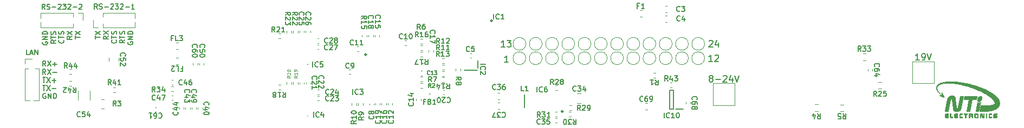
<source format=gto>
G04 #@! TF.GenerationSoftware,KiCad,Pcbnew,(6.0.7)*
G04 #@! TF.CreationDate,2022-08-09T16:52:42+03:00*
G04 #@! TF.ProjectId,dock_rs232,646f636b-5f72-4733-9233-322e6b696361,rev?*
G04 #@! TF.SameCoordinates,Original*
G04 #@! TF.FileFunction,Legend,Top*
G04 #@! TF.FilePolarity,Positive*
%FSLAX46Y46*%
G04 Gerber Fmt 4.6, Leading zero omitted, Abs format (unit mm)*
G04 Created by KiCad (PCBNEW (6.0.7)) date 2022-08-09 16:52:42*
%MOMM*%
%LPD*%
G01*
G04 APERTURE LIST*
%ADD10C,0.010000*%
%ADD11C,0.150000*%
%ADD12C,0.125000*%
%ADD13C,0.200000*%
%ADD14C,0.120000*%
%ADD15C,0.050000*%
%ADD16C,0.250000*%
%ADD17C,0.100000*%
G04 APERTURE END LIST*
D10*
G36*
X364971947Y-110878316D02*
G01*
X364253604Y-110878316D01*
X363904883Y-112756196D01*
X363398603Y-112756196D01*
X363747324Y-110878316D01*
X363025672Y-110878316D01*
X363117747Y-110382090D01*
X365064023Y-110382090D01*
X364971947Y-110878316D01*
G37*
X364971947Y-110878316D02*
X364253604Y-110878316D01*
X363904883Y-112756196D01*
X363398603Y-112756196D01*
X363747324Y-110878316D01*
X363025672Y-110878316D01*
X363117747Y-110382090D01*
X365064023Y-110382090D01*
X364971947Y-110878316D01*
G36*
X359870517Y-110525493D02*
G01*
X359860198Y-110538590D01*
X359210117Y-110300730D01*
X359217022Y-110297011D01*
X359223137Y-110293599D01*
X359233516Y-110287733D01*
X359238036Y-110285297D01*
X359240186Y-110284208D01*
X359242282Y-110283206D01*
X359244343Y-110282292D01*
X359246383Y-110281468D01*
X359248418Y-110280734D01*
X359250466Y-110280092D01*
X359351024Y-110251220D01*
X359401470Y-110237305D01*
X359452078Y-110224133D01*
X359459014Y-110222186D01*
X359465489Y-110219960D01*
X359471513Y-110217445D01*
X359477091Y-110214631D01*
X359479717Y-110213110D01*
X359482234Y-110211510D01*
X359484644Y-110209831D01*
X359486948Y-110208072D01*
X359489147Y-110206231D01*
X359491241Y-110204307D01*
X359493233Y-110202299D01*
X359495122Y-110200206D01*
X359496911Y-110198026D01*
X359498599Y-110195759D01*
X359500188Y-110193403D01*
X359501678Y-110190957D01*
X359503072Y-110188419D01*
X359504369Y-110185790D01*
X359505571Y-110183066D01*
X359506679Y-110180248D01*
X359508617Y-110174324D01*
X359510189Y-110168006D01*
X359511404Y-110161285D01*
X359512271Y-110154152D01*
X359518683Y-110091392D01*
X359525665Y-110028706D01*
X359540449Y-109903459D01*
X359540806Y-109900609D01*
X359541228Y-109897765D01*
X359542239Y-109892092D01*
X359543430Y-109886434D01*
X359544748Y-109880787D01*
X359547555Y-109869507D01*
X359548939Y-109863865D01*
X359550238Y-109858214D01*
X359554091Y-109857446D01*
X359557944Y-109856727D01*
X359561847Y-109856057D01*
X359565849Y-109855437D01*
X359870517Y-110525493D01*
G37*
X359870517Y-110525493D02*
X359860198Y-110538590D01*
X359210117Y-110300730D01*
X359217022Y-110297011D01*
X359223137Y-110293599D01*
X359233516Y-110287733D01*
X359238036Y-110285297D01*
X359240186Y-110284208D01*
X359242282Y-110283206D01*
X359244343Y-110282292D01*
X359246383Y-110281468D01*
X359248418Y-110280734D01*
X359250466Y-110280092D01*
X359351024Y-110251220D01*
X359401470Y-110237305D01*
X359452078Y-110224133D01*
X359459014Y-110222186D01*
X359465489Y-110219960D01*
X359471513Y-110217445D01*
X359477091Y-110214631D01*
X359479717Y-110213110D01*
X359482234Y-110211510D01*
X359484644Y-110209831D01*
X359486948Y-110208072D01*
X359489147Y-110206231D01*
X359491241Y-110204307D01*
X359493233Y-110202299D01*
X359495122Y-110200206D01*
X359496911Y-110198026D01*
X359498599Y-110195759D01*
X359500188Y-110193403D01*
X359501678Y-110190957D01*
X359503072Y-110188419D01*
X359504369Y-110185790D01*
X359505571Y-110183066D01*
X359506679Y-110180248D01*
X359508617Y-110174324D01*
X359510189Y-110168006D01*
X359511404Y-110161285D01*
X359512271Y-110154152D01*
X359518683Y-110091392D01*
X359525665Y-110028706D01*
X359540449Y-109903459D01*
X359540806Y-109900609D01*
X359541228Y-109897765D01*
X359542239Y-109892092D01*
X359543430Y-109886434D01*
X359544748Y-109880787D01*
X359547555Y-109869507D01*
X359548939Y-109863865D01*
X359550238Y-109858214D01*
X359554091Y-109857446D01*
X359557944Y-109856727D01*
X359561847Y-109856057D01*
X359565849Y-109855437D01*
X359870517Y-110525493D01*
G36*
X364182477Y-113152798D02*
G01*
X364194061Y-113153452D01*
X364205240Y-113154370D01*
X364216015Y-113155556D01*
X364226386Y-113157012D01*
X364236355Y-113158738D01*
X364245923Y-113160738D01*
X364255089Y-113163013D01*
X364263856Y-113165565D01*
X364272224Y-113168397D01*
X364280193Y-113171511D01*
X364287766Y-113174908D01*
X364294942Y-113178591D01*
X364301722Y-113182561D01*
X364308108Y-113186822D01*
X364314100Y-113191374D01*
X364319699Y-113196220D01*
X364324906Y-113201362D01*
X364329722Y-113206802D01*
X364334148Y-113212542D01*
X364338184Y-113218585D01*
X364341832Y-113224931D01*
X364345092Y-113231584D01*
X364347965Y-113238545D01*
X364350453Y-113245816D01*
X364352555Y-113253400D01*
X364354273Y-113261299D01*
X364355608Y-113269514D01*
X364356560Y-113278047D01*
X364357131Y-113286901D01*
X364357321Y-113296078D01*
X364357321Y-113347804D01*
X364357001Y-113361532D01*
X364356599Y-113368125D01*
X364356036Y-113374540D01*
X364355311Y-113380777D01*
X364354422Y-113386837D01*
X364353370Y-113392721D01*
X364352153Y-113398429D01*
X364350772Y-113403962D01*
X364349224Y-113409322D01*
X364347510Y-113414509D01*
X364345629Y-113419523D01*
X364343580Y-113424367D01*
X364341362Y-113429040D01*
X364338975Y-113433544D01*
X364336419Y-113437878D01*
X364333692Y-113442046D01*
X364330793Y-113446046D01*
X364327723Y-113449880D01*
X364324480Y-113453549D01*
X364321064Y-113457053D01*
X364317474Y-113460394D01*
X364313710Y-113463572D01*
X364309770Y-113466588D01*
X364305654Y-113469443D01*
X364301362Y-113472138D01*
X364296892Y-113474673D01*
X364292244Y-113477050D01*
X364287418Y-113479270D01*
X364282412Y-113481332D01*
X364277226Y-113483239D01*
X364271860Y-113484991D01*
X364278423Y-113487884D01*
X364284716Y-113491251D01*
X364290733Y-113495085D01*
X364296472Y-113499380D01*
X364301928Y-113504127D01*
X364307097Y-113509322D01*
X364311975Y-113514956D01*
X364316558Y-113521024D01*
X364320841Y-113527517D01*
X364324822Y-113534431D01*
X364328495Y-113541757D01*
X364331856Y-113549489D01*
X364334902Y-113557620D01*
X364337629Y-113566143D01*
X364340032Y-113575053D01*
X364342107Y-113584341D01*
X364389071Y-113804210D01*
X364242492Y-113804210D01*
X364210609Y-113627601D01*
X364209761Y-113623065D01*
X364208805Y-113618637D01*
X364207745Y-113614319D01*
X364206582Y-113610114D01*
X364205319Y-113606024D01*
X364203959Y-113602051D01*
X364202505Y-113598197D01*
X364200958Y-113594466D01*
X364199323Y-113590859D01*
X364197600Y-113587379D01*
X364195794Y-113584028D01*
X364193906Y-113580809D01*
X364191939Y-113577723D01*
X364189896Y-113574774D01*
X364187778Y-113571963D01*
X364185590Y-113569293D01*
X364183333Y-113566767D01*
X364181010Y-113564387D01*
X364178624Y-113562155D01*
X364176176Y-113560073D01*
X364173671Y-113558144D01*
X364171110Y-113556370D01*
X364168496Y-113554754D01*
X364165831Y-113553298D01*
X364163119Y-113552005D01*
X364160361Y-113550876D01*
X364157561Y-113549914D01*
X364154720Y-113549122D01*
X364151842Y-113548502D01*
X364148929Y-113548056D01*
X364145984Y-113547787D01*
X364143009Y-113547697D01*
X364003044Y-113547697D01*
X364003044Y-113417125D01*
X364152401Y-113417125D01*
X364156395Y-113417073D01*
X364160268Y-113416917D01*
X364164018Y-113416659D01*
X364167646Y-113416301D01*
X364171151Y-113415842D01*
X364174532Y-113415285D01*
X364177790Y-113414630D01*
X364180924Y-113413880D01*
X364183934Y-113413034D01*
X364186819Y-113412095D01*
X364189579Y-113411063D01*
X364192214Y-113409939D01*
X364194724Y-113408726D01*
X364197108Y-113407424D01*
X364199366Y-113406034D01*
X364201497Y-113404557D01*
X364203502Y-113402996D01*
X364205379Y-113401350D01*
X364207130Y-113399621D01*
X364208752Y-113397811D01*
X364210247Y-113395920D01*
X364211613Y-113393950D01*
X364212851Y-113391903D01*
X364213960Y-113389778D01*
X364214939Y-113387578D01*
X364215789Y-113385303D01*
X364216509Y-113382955D01*
X364217099Y-113380535D01*
X364217558Y-113378045D01*
X364217886Y-113375485D01*
X364218084Y-113372857D01*
X364218149Y-113370161D01*
X364218149Y-113335369D01*
X364218084Y-113332674D01*
X364217886Y-113330045D01*
X364217558Y-113327485D01*
X364217099Y-113324995D01*
X364216509Y-113322575D01*
X364215789Y-113320227D01*
X364214939Y-113317953D01*
X364213960Y-113315752D01*
X364212851Y-113313628D01*
X364211613Y-113311580D01*
X364210247Y-113309610D01*
X364208753Y-113307719D01*
X364207130Y-113305909D01*
X364205380Y-113304180D01*
X364203502Y-113302535D01*
X364201498Y-113300973D01*
X364199366Y-113299497D01*
X364197109Y-113298107D01*
X364194725Y-113296804D01*
X364192215Y-113295591D01*
X364186819Y-113293436D01*
X364180924Y-113291651D01*
X364174533Y-113290245D01*
X364167646Y-113289230D01*
X364160268Y-113288613D01*
X364152401Y-113288405D01*
X363937295Y-113288405D01*
X363937295Y-113804211D01*
X363798256Y-113804211D01*
X363798256Y-113152277D01*
X364158089Y-113152277D01*
X364182477Y-113152798D01*
G37*
X364182477Y-113152798D02*
X364194061Y-113153452D01*
X364205240Y-113154370D01*
X364216015Y-113155556D01*
X364226386Y-113157012D01*
X364236355Y-113158738D01*
X364245923Y-113160738D01*
X364255089Y-113163013D01*
X364263856Y-113165565D01*
X364272224Y-113168397D01*
X364280193Y-113171511D01*
X364287766Y-113174908D01*
X364294942Y-113178591D01*
X364301722Y-113182561D01*
X364308108Y-113186822D01*
X364314100Y-113191374D01*
X364319699Y-113196220D01*
X364324906Y-113201362D01*
X364329722Y-113206802D01*
X364334148Y-113212542D01*
X364338184Y-113218585D01*
X364341832Y-113224931D01*
X364345092Y-113231584D01*
X364347965Y-113238545D01*
X364350453Y-113245816D01*
X364352555Y-113253400D01*
X364354273Y-113261299D01*
X364355608Y-113269514D01*
X364356560Y-113278047D01*
X364357131Y-113286901D01*
X364357321Y-113296078D01*
X364357321Y-113347804D01*
X364357001Y-113361532D01*
X364356599Y-113368125D01*
X364356036Y-113374540D01*
X364355311Y-113380777D01*
X364354422Y-113386837D01*
X364353370Y-113392721D01*
X364352153Y-113398429D01*
X364350772Y-113403962D01*
X364349224Y-113409322D01*
X364347510Y-113414509D01*
X364345629Y-113419523D01*
X364343580Y-113424367D01*
X364341362Y-113429040D01*
X364338975Y-113433544D01*
X364336419Y-113437878D01*
X364333692Y-113442046D01*
X364330793Y-113446046D01*
X364327723Y-113449880D01*
X364324480Y-113453549D01*
X364321064Y-113457053D01*
X364317474Y-113460394D01*
X364313710Y-113463572D01*
X364309770Y-113466588D01*
X364305654Y-113469443D01*
X364301362Y-113472138D01*
X364296892Y-113474673D01*
X364292244Y-113477050D01*
X364287418Y-113479270D01*
X364282412Y-113481332D01*
X364277226Y-113483239D01*
X364271860Y-113484991D01*
X364278423Y-113487884D01*
X364284716Y-113491251D01*
X364290733Y-113495085D01*
X364296472Y-113499380D01*
X364301928Y-113504127D01*
X364307097Y-113509322D01*
X364311975Y-113514956D01*
X364316558Y-113521024D01*
X364320841Y-113527517D01*
X364324822Y-113534431D01*
X364328495Y-113541757D01*
X364331856Y-113549489D01*
X364334902Y-113557620D01*
X364337629Y-113566143D01*
X364340032Y-113575053D01*
X364342107Y-113584341D01*
X364389071Y-113804210D01*
X364242492Y-113804210D01*
X364210609Y-113627601D01*
X364209761Y-113623065D01*
X364208805Y-113618637D01*
X364207745Y-113614319D01*
X364206582Y-113610114D01*
X364205319Y-113606024D01*
X364203959Y-113602051D01*
X364202505Y-113598197D01*
X364200958Y-113594466D01*
X364199323Y-113590859D01*
X364197600Y-113587379D01*
X364195794Y-113584028D01*
X364193906Y-113580809D01*
X364191939Y-113577723D01*
X364189896Y-113574774D01*
X364187778Y-113571963D01*
X364185590Y-113569293D01*
X364183333Y-113566767D01*
X364181010Y-113564387D01*
X364178624Y-113562155D01*
X364176176Y-113560073D01*
X364173671Y-113558144D01*
X364171110Y-113556370D01*
X364168496Y-113554754D01*
X364165831Y-113553298D01*
X364163119Y-113552005D01*
X364160361Y-113550876D01*
X364157561Y-113549914D01*
X364154720Y-113549122D01*
X364151842Y-113548502D01*
X364148929Y-113548056D01*
X364145984Y-113547787D01*
X364143009Y-113547697D01*
X364003044Y-113547697D01*
X364003044Y-113417125D01*
X364152401Y-113417125D01*
X364156395Y-113417073D01*
X364160268Y-113416917D01*
X364164018Y-113416659D01*
X364167646Y-113416301D01*
X364171151Y-113415842D01*
X364174532Y-113415285D01*
X364177790Y-113414630D01*
X364180924Y-113413880D01*
X364183934Y-113413034D01*
X364186819Y-113412095D01*
X364189579Y-113411063D01*
X364192214Y-113409939D01*
X364194724Y-113408726D01*
X364197108Y-113407424D01*
X364199366Y-113406034D01*
X364201497Y-113404557D01*
X364203502Y-113402996D01*
X364205379Y-113401350D01*
X364207130Y-113399621D01*
X364208752Y-113397811D01*
X364210247Y-113395920D01*
X364211613Y-113393950D01*
X364212851Y-113391903D01*
X364213960Y-113389778D01*
X364214939Y-113387578D01*
X364215789Y-113385303D01*
X364216509Y-113382955D01*
X364217099Y-113380535D01*
X364217558Y-113378045D01*
X364217886Y-113375485D01*
X364218084Y-113372857D01*
X364218149Y-113370161D01*
X364218149Y-113335369D01*
X364218084Y-113332674D01*
X364217886Y-113330045D01*
X364217558Y-113327485D01*
X364217099Y-113324995D01*
X364216509Y-113322575D01*
X364215789Y-113320227D01*
X364214939Y-113317953D01*
X364213960Y-113315752D01*
X364212851Y-113313628D01*
X364211613Y-113311580D01*
X364210247Y-113309610D01*
X364208753Y-113307719D01*
X364207130Y-113305909D01*
X364205380Y-113304180D01*
X364203502Y-113302535D01*
X364201498Y-113300973D01*
X364199366Y-113299497D01*
X364197109Y-113298107D01*
X364194725Y-113296804D01*
X364192215Y-113295591D01*
X364186819Y-113293436D01*
X364180924Y-113291651D01*
X364174533Y-113290245D01*
X364167646Y-113289230D01*
X364160268Y-113288613D01*
X364152401Y-113288405D01*
X363937295Y-113288405D01*
X363937295Y-113804211D01*
X363798256Y-113804211D01*
X363798256Y-113152277D01*
X364158089Y-113152277D01*
X364182477Y-113152798D01*
G36*
X368148403Y-113288802D02*
G01*
X367807355Y-113288802D01*
X367803105Y-113288863D01*
X367798988Y-113289043D01*
X367795004Y-113289344D01*
X367791153Y-113289764D01*
X367787435Y-113290303D01*
X367783850Y-113290961D01*
X367780398Y-113291736D01*
X367777081Y-113292628D01*
X367773896Y-113293638D01*
X367770846Y-113294764D01*
X367767930Y-113296005D01*
X367765148Y-113297362D01*
X367762500Y-113298834D01*
X367759987Y-113300420D01*
X367757608Y-113302120D01*
X367755364Y-113303933D01*
X367753255Y-113305859D01*
X367751281Y-113307897D01*
X367749442Y-113310047D01*
X367747738Y-113312309D01*
X367746170Y-113314681D01*
X367744737Y-113317163D01*
X367743440Y-113319755D01*
X367742279Y-113322456D01*
X367741254Y-113325266D01*
X367740366Y-113328184D01*
X367739613Y-113331210D01*
X367738997Y-113334343D01*
X367738518Y-113337583D01*
X367738175Y-113340929D01*
X367737970Y-113344380D01*
X367737901Y-113347937D01*
X367737970Y-113351491D01*
X367738175Y-113354935D01*
X367738518Y-113358268D01*
X367738997Y-113361491D01*
X367739613Y-113364603D01*
X367740366Y-113367604D01*
X367741254Y-113370494D01*
X367742279Y-113373273D01*
X367743440Y-113375940D01*
X367744737Y-113378496D01*
X367746170Y-113380940D01*
X367747738Y-113383272D01*
X367749442Y-113385492D01*
X367751281Y-113387600D01*
X367753255Y-113389595D01*
X367755364Y-113391478D01*
X367757608Y-113393247D01*
X367759987Y-113394904D01*
X367762500Y-113396448D01*
X367765148Y-113397878D01*
X367767930Y-113399195D01*
X367770846Y-113400399D01*
X367773896Y-113401488D01*
X367777081Y-113402464D01*
X367780398Y-113403325D01*
X367783850Y-113404073D01*
X367791153Y-113405223D01*
X367798988Y-113405915D01*
X367807355Y-113406145D01*
X367953934Y-113406145D01*
X367967053Y-113406367D01*
X367979816Y-113407030D01*
X367992219Y-113408127D01*
X368004258Y-113409655D01*
X368015929Y-113411607D01*
X368027228Y-113413978D01*
X368038152Y-113416763D01*
X368048696Y-113419957D01*
X368058856Y-113423555D01*
X368068629Y-113427551D01*
X368078010Y-113431939D01*
X368086995Y-113436716D01*
X368095581Y-113441874D01*
X368103763Y-113447410D01*
X368111538Y-113453317D01*
X368118901Y-113459591D01*
X368125849Y-113466226D01*
X368132377Y-113473217D01*
X368138482Y-113480559D01*
X368144160Y-113488246D01*
X368149406Y-113496274D01*
X368154217Y-113504636D01*
X368158588Y-113513327D01*
X368162516Y-113522343D01*
X368165997Y-113531678D01*
X368169027Y-113541327D01*
X368171601Y-113551284D01*
X368173717Y-113561544D01*
X368175369Y-113572102D01*
X368176554Y-113582952D01*
X368177268Y-113594090D01*
X368177507Y-113605510D01*
X368177268Y-113616905D01*
X368176554Y-113628021D01*
X368175369Y-113638850D01*
X368173717Y-113649388D01*
X368171602Y-113659630D01*
X368169027Y-113669570D01*
X368165997Y-113679202D01*
X368162517Y-113688523D01*
X368158588Y-113697525D01*
X368154217Y-113706204D01*
X368149406Y-113714555D01*
X368144160Y-113722572D01*
X368138483Y-113730250D01*
X368132378Y-113737584D01*
X368125849Y-113744567D01*
X368118902Y-113751196D01*
X368111538Y-113757464D01*
X368103764Y-113763366D01*
X368095581Y-113768898D01*
X368086996Y-113774052D01*
X368078010Y-113778825D01*
X368068629Y-113783211D01*
X368058857Y-113787205D01*
X368048696Y-113790801D01*
X368038152Y-113793994D01*
X368027228Y-113796778D01*
X368015929Y-113799148D01*
X368004258Y-113801100D01*
X367992219Y-113802627D01*
X367979816Y-113803724D01*
X367967053Y-113804387D01*
X367953934Y-113804609D01*
X367611961Y-113804609D01*
X367611961Y-113667422D01*
X367956712Y-113667422D01*
X367961658Y-113667362D01*
X367966449Y-113667179D01*
X367971086Y-113666875D01*
X367975568Y-113666449D01*
X367979895Y-113665902D01*
X367984067Y-113665233D01*
X367988084Y-113664443D01*
X367991945Y-113663532D01*
X367995651Y-113662499D01*
X367999201Y-113661345D01*
X368002595Y-113660070D01*
X368005833Y-113658674D01*
X368008914Y-113657156D01*
X368011839Y-113655518D01*
X368014608Y-113653758D01*
X368017219Y-113651878D01*
X368019674Y-113649876D01*
X368021971Y-113647754D01*
X368024112Y-113645511D01*
X368026094Y-113643147D01*
X368027920Y-113640662D01*
X368029587Y-113638057D01*
X368031096Y-113635331D01*
X368032447Y-113632485D01*
X368033640Y-113629517D01*
X368034674Y-113626430D01*
X368035550Y-113623222D01*
X368036267Y-113619894D01*
X368036825Y-113616445D01*
X368037223Y-113612876D01*
X368037463Y-113609187D01*
X368037543Y-113605377D01*
X368037463Y-113601556D01*
X368037223Y-113597857D01*
X368036825Y-113594279D01*
X368036267Y-113590823D01*
X368035550Y-113587488D01*
X368034674Y-113584275D01*
X368033640Y-113581184D01*
X368032447Y-113578214D01*
X368031096Y-113575366D01*
X368029587Y-113572639D01*
X368027920Y-113570033D01*
X368026094Y-113567549D01*
X368024112Y-113565187D01*
X368021971Y-113562946D01*
X368019674Y-113560826D01*
X368017219Y-113558827D01*
X368014608Y-113556950D01*
X368011839Y-113555194D01*
X368008914Y-113553559D01*
X368005833Y-113552046D01*
X368002595Y-113550654D01*
X367999201Y-113549383D01*
X367991945Y-113547204D01*
X367984067Y-113545510D01*
X367975568Y-113544300D01*
X367966449Y-113543574D01*
X367956712Y-113543333D01*
X367810133Y-113543333D01*
X367797876Y-113543111D01*
X367785936Y-113542449D01*
X367774319Y-113541354D01*
X367763029Y-113539831D01*
X367752071Y-113537886D01*
X367741450Y-113535526D01*
X367731170Y-113532756D01*
X367721235Y-113529582D01*
X367711651Y-113526011D01*
X367702423Y-113522048D01*
X367693554Y-113517700D01*
X367685050Y-113512971D01*
X367676915Y-113507870D01*
X367669154Y-113502400D01*
X367661772Y-113496569D01*
X367654773Y-113490383D01*
X367648162Y-113483846D01*
X367641944Y-113476967D01*
X367636123Y-113469749D01*
X367630704Y-113462200D01*
X367625691Y-113454326D01*
X367621090Y-113446132D01*
X367616905Y-113437624D01*
X367613141Y-113428809D01*
X367609802Y-113419692D01*
X367606893Y-113410280D01*
X367604418Y-113400579D01*
X367602383Y-113390593D01*
X367600793Y-113380331D01*
X367599650Y-113369796D01*
X367598962Y-113358997D01*
X367598731Y-113347938D01*
X367598962Y-113336878D01*
X367599650Y-113326079D01*
X367600793Y-113315544D01*
X367602383Y-113305282D01*
X367604418Y-113295296D01*
X367606893Y-113285595D01*
X367609802Y-113276182D01*
X367613141Y-113267066D01*
X367616905Y-113258251D01*
X367621090Y-113249743D01*
X367625691Y-113241549D01*
X367630704Y-113233674D01*
X367636123Y-113226125D01*
X367641944Y-113218908D01*
X367648162Y-113212028D01*
X367654773Y-113205492D01*
X367661772Y-113199305D01*
X367669154Y-113193474D01*
X367676915Y-113188005D01*
X367685050Y-113182903D01*
X367693554Y-113178175D01*
X367702423Y-113173826D01*
X367711651Y-113169863D01*
X367721235Y-113166292D01*
X367731170Y-113163118D01*
X367741450Y-113160349D01*
X367752071Y-113157988D01*
X367763029Y-113156044D01*
X367774319Y-113154521D01*
X367785936Y-113153425D01*
X367797876Y-113152764D01*
X367810133Y-113152542D01*
X368148403Y-113152542D01*
X368148403Y-113288802D01*
G37*
X368148403Y-113288802D02*
X367807355Y-113288802D01*
X367803105Y-113288863D01*
X367798988Y-113289043D01*
X367795004Y-113289344D01*
X367791153Y-113289764D01*
X367787435Y-113290303D01*
X367783850Y-113290961D01*
X367780398Y-113291736D01*
X367777081Y-113292628D01*
X367773896Y-113293638D01*
X367770846Y-113294764D01*
X367767930Y-113296005D01*
X367765148Y-113297362D01*
X367762500Y-113298834D01*
X367759987Y-113300420D01*
X367757608Y-113302120D01*
X367755364Y-113303933D01*
X367753255Y-113305859D01*
X367751281Y-113307897D01*
X367749442Y-113310047D01*
X367747738Y-113312309D01*
X367746170Y-113314681D01*
X367744737Y-113317163D01*
X367743440Y-113319755D01*
X367742279Y-113322456D01*
X367741254Y-113325266D01*
X367740366Y-113328184D01*
X367739613Y-113331210D01*
X367738997Y-113334343D01*
X367738518Y-113337583D01*
X367738175Y-113340929D01*
X367737970Y-113344380D01*
X367737901Y-113347937D01*
X367737970Y-113351491D01*
X367738175Y-113354935D01*
X367738518Y-113358268D01*
X367738997Y-113361491D01*
X367739613Y-113364603D01*
X367740366Y-113367604D01*
X367741254Y-113370494D01*
X367742279Y-113373273D01*
X367743440Y-113375940D01*
X367744737Y-113378496D01*
X367746170Y-113380940D01*
X367747738Y-113383272D01*
X367749442Y-113385492D01*
X367751281Y-113387600D01*
X367753255Y-113389595D01*
X367755364Y-113391478D01*
X367757608Y-113393247D01*
X367759987Y-113394904D01*
X367762500Y-113396448D01*
X367765148Y-113397878D01*
X367767930Y-113399195D01*
X367770846Y-113400399D01*
X367773896Y-113401488D01*
X367777081Y-113402464D01*
X367780398Y-113403325D01*
X367783850Y-113404073D01*
X367791153Y-113405223D01*
X367798988Y-113405915D01*
X367807355Y-113406145D01*
X367953934Y-113406145D01*
X367967053Y-113406367D01*
X367979816Y-113407030D01*
X367992219Y-113408127D01*
X368004258Y-113409655D01*
X368015929Y-113411607D01*
X368027228Y-113413978D01*
X368038152Y-113416763D01*
X368048696Y-113419957D01*
X368058856Y-113423555D01*
X368068629Y-113427551D01*
X368078010Y-113431939D01*
X368086995Y-113436716D01*
X368095581Y-113441874D01*
X368103763Y-113447410D01*
X368111538Y-113453317D01*
X368118901Y-113459591D01*
X368125849Y-113466226D01*
X368132377Y-113473217D01*
X368138482Y-113480559D01*
X368144160Y-113488246D01*
X368149406Y-113496274D01*
X368154217Y-113504636D01*
X368158588Y-113513327D01*
X368162516Y-113522343D01*
X368165997Y-113531678D01*
X368169027Y-113541327D01*
X368171601Y-113551284D01*
X368173717Y-113561544D01*
X368175369Y-113572102D01*
X368176554Y-113582952D01*
X368177268Y-113594090D01*
X368177507Y-113605510D01*
X368177268Y-113616905D01*
X368176554Y-113628021D01*
X368175369Y-113638850D01*
X368173717Y-113649388D01*
X368171602Y-113659630D01*
X368169027Y-113669570D01*
X368165997Y-113679202D01*
X368162517Y-113688523D01*
X368158588Y-113697525D01*
X368154217Y-113706204D01*
X368149406Y-113714555D01*
X368144160Y-113722572D01*
X368138483Y-113730250D01*
X368132378Y-113737584D01*
X368125849Y-113744567D01*
X368118902Y-113751196D01*
X368111538Y-113757464D01*
X368103764Y-113763366D01*
X368095581Y-113768898D01*
X368086996Y-113774052D01*
X368078010Y-113778825D01*
X368068629Y-113783211D01*
X368058857Y-113787205D01*
X368048696Y-113790801D01*
X368038152Y-113793994D01*
X368027228Y-113796778D01*
X368015929Y-113799148D01*
X368004258Y-113801100D01*
X367992219Y-113802627D01*
X367979816Y-113803724D01*
X367967053Y-113804387D01*
X367953934Y-113804609D01*
X367611961Y-113804609D01*
X367611961Y-113667422D01*
X367956712Y-113667422D01*
X367961658Y-113667362D01*
X367966449Y-113667179D01*
X367971086Y-113666875D01*
X367975568Y-113666449D01*
X367979895Y-113665902D01*
X367984067Y-113665233D01*
X367988084Y-113664443D01*
X367991945Y-113663532D01*
X367995651Y-113662499D01*
X367999201Y-113661345D01*
X368002595Y-113660070D01*
X368005833Y-113658674D01*
X368008914Y-113657156D01*
X368011839Y-113655518D01*
X368014608Y-113653758D01*
X368017219Y-113651878D01*
X368019674Y-113649876D01*
X368021971Y-113647754D01*
X368024112Y-113645511D01*
X368026094Y-113643147D01*
X368027920Y-113640662D01*
X368029587Y-113638057D01*
X368031096Y-113635331D01*
X368032447Y-113632485D01*
X368033640Y-113629517D01*
X368034674Y-113626430D01*
X368035550Y-113623222D01*
X368036267Y-113619894D01*
X368036825Y-113616445D01*
X368037223Y-113612876D01*
X368037463Y-113609187D01*
X368037543Y-113605377D01*
X368037463Y-113601556D01*
X368037223Y-113597857D01*
X368036825Y-113594279D01*
X368036267Y-113590823D01*
X368035550Y-113587488D01*
X368034674Y-113584275D01*
X368033640Y-113581184D01*
X368032447Y-113578214D01*
X368031096Y-113575366D01*
X368029587Y-113572639D01*
X368027920Y-113570033D01*
X368026094Y-113567549D01*
X368024112Y-113565187D01*
X368021971Y-113562946D01*
X368019674Y-113560826D01*
X368017219Y-113558827D01*
X368014608Y-113556950D01*
X368011839Y-113555194D01*
X368008914Y-113553559D01*
X368005833Y-113552046D01*
X368002595Y-113550654D01*
X367999201Y-113549383D01*
X367991945Y-113547204D01*
X367984067Y-113545510D01*
X367975568Y-113544300D01*
X367966449Y-113543574D01*
X367956712Y-113543333D01*
X367810133Y-113543333D01*
X367797876Y-113543111D01*
X367785936Y-113542449D01*
X367774319Y-113541354D01*
X367763029Y-113539831D01*
X367752071Y-113537886D01*
X367741450Y-113535526D01*
X367731170Y-113532756D01*
X367721235Y-113529582D01*
X367711651Y-113526011D01*
X367702423Y-113522048D01*
X367693554Y-113517700D01*
X367685050Y-113512971D01*
X367676915Y-113507870D01*
X367669154Y-113502400D01*
X367661772Y-113496569D01*
X367654773Y-113490383D01*
X367648162Y-113483846D01*
X367641944Y-113476967D01*
X367636123Y-113469749D01*
X367630704Y-113462200D01*
X367625691Y-113454326D01*
X367621090Y-113446132D01*
X367616905Y-113437624D01*
X367613141Y-113428809D01*
X367609802Y-113419692D01*
X367606893Y-113410280D01*
X367604418Y-113400579D01*
X367602383Y-113390593D01*
X367600793Y-113380331D01*
X367599650Y-113369796D01*
X367598962Y-113358997D01*
X367598731Y-113347938D01*
X367598962Y-113336878D01*
X367599650Y-113326079D01*
X367600793Y-113315544D01*
X367602383Y-113305282D01*
X367604418Y-113295296D01*
X367606893Y-113285595D01*
X367609802Y-113276182D01*
X367613141Y-113267066D01*
X367616905Y-113258251D01*
X367621090Y-113249743D01*
X367625691Y-113241549D01*
X367630704Y-113233674D01*
X367636123Y-113226125D01*
X367641944Y-113218908D01*
X367648162Y-113212028D01*
X367654773Y-113205492D01*
X367661772Y-113199305D01*
X367669154Y-113193474D01*
X367676915Y-113188005D01*
X367685050Y-113182903D01*
X367693554Y-113178175D01*
X367702423Y-113173826D01*
X367711651Y-113169863D01*
X367721235Y-113166292D01*
X367731170Y-113163118D01*
X367741450Y-113160349D01*
X367752071Y-113157988D01*
X367763029Y-113156044D01*
X367774319Y-113154521D01*
X367785936Y-113153425D01*
X367797876Y-113152764D01*
X367810133Y-113152542D01*
X368148403Y-113152542D01*
X368148403Y-113288802D01*
G36*
X360572853Y-113288802D02*
G01*
X360260910Y-113288802D01*
X360250626Y-113289027D01*
X360241235Y-113289721D01*
X360236864Y-113290253D01*
X360232704Y-113290913D01*
X360228752Y-113291705D01*
X360225003Y-113292633D01*
X360221453Y-113293699D01*
X360218099Y-113294907D01*
X360214936Y-113296262D01*
X360211961Y-113297767D01*
X360209170Y-113299425D01*
X360206558Y-113301240D01*
X360204122Y-113303216D01*
X360201858Y-113305355D01*
X360199761Y-113307663D01*
X360197829Y-113310142D01*
X360196056Y-113312796D01*
X360194440Y-113315629D01*
X360192975Y-113318644D01*
X360191658Y-113321845D01*
X360190486Y-113325235D01*
X360189454Y-113328819D01*
X360188558Y-113332599D01*
X360187794Y-113336579D01*
X360186647Y-113345155D01*
X360185983Y-113354576D01*
X360185768Y-113364870D01*
X360185768Y-113406145D01*
X360572853Y-113406145D01*
X360572853Y-113543199D01*
X360185768Y-113543199D01*
X360185768Y-113592015D01*
X360185983Y-113602299D01*
X360186647Y-113611690D01*
X360187158Y-113616061D01*
X360187794Y-113620220D01*
X360188558Y-113624173D01*
X360189454Y-113627922D01*
X360190486Y-113631471D01*
X360191658Y-113634825D01*
X360192975Y-113637988D01*
X360194440Y-113640963D01*
X360196056Y-113643754D01*
X360197829Y-113646366D01*
X360199761Y-113648802D01*
X360201858Y-113651066D01*
X360204122Y-113653163D01*
X360206558Y-113655095D01*
X360209170Y-113656868D01*
X360211961Y-113658485D01*
X360214936Y-113659949D01*
X360218099Y-113661266D01*
X360221453Y-113662438D01*
X360225003Y-113663471D01*
X360228752Y-113664367D01*
X360232704Y-113665130D01*
X360236864Y-113665766D01*
X360241235Y-113666277D01*
X360250626Y-113666942D01*
X360260910Y-113667156D01*
X360572853Y-113667156D01*
X360572853Y-113804343D01*
X360250590Y-113804343D01*
X360223993Y-113803663D01*
X360199481Y-113801593D01*
X360187991Y-113800021D01*
X360177003Y-113798084D01*
X360166511Y-113795775D01*
X360156508Y-113793088D01*
X360146989Y-113790016D01*
X360137946Y-113786556D01*
X360129374Y-113782699D01*
X360121266Y-113778440D01*
X360113615Y-113773773D01*
X360106416Y-113768692D01*
X360099661Y-113763191D01*
X360093345Y-113757264D01*
X360087461Y-113750904D01*
X360082003Y-113744107D01*
X360076965Y-113736865D01*
X360072339Y-113729173D01*
X360068120Y-113721025D01*
X360064301Y-113712415D01*
X360060876Y-113703336D01*
X360057839Y-113693783D01*
X360055183Y-113683749D01*
X360052902Y-113673229D01*
X360050989Y-113662216D01*
X360049438Y-113650705D01*
X360047398Y-113626164D01*
X360046729Y-113599556D01*
X360046729Y-113356271D01*
X360047398Y-113329674D01*
X360049438Y-113305161D01*
X360050989Y-113293672D01*
X360052902Y-113282684D01*
X360055183Y-113272193D01*
X360057839Y-113262191D01*
X360060876Y-113252672D01*
X360064301Y-113243631D01*
X360068120Y-113235060D01*
X360072339Y-113226953D01*
X360076965Y-113219304D01*
X360082003Y-113212107D01*
X360087461Y-113205355D01*
X360093345Y-113199042D01*
X360099661Y-113193162D01*
X360106416Y-113187707D01*
X360113615Y-113182673D01*
X360121266Y-113178052D01*
X360129374Y-113173838D01*
X360137946Y-113170025D01*
X360146989Y-113166606D01*
X360156508Y-113163576D01*
X360166511Y-113160927D01*
X360177003Y-113158654D01*
X360187991Y-113156749D01*
X360199481Y-113155208D01*
X360223993Y-113153188D01*
X360250591Y-113152542D01*
X360572853Y-113152542D01*
X360572853Y-113288802D01*
G37*
X360572853Y-113288802D02*
X360260910Y-113288802D01*
X360250626Y-113289027D01*
X360241235Y-113289721D01*
X360236864Y-113290253D01*
X360232704Y-113290913D01*
X360228752Y-113291705D01*
X360225003Y-113292633D01*
X360221453Y-113293699D01*
X360218099Y-113294907D01*
X360214936Y-113296262D01*
X360211961Y-113297767D01*
X360209170Y-113299425D01*
X360206558Y-113301240D01*
X360204122Y-113303216D01*
X360201858Y-113305355D01*
X360199761Y-113307663D01*
X360197829Y-113310142D01*
X360196056Y-113312796D01*
X360194440Y-113315629D01*
X360192975Y-113318644D01*
X360191658Y-113321845D01*
X360190486Y-113325235D01*
X360189454Y-113328819D01*
X360188558Y-113332599D01*
X360187794Y-113336579D01*
X360186647Y-113345155D01*
X360185983Y-113354576D01*
X360185768Y-113364870D01*
X360185768Y-113406145D01*
X360572853Y-113406145D01*
X360572853Y-113543199D01*
X360185768Y-113543199D01*
X360185768Y-113592015D01*
X360185983Y-113602299D01*
X360186647Y-113611690D01*
X360187158Y-113616061D01*
X360187794Y-113620220D01*
X360188558Y-113624173D01*
X360189454Y-113627922D01*
X360190486Y-113631471D01*
X360191658Y-113634825D01*
X360192975Y-113637988D01*
X360194440Y-113640963D01*
X360196056Y-113643754D01*
X360197829Y-113646366D01*
X360199761Y-113648802D01*
X360201858Y-113651066D01*
X360204122Y-113653163D01*
X360206558Y-113655095D01*
X360209170Y-113656868D01*
X360211961Y-113658485D01*
X360214936Y-113659949D01*
X360218099Y-113661266D01*
X360221453Y-113662438D01*
X360225003Y-113663471D01*
X360228752Y-113664367D01*
X360232704Y-113665130D01*
X360236864Y-113665766D01*
X360241235Y-113666277D01*
X360250626Y-113666942D01*
X360260910Y-113667156D01*
X360572853Y-113667156D01*
X360572853Y-113804343D01*
X360250590Y-113804343D01*
X360223993Y-113803663D01*
X360199481Y-113801593D01*
X360187991Y-113800021D01*
X360177003Y-113798084D01*
X360166511Y-113795775D01*
X360156508Y-113793088D01*
X360146989Y-113790016D01*
X360137946Y-113786556D01*
X360129374Y-113782699D01*
X360121266Y-113778440D01*
X360113615Y-113773773D01*
X360106416Y-113768692D01*
X360099661Y-113763191D01*
X360093345Y-113757264D01*
X360087461Y-113750904D01*
X360082003Y-113744107D01*
X360076965Y-113736865D01*
X360072339Y-113729173D01*
X360068120Y-113721025D01*
X360064301Y-113712415D01*
X360060876Y-113703336D01*
X360057839Y-113693783D01*
X360055183Y-113683749D01*
X360052902Y-113673229D01*
X360050989Y-113662216D01*
X360049438Y-113650705D01*
X360047398Y-113626164D01*
X360046729Y-113599556D01*
X360046729Y-113356271D01*
X360047398Y-113329674D01*
X360049438Y-113305161D01*
X360050989Y-113293672D01*
X360052902Y-113282684D01*
X360055183Y-113272193D01*
X360057839Y-113262191D01*
X360060876Y-113252672D01*
X360064301Y-113243631D01*
X360068120Y-113235060D01*
X360072339Y-113226953D01*
X360076965Y-113219304D01*
X360082003Y-113212107D01*
X360087461Y-113205355D01*
X360093345Y-113199042D01*
X360099661Y-113193162D01*
X360106416Y-113187707D01*
X360113615Y-113182673D01*
X360121266Y-113178052D01*
X360129374Y-113173838D01*
X360137946Y-113170025D01*
X360146989Y-113166606D01*
X360156508Y-113163576D01*
X360166511Y-113160927D01*
X360177003Y-113158654D01*
X360187991Y-113156749D01*
X360199481Y-113155208D01*
X360223993Y-113153188D01*
X360250591Y-113152542D01*
X360572853Y-113152542D01*
X360572853Y-113288802D01*
G36*
X360982428Y-113592147D02*
G01*
X360982653Y-113602431D01*
X360983347Y-113611822D01*
X360983879Y-113616192D01*
X360984539Y-113620352D01*
X360985331Y-113624303D01*
X360986258Y-113628052D01*
X360987324Y-113631600D01*
X360988533Y-113634953D01*
X360989888Y-113638115D01*
X360991392Y-113641088D01*
X360993050Y-113643878D01*
X360994865Y-113646487D01*
X360996841Y-113648921D01*
X360998981Y-113651182D01*
X361001288Y-113653275D01*
X361003767Y-113655204D01*
X361006422Y-113656973D01*
X361009254Y-113658585D01*
X361012269Y-113660044D01*
X361015470Y-113661355D01*
X361018860Y-113662522D01*
X361022444Y-113663547D01*
X361026224Y-113664436D01*
X361030204Y-113665192D01*
X361038781Y-113666321D01*
X361048201Y-113666965D01*
X361058496Y-113667156D01*
X361269898Y-113667156D01*
X361269898Y-113804343D01*
X361048177Y-113804343D01*
X361021569Y-113803663D01*
X360997027Y-113801593D01*
X360985516Y-113800021D01*
X360974504Y-113798084D01*
X360963984Y-113795775D01*
X360953950Y-113793088D01*
X360944397Y-113790016D01*
X360935318Y-113786556D01*
X360926707Y-113782699D01*
X360918559Y-113778440D01*
X360910867Y-113773773D01*
X360903625Y-113768692D01*
X360896828Y-113763191D01*
X360890469Y-113757264D01*
X360884541Y-113750904D01*
X360879040Y-113744107D01*
X360873959Y-113736865D01*
X360869292Y-113729173D01*
X360865033Y-113721025D01*
X360861177Y-113712415D01*
X360857716Y-113703336D01*
X360854644Y-113693783D01*
X360851957Y-113683749D01*
X360849648Y-113673229D01*
X360847711Y-113662216D01*
X360846139Y-113650705D01*
X360844069Y-113626164D01*
X360843389Y-113599556D01*
X360843389Y-113152410D01*
X360982428Y-113152410D01*
X360982428Y-113592147D01*
G37*
X360982428Y-113592147D02*
X360982653Y-113602431D01*
X360983347Y-113611822D01*
X360983879Y-113616192D01*
X360984539Y-113620352D01*
X360985331Y-113624303D01*
X360986258Y-113628052D01*
X360987324Y-113631600D01*
X360988533Y-113634953D01*
X360989888Y-113638115D01*
X360991392Y-113641088D01*
X360993050Y-113643878D01*
X360994865Y-113646487D01*
X360996841Y-113648921D01*
X360998981Y-113651182D01*
X361001288Y-113653275D01*
X361003767Y-113655204D01*
X361006422Y-113656973D01*
X361009254Y-113658585D01*
X361012269Y-113660044D01*
X361015470Y-113661355D01*
X361018860Y-113662522D01*
X361022444Y-113663547D01*
X361026224Y-113664436D01*
X361030204Y-113665192D01*
X361038781Y-113666321D01*
X361048201Y-113666965D01*
X361058496Y-113667156D01*
X361269898Y-113667156D01*
X361269898Y-113804343D01*
X361048177Y-113804343D01*
X361021569Y-113803663D01*
X360997027Y-113801593D01*
X360985516Y-113800021D01*
X360974504Y-113798084D01*
X360963984Y-113795775D01*
X360953950Y-113793088D01*
X360944397Y-113790016D01*
X360935318Y-113786556D01*
X360926707Y-113782699D01*
X360918559Y-113778440D01*
X360910867Y-113773773D01*
X360903625Y-113768692D01*
X360896828Y-113763191D01*
X360890469Y-113757264D01*
X360884541Y-113750904D01*
X360879040Y-113744107D01*
X360873959Y-113736865D01*
X360869292Y-113729173D01*
X360865033Y-113721025D01*
X360861177Y-113712415D01*
X360857716Y-113703336D01*
X360854644Y-113693783D01*
X360851957Y-113683749D01*
X360849648Y-113673229D01*
X360847711Y-113662216D01*
X360846139Y-113650705D01*
X360844069Y-113626164D01*
X360843389Y-113599556D01*
X360843389Y-113152410D01*
X360982428Y-113152410D01*
X360982428Y-113592147D01*
G36*
X367356372Y-113288537D02*
G01*
X367081999Y-113288537D01*
X367077236Y-113288617D01*
X367072622Y-113288856D01*
X367068155Y-113289254D01*
X367063838Y-113289809D01*
X367059669Y-113290523D01*
X367055650Y-113291393D01*
X367051779Y-113292421D01*
X367048058Y-113293604D01*
X367044487Y-113294943D01*
X367041065Y-113296437D01*
X367037793Y-113298085D01*
X367034672Y-113299888D01*
X367031701Y-113301844D01*
X367028880Y-113303954D01*
X367026210Y-113306215D01*
X367023692Y-113308629D01*
X367021324Y-113311195D01*
X367019108Y-113313911D01*
X367017043Y-113316778D01*
X367015130Y-113319795D01*
X367013369Y-113322962D01*
X367011760Y-113326277D01*
X367010303Y-113329741D01*
X367008999Y-113333353D01*
X367007847Y-113337113D01*
X367006849Y-113341019D01*
X367006003Y-113345072D01*
X367005311Y-113349271D01*
X367004773Y-113353615D01*
X367004388Y-113358104D01*
X367004156Y-113362738D01*
X367004079Y-113367515D01*
X367004079Y-113589236D01*
X367004156Y-113593999D01*
X367004386Y-113598614D01*
X367004769Y-113603080D01*
X367005306Y-113607397D01*
X367005995Y-113611566D01*
X367006838Y-113615586D01*
X367007833Y-113619456D01*
X367008980Y-113623177D01*
X367010281Y-113626749D01*
X367011733Y-113630171D01*
X367013338Y-113633442D01*
X367015095Y-113636564D01*
X367017004Y-113639535D01*
X367019065Y-113642355D01*
X367021278Y-113645025D01*
X367023642Y-113647544D01*
X367026158Y-113649912D01*
X367028825Y-113652128D01*
X367031644Y-113654193D01*
X367034614Y-113656106D01*
X367037735Y-113657867D01*
X367041006Y-113659476D01*
X367044429Y-113660932D01*
X367048002Y-113662236D01*
X367051726Y-113663388D01*
X367055601Y-113664386D01*
X367059625Y-113665232D01*
X367063800Y-113665924D01*
X367068125Y-113666463D01*
X367072600Y-113666848D01*
X367077225Y-113667079D01*
X367081999Y-113667156D01*
X367356372Y-113667156D01*
X367356372Y-113804343D01*
X367068902Y-113804343D01*
X367057074Y-113804118D01*
X367045553Y-113803447D01*
X367034345Y-113802334D01*
X367023452Y-113800785D01*
X367012881Y-113798803D01*
X367002635Y-113796395D01*
X366992718Y-113793564D01*
X366983136Y-113790316D01*
X366973893Y-113786654D01*
X366964993Y-113782585D01*
X366956441Y-113778113D01*
X366948240Y-113773242D01*
X366940397Y-113767978D01*
X366932914Y-113762325D01*
X366925797Y-113756288D01*
X366919049Y-113749872D01*
X366912677Y-113743081D01*
X366906682Y-113735921D01*
X366901072Y-113728396D01*
X366895849Y-113720511D01*
X366891018Y-113712270D01*
X366886584Y-113703680D01*
X366882551Y-113694744D01*
X366878924Y-113685466D01*
X366875706Y-113675853D01*
X366872904Y-113665909D01*
X366870520Y-113655638D01*
X366868559Y-113645046D01*
X366867027Y-113634137D01*
X366865927Y-113622915D01*
X366865263Y-113611387D01*
X366865041Y-113599556D01*
X366865041Y-113356271D01*
X366865263Y-113344443D01*
X366865927Y-113332922D01*
X366867027Y-113321713D01*
X366868559Y-113310820D01*
X366870520Y-113300248D01*
X366872904Y-113290002D01*
X366875706Y-113280085D01*
X366878924Y-113270502D01*
X366882551Y-113261258D01*
X366886584Y-113252357D01*
X366891018Y-113243803D01*
X366895849Y-113235601D01*
X366901072Y-113227756D01*
X366906682Y-113220271D01*
X366912677Y-113213151D01*
X366919049Y-113206401D01*
X366925797Y-113200025D01*
X366932914Y-113194027D01*
X366940397Y-113188412D01*
X366948240Y-113183184D01*
X366956441Y-113178349D01*
X366964993Y-113173909D01*
X366973893Y-113169870D01*
X366983136Y-113166236D01*
X366992718Y-113163011D01*
X367002635Y-113160201D01*
X367012881Y-113157808D01*
X367023452Y-113155839D01*
X367034345Y-113154297D01*
X367045553Y-113153186D01*
X367057074Y-113152511D01*
X367068902Y-113152277D01*
X367356372Y-113152277D01*
X367356372Y-113288537D01*
G37*
X367356372Y-113288537D02*
X367081999Y-113288537D01*
X367077236Y-113288617D01*
X367072622Y-113288856D01*
X367068155Y-113289254D01*
X367063838Y-113289809D01*
X367059669Y-113290523D01*
X367055650Y-113291393D01*
X367051779Y-113292421D01*
X367048058Y-113293604D01*
X367044487Y-113294943D01*
X367041065Y-113296437D01*
X367037793Y-113298085D01*
X367034672Y-113299888D01*
X367031701Y-113301844D01*
X367028880Y-113303954D01*
X367026210Y-113306215D01*
X367023692Y-113308629D01*
X367021324Y-113311195D01*
X367019108Y-113313911D01*
X367017043Y-113316778D01*
X367015130Y-113319795D01*
X367013369Y-113322962D01*
X367011760Y-113326277D01*
X367010303Y-113329741D01*
X367008999Y-113333353D01*
X367007847Y-113337113D01*
X367006849Y-113341019D01*
X367006003Y-113345072D01*
X367005311Y-113349271D01*
X367004773Y-113353615D01*
X367004388Y-113358104D01*
X367004156Y-113362738D01*
X367004079Y-113367515D01*
X367004079Y-113589236D01*
X367004156Y-113593999D01*
X367004386Y-113598614D01*
X367004769Y-113603080D01*
X367005306Y-113607397D01*
X367005995Y-113611566D01*
X367006838Y-113615586D01*
X367007833Y-113619456D01*
X367008980Y-113623177D01*
X367010281Y-113626749D01*
X367011733Y-113630171D01*
X367013338Y-113633442D01*
X367015095Y-113636564D01*
X367017004Y-113639535D01*
X367019065Y-113642355D01*
X367021278Y-113645025D01*
X367023642Y-113647544D01*
X367026158Y-113649912D01*
X367028825Y-113652128D01*
X367031644Y-113654193D01*
X367034614Y-113656106D01*
X367037735Y-113657867D01*
X367041006Y-113659476D01*
X367044429Y-113660932D01*
X367048002Y-113662236D01*
X367051726Y-113663388D01*
X367055601Y-113664386D01*
X367059625Y-113665232D01*
X367063800Y-113665924D01*
X367068125Y-113666463D01*
X367072600Y-113666848D01*
X367077225Y-113667079D01*
X367081999Y-113667156D01*
X367356372Y-113667156D01*
X367356372Y-113804343D01*
X367068902Y-113804343D01*
X367057074Y-113804118D01*
X367045553Y-113803447D01*
X367034345Y-113802334D01*
X367023452Y-113800785D01*
X367012881Y-113798803D01*
X367002635Y-113796395D01*
X366992718Y-113793564D01*
X366983136Y-113790316D01*
X366973893Y-113786654D01*
X366964993Y-113782585D01*
X366956441Y-113778113D01*
X366948240Y-113773242D01*
X366940397Y-113767978D01*
X366932914Y-113762325D01*
X366925797Y-113756288D01*
X366919049Y-113749872D01*
X366912677Y-113743081D01*
X366906682Y-113735921D01*
X366901072Y-113728396D01*
X366895849Y-113720511D01*
X366891018Y-113712270D01*
X366886584Y-113703680D01*
X366882551Y-113694744D01*
X366878924Y-113685466D01*
X366875706Y-113675853D01*
X366872904Y-113665909D01*
X366870520Y-113655638D01*
X366868559Y-113645046D01*
X366867027Y-113634137D01*
X366865927Y-113622915D01*
X366865263Y-113611387D01*
X366865041Y-113599556D01*
X366865041Y-113356271D01*
X366865263Y-113344443D01*
X366865927Y-113332922D01*
X366867027Y-113321713D01*
X366868559Y-113310820D01*
X366870520Y-113300248D01*
X366872904Y-113290002D01*
X366875706Y-113280085D01*
X366878924Y-113270502D01*
X366882551Y-113261258D01*
X366886584Y-113252357D01*
X366891018Y-113243803D01*
X366895849Y-113235601D01*
X366901072Y-113227756D01*
X366906682Y-113220271D01*
X366912677Y-113213151D01*
X366919049Y-113206401D01*
X366925797Y-113200025D01*
X366932914Y-113194027D01*
X366940397Y-113188412D01*
X366948240Y-113183184D01*
X366956441Y-113178349D01*
X366964993Y-113173909D01*
X366973893Y-113169870D01*
X366983136Y-113166236D01*
X366992718Y-113163011D01*
X367002635Y-113160201D01*
X367012881Y-113157808D01*
X367023452Y-113155839D01*
X367034345Y-113154297D01*
X367045553Y-113153186D01*
X367057074Y-113152511D01*
X367068902Y-113152277D01*
X367356372Y-113152277D01*
X367356372Y-113288537D01*
G36*
X362031898Y-113288802D02*
G01*
X361719954Y-113288802D01*
X361709670Y-113289027D01*
X361700279Y-113289721D01*
X361695908Y-113290253D01*
X361691748Y-113290913D01*
X361687796Y-113291705D01*
X361684047Y-113292633D01*
X361680498Y-113293699D01*
X361677144Y-113294907D01*
X361673981Y-113296262D01*
X361671006Y-113297767D01*
X361668214Y-113299425D01*
X361665603Y-113301240D01*
X361663167Y-113303216D01*
X361660902Y-113305355D01*
X361658806Y-113307663D01*
X361656873Y-113310142D01*
X361655101Y-113312796D01*
X361653484Y-113315629D01*
X361652019Y-113318644D01*
X361650703Y-113321845D01*
X361649530Y-113325235D01*
X361648498Y-113328819D01*
X361647602Y-113332599D01*
X361646838Y-113336579D01*
X361645692Y-113345155D01*
X361645027Y-113354576D01*
X361644812Y-113364870D01*
X361644812Y-113406145D01*
X362031898Y-113406145D01*
X362031898Y-113543199D01*
X361644812Y-113543199D01*
X361644812Y-113592015D01*
X361645027Y-113602299D01*
X361645692Y-113611690D01*
X361646203Y-113616061D01*
X361646838Y-113620220D01*
X361647602Y-113624173D01*
X361648498Y-113627922D01*
X361649530Y-113631471D01*
X361650703Y-113634825D01*
X361652019Y-113637988D01*
X361653484Y-113640963D01*
X361655101Y-113643754D01*
X361656873Y-113646366D01*
X361658806Y-113648802D01*
X361660902Y-113651066D01*
X361663167Y-113653163D01*
X361665603Y-113655095D01*
X361668214Y-113656868D01*
X361671006Y-113658485D01*
X361673981Y-113659949D01*
X361677144Y-113661266D01*
X361680498Y-113662438D01*
X361684047Y-113663471D01*
X361687796Y-113664367D01*
X361691748Y-113665130D01*
X361695908Y-113665766D01*
X361700279Y-113666277D01*
X361709670Y-113666942D01*
X361719954Y-113667156D01*
X362031898Y-113667156D01*
X362031898Y-113804343D01*
X361709635Y-113804343D01*
X361683038Y-113803663D01*
X361658525Y-113801593D01*
X361647035Y-113800021D01*
X361636048Y-113798084D01*
X361625556Y-113795775D01*
X361615553Y-113793088D01*
X361606034Y-113790016D01*
X361596991Y-113786556D01*
X361588419Y-113782699D01*
X361580311Y-113778440D01*
X361572660Y-113773773D01*
X361565461Y-113768692D01*
X361558706Y-113763191D01*
X361552390Y-113757264D01*
X361546506Y-113750904D01*
X361541048Y-113744107D01*
X361536010Y-113736865D01*
X361531384Y-113729173D01*
X361527165Y-113721025D01*
X361523346Y-113712415D01*
X361519921Y-113703336D01*
X361516884Y-113693783D01*
X361514228Y-113683749D01*
X361511947Y-113673229D01*
X361510034Y-113662216D01*
X361508483Y-113650705D01*
X361506443Y-113626164D01*
X361505774Y-113599556D01*
X361505774Y-113356271D01*
X361506443Y-113329674D01*
X361508483Y-113305161D01*
X361510034Y-113293672D01*
X361511947Y-113282684D01*
X361514228Y-113272193D01*
X361516884Y-113262191D01*
X361519921Y-113252672D01*
X361523346Y-113243631D01*
X361527165Y-113235060D01*
X361531384Y-113226953D01*
X361536010Y-113219304D01*
X361541048Y-113212107D01*
X361546506Y-113205355D01*
X361552390Y-113199042D01*
X361558706Y-113193162D01*
X361565461Y-113187707D01*
X361572660Y-113182673D01*
X361580311Y-113178052D01*
X361588419Y-113173838D01*
X361596991Y-113170025D01*
X361606034Y-113166606D01*
X361615553Y-113163576D01*
X361625556Y-113160927D01*
X361636048Y-113158654D01*
X361647035Y-113156749D01*
X361658525Y-113155208D01*
X361683038Y-113153188D01*
X361709635Y-113152542D01*
X362031898Y-113152542D01*
X362031898Y-113288802D01*
G37*
X362031898Y-113288802D02*
X361719954Y-113288802D01*
X361709670Y-113289027D01*
X361700279Y-113289721D01*
X361695908Y-113290253D01*
X361691748Y-113290913D01*
X361687796Y-113291705D01*
X361684047Y-113292633D01*
X361680498Y-113293699D01*
X361677144Y-113294907D01*
X361673981Y-113296262D01*
X361671006Y-113297767D01*
X361668214Y-113299425D01*
X361665603Y-113301240D01*
X361663167Y-113303216D01*
X361660902Y-113305355D01*
X361658806Y-113307663D01*
X361656873Y-113310142D01*
X361655101Y-113312796D01*
X361653484Y-113315629D01*
X361652019Y-113318644D01*
X361650703Y-113321845D01*
X361649530Y-113325235D01*
X361648498Y-113328819D01*
X361647602Y-113332599D01*
X361646838Y-113336579D01*
X361645692Y-113345155D01*
X361645027Y-113354576D01*
X361644812Y-113364870D01*
X361644812Y-113406145D01*
X362031898Y-113406145D01*
X362031898Y-113543199D01*
X361644812Y-113543199D01*
X361644812Y-113592015D01*
X361645027Y-113602299D01*
X361645692Y-113611690D01*
X361646203Y-113616061D01*
X361646838Y-113620220D01*
X361647602Y-113624173D01*
X361648498Y-113627922D01*
X361649530Y-113631471D01*
X361650703Y-113634825D01*
X361652019Y-113637988D01*
X361653484Y-113640963D01*
X361655101Y-113643754D01*
X361656873Y-113646366D01*
X361658806Y-113648802D01*
X361660902Y-113651066D01*
X361663167Y-113653163D01*
X361665603Y-113655095D01*
X361668214Y-113656868D01*
X361671006Y-113658485D01*
X361673981Y-113659949D01*
X361677144Y-113661266D01*
X361680498Y-113662438D01*
X361684047Y-113663471D01*
X361687796Y-113664367D01*
X361691748Y-113665130D01*
X361695908Y-113665766D01*
X361700279Y-113666277D01*
X361709670Y-113666942D01*
X361719954Y-113667156D01*
X362031898Y-113667156D01*
X362031898Y-113804343D01*
X361709635Y-113804343D01*
X361683038Y-113803663D01*
X361658525Y-113801593D01*
X361647035Y-113800021D01*
X361636048Y-113798084D01*
X361625556Y-113795775D01*
X361615553Y-113793088D01*
X361606034Y-113790016D01*
X361596991Y-113786556D01*
X361588419Y-113782699D01*
X361580311Y-113778440D01*
X361572660Y-113773773D01*
X361565461Y-113768692D01*
X361558706Y-113763191D01*
X361552390Y-113757264D01*
X361546506Y-113750904D01*
X361541048Y-113744107D01*
X361536010Y-113736865D01*
X361531384Y-113729173D01*
X361527165Y-113721025D01*
X361523346Y-113712415D01*
X361519921Y-113703336D01*
X361516884Y-113693783D01*
X361514228Y-113683749D01*
X361511947Y-113673229D01*
X361510034Y-113662216D01*
X361508483Y-113650705D01*
X361506443Y-113626164D01*
X361505774Y-113599556D01*
X361505774Y-113356271D01*
X361506443Y-113329674D01*
X361508483Y-113305161D01*
X361510034Y-113293672D01*
X361511947Y-113282684D01*
X361514228Y-113272193D01*
X361516884Y-113262191D01*
X361519921Y-113252672D01*
X361523346Y-113243631D01*
X361527165Y-113235060D01*
X361531384Y-113226953D01*
X361536010Y-113219304D01*
X361541048Y-113212107D01*
X361546506Y-113205355D01*
X361552390Y-113199042D01*
X361558706Y-113193162D01*
X361565461Y-113187707D01*
X361572660Y-113182673D01*
X361580311Y-113178052D01*
X361588419Y-113173838D01*
X361596991Y-113170025D01*
X361606034Y-113166606D01*
X361615553Y-113163576D01*
X361625556Y-113160927D01*
X361636048Y-113158654D01*
X361647035Y-113156749D01*
X361658525Y-113155208D01*
X361683038Y-113153188D01*
X361709635Y-113152542D01*
X362031898Y-113152542D01*
X362031898Y-113288802D01*
G36*
X365709256Y-113139866D02*
G01*
X365718114Y-113140559D01*
X365726654Y-113141533D01*
X365734884Y-113142789D01*
X365742812Y-113144328D01*
X365750445Y-113146154D01*
X365757791Y-113148266D01*
X365764857Y-113150667D01*
X365771652Y-113153359D01*
X365778184Y-113156343D01*
X365784459Y-113159621D01*
X365790486Y-113163196D01*
X365796272Y-113167067D01*
X365801826Y-113171238D01*
X365807154Y-113175710D01*
X365812265Y-113180485D01*
X365817166Y-113185564D01*
X365821865Y-113190949D01*
X365826370Y-113196642D01*
X365830689Y-113202644D01*
X365834828Y-113208958D01*
X365842602Y-113222527D01*
X365849753Y-113237361D01*
X365856344Y-113253475D01*
X365862436Y-113270882D01*
X365868091Y-113289596D01*
X365965855Y-113635274D01*
X365967412Y-113640730D01*
X365968977Y-113645835D01*
X365970576Y-113650589D01*
X365972234Y-113654992D01*
X365973977Y-113659044D01*
X365974888Y-113660938D01*
X365975831Y-113662745D01*
X365976808Y-113664463D01*
X365977822Y-113666094D01*
X365978877Y-113667636D01*
X365979977Y-113669091D01*
X365981123Y-113670458D01*
X365982320Y-113671737D01*
X365983571Y-113672927D01*
X365984879Y-113674030D01*
X365986247Y-113675045D01*
X365987679Y-113675971D01*
X365989178Y-113676810D01*
X365990746Y-113677560D01*
X365992388Y-113678222D01*
X365994106Y-113678796D01*
X365995904Y-113679281D01*
X365997785Y-113679679D01*
X365999752Y-113679988D01*
X366001809Y-113680209D01*
X366003958Y-113680341D01*
X366006203Y-113680385D01*
X366008294Y-113680344D01*
X366010322Y-113680221D01*
X366012289Y-113680016D01*
X366014193Y-113679730D01*
X366016035Y-113679361D01*
X366017815Y-113678912D01*
X366019531Y-113678381D01*
X366021183Y-113677769D01*
X366022772Y-113677075D01*
X366024297Y-113676301D01*
X366025758Y-113675447D01*
X366027153Y-113674511D01*
X366028484Y-113673496D01*
X366029750Y-113672400D01*
X366030949Y-113671224D01*
X366032083Y-113669968D01*
X366033151Y-113668632D01*
X366034152Y-113667216D01*
X366035086Y-113665721D01*
X366035952Y-113664146D01*
X366036752Y-113662492D01*
X366037483Y-113660759D01*
X366038146Y-113658947D01*
X366038741Y-113657057D01*
X366039267Y-113655087D01*
X366039724Y-113653039D01*
X366040429Y-113648708D01*
X366040854Y-113644065D01*
X366040996Y-113639110D01*
X366040996Y-113152278D01*
X366180035Y-113152278D01*
X366180035Y-113654854D01*
X366179848Y-113664341D01*
X366179291Y-113673576D01*
X366178368Y-113682556D01*
X366177082Y-113691277D01*
X366175437Y-113699736D01*
X366173438Y-113707931D01*
X366171089Y-113715857D01*
X366168393Y-113723512D01*
X366165354Y-113730892D01*
X366161977Y-113737995D01*
X366158265Y-113744816D01*
X366154222Y-113751353D01*
X366149853Y-113757603D01*
X366145161Y-113763562D01*
X366140150Y-113769227D01*
X366134824Y-113774595D01*
X366129188Y-113779662D01*
X366123244Y-113784426D01*
X366116998Y-113788884D01*
X366110453Y-113793031D01*
X366103612Y-113796864D01*
X366096481Y-113800382D01*
X366089063Y-113803580D01*
X366081362Y-113806454D01*
X366073382Y-113809003D01*
X366065126Y-113811222D01*
X366056600Y-113813109D01*
X366047806Y-113814660D01*
X366038750Y-113815872D01*
X366029434Y-113816741D01*
X366019863Y-113817265D01*
X366010040Y-113817441D01*
X365991340Y-113816888D01*
X365982482Y-113816195D01*
X365973941Y-113815221D01*
X365965711Y-113813965D01*
X365957784Y-113812426D01*
X365950151Y-113810601D01*
X365942805Y-113808488D01*
X365935739Y-113806087D01*
X365928943Y-113803395D01*
X365922412Y-113800411D01*
X365916137Y-113797133D01*
X365910110Y-113793558D01*
X365904324Y-113789687D01*
X365898770Y-113785516D01*
X365893442Y-113781044D01*
X365888331Y-113776269D01*
X365883430Y-113771190D01*
X365878731Y-113765805D01*
X365874226Y-113760112D01*
X365869907Y-113754109D01*
X365865768Y-113747796D01*
X365857994Y-113734227D01*
X365850843Y-113719393D01*
X365844252Y-113703279D01*
X365838160Y-113685871D01*
X365832505Y-113667157D01*
X365734741Y-113321479D01*
X365733162Y-113316024D01*
X365731580Y-113310919D01*
X365729971Y-113306165D01*
X365728307Y-113301762D01*
X365726561Y-113297710D01*
X365725649Y-113295815D01*
X365724707Y-113294009D01*
X365723732Y-113292290D01*
X365722719Y-113290660D01*
X365721666Y-113289117D01*
X365720570Y-113287662D01*
X365719426Y-113286296D01*
X365718233Y-113285017D01*
X365716986Y-113283826D01*
X365715682Y-113282723D01*
X365714318Y-113281709D01*
X365712890Y-113280782D01*
X365711396Y-113279944D01*
X365709831Y-113279194D01*
X365708193Y-113278531D01*
X365706479Y-113277958D01*
X365704684Y-113277472D01*
X365702806Y-113277075D01*
X365700841Y-113276765D01*
X365698786Y-113276545D01*
X365696637Y-113276412D01*
X365694392Y-113276368D01*
X365690274Y-113276522D01*
X365688307Y-113276714D01*
X365686402Y-113276984D01*
X365684560Y-113277331D01*
X365682781Y-113277756D01*
X365681065Y-113278259D01*
X365679412Y-113278840D01*
X365677823Y-113279499D01*
X365676299Y-113280237D01*
X365674838Y-113281053D01*
X365673443Y-113281949D01*
X365672112Y-113282923D01*
X365670846Y-113283977D01*
X365669647Y-113285110D01*
X365668513Y-113286323D01*
X365667445Y-113287615D01*
X365666445Y-113288988D01*
X365665511Y-113290441D01*
X365664644Y-113291974D01*
X365663844Y-113293588D01*
X365663113Y-113295283D01*
X365662450Y-113297058D01*
X365661855Y-113298915D01*
X365661329Y-113300853D01*
X365660872Y-113302873D01*
X365660485Y-113304975D01*
X365660167Y-113307159D01*
X365659742Y-113311772D01*
X365659600Y-113316717D01*
X365659600Y-113804343D01*
X365520561Y-113804343D01*
X365520561Y-113300841D01*
X365520748Y-113291369D01*
X365521305Y-113282153D01*
X365522228Y-113273197D01*
X365523514Y-113264502D01*
X365525158Y-113256073D01*
X365527157Y-113247912D01*
X365529507Y-113240022D01*
X365532203Y-113232405D01*
X365535241Y-113225065D01*
X365538619Y-113218005D01*
X365542331Y-113211228D01*
X365546373Y-113204736D01*
X365550743Y-113198532D01*
X365555435Y-113192619D01*
X365560446Y-113187001D01*
X365565771Y-113181680D01*
X365571408Y-113176658D01*
X365577351Y-113171940D01*
X365583598Y-113167527D01*
X365590143Y-113163423D01*
X365596983Y-113159631D01*
X365604114Y-113156153D01*
X365611533Y-113152993D01*
X365619234Y-113150153D01*
X365627214Y-113147636D01*
X365635469Y-113145446D01*
X365643996Y-113143584D01*
X365652789Y-113142054D01*
X365661846Y-113140859D01*
X365671162Y-113140002D01*
X365680733Y-113139486D01*
X365690555Y-113139313D01*
X365709256Y-113139866D01*
G37*
X365709256Y-113139866D02*
X365718114Y-113140559D01*
X365726654Y-113141533D01*
X365734884Y-113142789D01*
X365742812Y-113144328D01*
X365750445Y-113146154D01*
X365757791Y-113148266D01*
X365764857Y-113150667D01*
X365771652Y-113153359D01*
X365778184Y-113156343D01*
X365784459Y-113159621D01*
X365790486Y-113163196D01*
X365796272Y-113167067D01*
X365801826Y-113171238D01*
X365807154Y-113175710D01*
X365812265Y-113180485D01*
X365817166Y-113185564D01*
X365821865Y-113190949D01*
X365826370Y-113196642D01*
X365830689Y-113202644D01*
X365834828Y-113208958D01*
X365842602Y-113222527D01*
X365849753Y-113237361D01*
X365856344Y-113253475D01*
X365862436Y-113270882D01*
X365868091Y-113289596D01*
X365965855Y-113635274D01*
X365967412Y-113640730D01*
X365968977Y-113645835D01*
X365970576Y-113650589D01*
X365972234Y-113654992D01*
X365973977Y-113659044D01*
X365974888Y-113660938D01*
X365975831Y-113662745D01*
X365976808Y-113664463D01*
X365977822Y-113666094D01*
X365978877Y-113667636D01*
X365979977Y-113669091D01*
X365981123Y-113670458D01*
X365982320Y-113671737D01*
X365983571Y-113672927D01*
X365984879Y-113674030D01*
X365986247Y-113675045D01*
X365987679Y-113675971D01*
X365989178Y-113676810D01*
X365990746Y-113677560D01*
X365992388Y-113678222D01*
X365994106Y-113678796D01*
X365995904Y-113679281D01*
X365997785Y-113679679D01*
X365999752Y-113679988D01*
X366001809Y-113680209D01*
X366003958Y-113680341D01*
X366006203Y-113680385D01*
X366008294Y-113680344D01*
X366010322Y-113680221D01*
X366012289Y-113680016D01*
X366014193Y-113679730D01*
X366016035Y-113679361D01*
X366017815Y-113678912D01*
X366019531Y-113678381D01*
X366021183Y-113677769D01*
X366022772Y-113677075D01*
X366024297Y-113676301D01*
X366025758Y-113675447D01*
X366027153Y-113674511D01*
X366028484Y-113673496D01*
X366029750Y-113672400D01*
X366030949Y-113671224D01*
X366032083Y-113669968D01*
X366033151Y-113668632D01*
X366034152Y-113667216D01*
X366035086Y-113665721D01*
X366035952Y-113664146D01*
X366036752Y-113662492D01*
X366037483Y-113660759D01*
X366038146Y-113658947D01*
X366038741Y-113657057D01*
X366039267Y-113655087D01*
X366039724Y-113653039D01*
X366040429Y-113648708D01*
X366040854Y-113644065D01*
X366040996Y-113639110D01*
X366040996Y-113152278D01*
X366180035Y-113152278D01*
X366180035Y-113654854D01*
X366179848Y-113664341D01*
X366179291Y-113673576D01*
X366178368Y-113682556D01*
X366177082Y-113691277D01*
X366175437Y-113699736D01*
X366173438Y-113707931D01*
X366171089Y-113715857D01*
X366168393Y-113723512D01*
X366165354Y-113730892D01*
X366161977Y-113737995D01*
X366158265Y-113744816D01*
X366154222Y-113751353D01*
X366149853Y-113757603D01*
X366145161Y-113763562D01*
X366140150Y-113769227D01*
X366134824Y-113774595D01*
X366129188Y-113779662D01*
X366123244Y-113784426D01*
X366116998Y-113788884D01*
X366110453Y-113793031D01*
X366103612Y-113796864D01*
X366096481Y-113800382D01*
X366089063Y-113803580D01*
X366081362Y-113806454D01*
X366073382Y-113809003D01*
X366065126Y-113811222D01*
X366056600Y-113813109D01*
X366047806Y-113814660D01*
X366038750Y-113815872D01*
X366029434Y-113816741D01*
X366019863Y-113817265D01*
X366010040Y-113817441D01*
X365991340Y-113816888D01*
X365982482Y-113816195D01*
X365973941Y-113815221D01*
X365965711Y-113813965D01*
X365957784Y-113812426D01*
X365950151Y-113810601D01*
X365942805Y-113808488D01*
X365935739Y-113806087D01*
X365928943Y-113803395D01*
X365922412Y-113800411D01*
X365916137Y-113797133D01*
X365910110Y-113793558D01*
X365904324Y-113789687D01*
X365898770Y-113785516D01*
X365893442Y-113781044D01*
X365888331Y-113776269D01*
X365883430Y-113771190D01*
X365878731Y-113765805D01*
X365874226Y-113760112D01*
X365869907Y-113754109D01*
X365865768Y-113747796D01*
X365857994Y-113734227D01*
X365850843Y-113719393D01*
X365844252Y-113703279D01*
X365838160Y-113685871D01*
X365832505Y-113667157D01*
X365734741Y-113321479D01*
X365733162Y-113316024D01*
X365731580Y-113310919D01*
X365729971Y-113306165D01*
X365728307Y-113301762D01*
X365726561Y-113297710D01*
X365725649Y-113295815D01*
X365724707Y-113294009D01*
X365723732Y-113292290D01*
X365722719Y-113290660D01*
X365721666Y-113289117D01*
X365720570Y-113287662D01*
X365719426Y-113286296D01*
X365718233Y-113285017D01*
X365716986Y-113283826D01*
X365715682Y-113282723D01*
X365714318Y-113281709D01*
X365712890Y-113280782D01*
X365711396Y-113279944D01*
X365709831Y-113279194D01*
X365708193Y-113278531D01*
X365706479Y-113277958D01*
X365704684Y-113277472D01*
X365702806Y-113277075D01*
X365700841Y-113276765D01*
X365698786Y-113276545D01*
X365696637Y-113276412D01*
X365694392Y-113276368D01*
X365690274Y-113276522D01*
X365688307Y-113276714D01*
X365686402Y-113276984D01*
X365684560Y-113277331D01*
X365682781Y-113277756D01*
X365681065Y-113278259D01*
X365679412Y-113278840D01*
X365677823Y-113279499D01*
X365676299Y-113280237D01*
X365674838Y-113281053D01*
X365673443Y-113281949D01*
X365672112Y-113282923D01*
X365670846Y-113283977D01*
X365669647Y-113285110D01*
X365668513Y-113286323D01*
X365667445Y-113287615D01*
X365666445Y-113288988D01*
X365665511Y-113290441D01*
X365664644Y-113291974D01*
X365663844Y-113293588D01*
X365663113Y-113295283D01*
X365662450Y-113297058D01*
X365661855Y-113298915D01*
X365661329Y-113300853D01*
X365660872Y-113302873D01*
X365660485Y-113304975D01*
X365660167Y-113307159D01*
X365659742Y-113311772D01*
X365659600Y-113316717D01*
X365659600Y-113804343D01*
X365520561Y-113804343D01*
X365520561Y-113300841D01*
X365520748Y-113291369D01*
X365521305Y-113282153D01*
X365522228Y-113273197D01*
X365523514Y-113264502D01*
X365525158Y-113256073D01*
X365527157Y-113247912D01*
X365529507Y-113240022D01*
X365532203Y-113232405D01*
X365535241Y-113225065D01*
X365538619Y-113218005D01*
X365542331Y-113211228D01*
X365546373Y-113204736D01*
X365550743Y-113198532D01*
X365555435Y-113192619D01*
X365560446Y-113187001D01*
X365565771Y-113181680D01*
X365571408Y-113176658D01*
X365577351Y-113171940D01*
X365583598Y-113167527D01*
X365590143Y-113163423D01*
X365596983Y-113159631D01*
X365604114Y-113156153D01*
X365611533Y-113152993D01*
X365619234Y-113150153D01*
X365627214Y-113147636D01*
X365635469Y-113145446D01*
X365643996Y-113143584D01*
X365652789Y-113142054D01*
X365661846Y-113140859D01*
X365671162Y-113140002D01*
X365680733Y-113139486D01*
X365690555Y-113139313D01*
X365709256Y-113139866D01*
G36*
X365573611Y-110410933D02*
G01*
X365575595Y-110410945D01*
X365577577Y-110410980D01*
X365581531Y-110411114D01*
X365585461Y-110411323D01*
X365589353Y-110411593D01*
X365591337Y-110411726D01*
X365593471Y-110411937D01*
X365595602Y-110412170D01*
X365599854Y-110412702D01*
X365604082Y-110413307D01*
X365608272Y-110413975D01*
X365612504Y-110414769D01*
X365616075Y-110415488D01*
X365619632Y-110416257D01*
X365623165Y-110417075D01*
X365626660Y-110417943D01*
X365627007Y-110417999D01*
X365627355Y-110418066D01*
X365627702Y-110418141D01*
X365628049Y-110418225D01*
X365628397Y-110418314D01*
X365628744Y-110418409D01*
X365629439Y-110418605D01*
X365631423Y-110419168D01*
X365633405Y-110419764D01*
X365635385Y-110420388D01*
X365637359Y-110421036D01*
X365641289Y-110422382D01*
X365645181Y-110423765D01*
X365649150Y-110425352D01*
X365652399Y-110426666D01*
X365655599Y-110428031D01*
X365658749Y-110429444D01*
X365661850Y-110430908D01*
X365665025Y-110432363D01*
X365668674Y-110434273D01*
X365672285Y-110436232D01*
X365675872Y-110438241D01*
X365679446Y-110440300D01*
X365682885Y-110442416D01*
X365684323Y-110443321D01*
X365685760Y-110444248D01*
X365687194Y-110445193D01*
X365688623Y-110446154D01*
X365691461Y-110448109D01*
X365694262Y-110450090D01*
X365694659Y-110450344D01*
X365695055Y-110450608D01*
X365695452Y-110450882D01*
X365695849Y-110451164D01*
X365696643Y-110451745D01*
X365697436Y-110452338D01*
X365699111Y-110453591D01*
X365700764Y-110454866D01*
X365702399Y-110456164D01*
X365704018Y-110457481D01*
X365705624Y-110458817D01*
X365707222Y-110460170D01*
X365710401Y-110462922D01*
X365713180Y-110465435D01*
X365714464Y-110466632D01*
X365715736Y-110467841D01*
X365717000Y-110469062D01*
X365718256Y-110470296D01*
X365720751Y-110472802D01*
X365723234Y-110475357D01*
X365726144Y-110478532D01*
X365727576Y-110480126D01*
X365728996Y-110481734D01*
X365730404Y-110483357D01*
X365731799Y-110484998D01*
X365733182Y-110486657D01*
X365734553Y-110488336D01*
X365735911Y-110490037D01*
X365737257Y-110491761D01*
X365739241Y-110494540D01*
X365741422Y-110497541D01*
X365743591Y-110500592D01*
X365745734Y-110503692D01*
X365747841Y-110506843D01*
X365749097Y-110508711D01*
X365749738Y-110509689D01*
X365750051Y-110510183D01*
X365750354Y-110510679D01*
X365752711Y-110514552D01*
X365755018Y-110518451D01*
X365757275Y-110522399D01*
X365758385Y-110524399D01*
X365759482Y-110526421D01*
X365760673Y-110528935D01*
X365761604Y-110530733D01*
X365762513Y-110532552D01*
X365763403Y-110534390D01*
X365764278Y-110536244D01*
X365765994Y-110539985D01*
X365767685Y-110543751D01*
X365769670Y-110548382D01*
X365771431Y-110552795D01*
X365773143Y-110557295D01*
X365774805Y-110561869D01*
X365776417Y-110566505D01*
X365776518Y-110566925D01*
X365776572Y-110567150D01*
X365776631Y-110567382D01*
X365776697Y-110567621D01*
X365776770Y-110567864D01*
X365776852Y-110568110D01*
X365776897Y-110568234D01*
X365776945Y-110568358D01*
X365778308Y-110572670D01*
X365779608Y-110577056D01*
X365780834Y-110581492D01*
X365781973Y-110585953D01*
X365782291Y-110587265D01*
X365782634Y-110588614D01*
X365782977Y-110589989D01*
X365783141Y-110590682D01*
X365783295Y-110591376D01*
X365784438Y-110596265D01*
X365785495Y-110601215D01*
X365786476Y-110606240D01*
X365787396Y-110611352D01*
X365787529Y-110611881D01*
X365791133Y-110638516D01*
X365793160Y-110664707D01*
X365793682Y-110690471D01*
X365792769Y-110715825D01*
X365790490Y-110740787D01*
X365786917Y-110765374D01*
X365782119Y-110789604D01*
X365776168Y-110813493D01*
X365769133Y-110837061D01*
X365761084Y-110860323D01*
X365752093Y-110883298D01*
X365742229Y-110906003D01*
X365731563Y-110928454D01*
X365720164Y-110950671D01*
X365708105Y-110972670D01*
X365695454Y-110994469D01*
X365684506Y-111012145D01*
X365672995Y-111029392D01*
X365660922Y-111046191D01*
X365648289Y-111062522D01*
X365635098Y-111078365D01*
X365621349Y-111093702D01*
X365607043Y-111108511D01*
X365592183Y-111122775D01*
X365576770Y-111136472D01*
X365560804Y-111149584D01*
X365544288Y-111162091D01*
X365527222Y-111173973D01*
X365509608Y-111185212D01*
X365491448Y-111195786D01*
X365472742Y-111205677D01*
X365453493Y-111214866D01*
X365453360Y-111214866D01*
X365450063Y-111216352D01*
X365446729Y-111217826D01*
X365443370Y-111219275D01*
X365439999Y-111220687D01*
X365436294Y-111222274D01*
X365433340Y-111223521D01*
X365430423Y-111224705D01*
X365427531Y-111225865D01*
X365424652Y-111227037D01*
X365424349Y-111227185D01*
X365424036Y-111227332D01*
X365423717Y-111227476D01*
X365423395Y-111227616D01*
X365423074Y-111227749D01*
X365422755Y-111227874D01*
X365422442Y-111227990D01*
X365422139Y-111228095D01*
X365415375Y-111230658D01*
X365411962Y-111231909D01*
X365408512Y-111233122D01*
X365407696Y-111233420D01*
X365406842Y-111233718D01*
X365405073Y-111234313D01*
X365402294Y-111235281D01*
X365399516Y-111236199D01*
X365396738Y-111237067D01*
X365393960Y-111237885D01*
X365390388Y-111238944D01*
X365386894Y-111239911D01*
X365383376Y-111240829D01*
X365379858Y-111241697D01*
X365376365Y-111242516D01*
X365373719Y-111243045D01*
X365367765Y-111244219D01*
X365364788Y-111244775D01*
X365361812Y-111245294D01*
X365357844Y-111245955D01*
X365354269Y-111246447D01*
X365350683Y-111246914D01*
X365347072Y-111247332D01*
X365345253Y-111247514D01*
X365343423Y-111247675D01*
X365343159Y-111247675D01*
X365339566Y-111247945D01*
X365335948Y-111248154D01*
X365334138Y-111248231D01*
X365332331Y-111248288D01*
X365330530Y-111248324D01*
X365328738Y-111248336D01*
X365326886Y-111248469D01*
X365324107Y-111248336D01*
X365323121Y-111248330D01*
X365322146Y-111248313D01*
X365320221Y-111248253D01*
X365318322Y-111248169D01*
X365316434Y-111248071D01*
X365315795Y-111248065D01*
X365315165Y-111248048D01*
X365314542Y-111248022D01*
X365313921Y-111247989D01*
X365312677Y-111247904D01*
X365311407Y-111247806D01*
X365310415Y-111247750D01*
X365309423Y-111247682D01*
X365308431Y-111247602D01*
X365307439Y-111247509D01*
X365306447Y-111247403D01*
X365305455Y-111247286D01*
X365304462Y-111247156D01*
X365303470Y-111247013D01*
X365298707Y-111246351D01*
X365297573Y-111246191D01*
X365296449Y-111246010D01*
X365295334Y-111245814D01*
X365294226Y-111245607D01*
X365289844Y-111244764D01*
X365288776Y-111244565D01*
X365287744Y-111244367D01*
X365285744Y-111243970D01*
X365279344Y-111242383D01*
X365273042Y-111240800D01*
X365251162Y-111233526D01*
X365230988Y-111225314D01*
X365212477Y-111216038D01*
X365195590Y-111205571D01*
X365180286Y-111193786D01*
X365173214Y-111187361D01*
X365166523Y-111180559D01*
X365160208Y-111173364D01*
X365154263Y-111165762D01*
X365148683Y-111157736D01*
X365143463Y-111149270D01*
X365134083Y-111130956D01*
X365126083Y-111110695D01*
X365119421Y-111088359D01*
X365114057Y-111063824D01*
X365109951Y-111036962D01*
X365107061Y-111007648D01*
X365105346Y-110975755D01*
X365104768Y-110941158D01*
X365109101Y-110903255D01*
X365115621Y-110865850D01*
X365124358Y-110829025D01*
X365135341Y-110792864D01*
X365148599Y-110757448D01*
X365164162Y-110722860D01*
X365182057Y-110689183D01*
X365202316Y-110656500D01*
X365224967Y-110624892D01*
X365250039Y-110594443D01*
X365263492Y-110579679D01*
X365277562Y-110565235D01*
X365292251Y-110551122D01*
X365307565Y-110537350D01*
X365323505Y-110523930D01*
X365340076Y-110510872D01*
X365357282Y-110498186D01*
X365375127Y-110485882D01*
X365393613Y-110473971D01*
X365412745Y-110462464D01*
X365432525Y-110451369D01*
X365452959Y-110440699D01*
X365454795Y-110439768D01*
X365456630Y-110438861D01*
X365460301Y-110437110D01*
X365463972Y-110435434D01*
X365467644Y-110433819D01*
X365472142Y-110431967D01*
X365473388Y-110431427D01*
X365474643Y-110430899D01*
X365477169Y-110429867D01*
X365482196Y-110427866D01*
X365487752Y-110425882D01*
X365492250Y-110424311D01*
X365494487Y-110423557D01*
X365495613Y-110423192D01*
X365496748Y-110422839D01*
X365497492Y-110422597D01*
X365498236Y-110422366D01*
X365499725Y-110421930D01*
X365501213Y-110421518D01*
X365502701Y-110421120D01*
X365511301Y-110418738D01*
X365512810Y-110418343D01*
X365514343Y-110417961D01*
X365515877Y-110417603D01*
X365516636Y-110417438D01*
X365517387Y-110417283D01*
X365521669Y-110416307D01*
X365523767Y-110415851D01*
X365525853Y-110415431D01*
X365531939Y-110414372D01*
X365534002Y-110413998D01*
X365536040Y-110413662D01*
X365538078Y-110413350D01*
X365540141Y-110413050D01*
X365546358Y-110412388D01*
X365547394Y-110412246D01*
X365548419Y-110412116D01*
X365549434Y-110411998D01*
X365550442Y-110411892D01*
X365551444Y-110411799D01*
X365552441Y-110411719D01*
X365553436Y-110411650D01*
X365554428Y-110411594D01*
X365555216Y-110411507D01*
X365555995Y-110411439D01*
X365556767Y-110411387D01*
X365557537Y-110411346D01*
X365559079Y-110411278D01*
X365560645Y-110411198D01*
X365562609Y-110411100D01*
X365564548Y-110411015D01*
X365566487Y-110410955D01*
X365567464Y-110410939D01*
X365568451Y-110410933D01*
X365571229Y-110410800D01*
X365573611Y-110410933D01*
G37*
X365573611Y-110410933D02*
X365575595Y-110410945D01*
X365577577Y-110410980D01*
X365581531Y-110411114D01*
X365585461Y-110411323D01*
X365589353Y-110411593D01*
X365591337Y-110411726D01*
X365593471Y-110411937D01*
X365595602Y-110412170D01*
X365599854Y-110412702D01*
X365604082Y-110413307D01*
X365608272Y-110413975D01*
X365612504Y-110414769D01*
X365616075Y-110415488D01*
X365619632Y-110416257D01*
X365623165Y-110417075D01*
X365626660Y-110417943D01*
X365627007Y-110417999D01*
X365627355Y-110418066D01*
X365627702Y-110418141D01*
X365628049Y-110418225D01*
X365628397Y-110418314D01*
X365628744Y-110418409D01*
X365629439Y-110418605D01*
X365631423Y-110419168D01*
X365633405Y-110419764D01*
X365635385Y-110420388D01*
X365637359Y-110421036D01*
X365641289Y-110422382D01*
X365645181Y-110423765D01*
X365649150Y-110425352D01*
X365652399Y-110426666D01*
X365655599Y-110428031D01*
X365658749Y-110429444D01*
X365661850Y-110430908D01*
X365665025Y-110432363D01*
X365668674Y-110434273D01*
X365672285Y-110436232D01*
X365675872Y-110438241D01*
X365679446Y-110440300D01*
X365682885Y-110442416D01*
X365684323Y-110443321D01*
X365685760Y-110444248D01*
X365687194Y-110445193D01*
X365688623Y-110446154D01*
X365691461Y-110448109D01*
X365694262Y-110450090D01*
X365694659Y-110450344D01*
X365695055Y-110450608D01*
X365695452Y-110450882D01*
X365695849Y-110451164D01*
X365696643Y-110451745D01*
X365697436Y-110452338D01*
X365699111Y-110453591D01*
X365700764Y-110454866D01*
X365702399Y-110456164D01*
X365704018Y-110457481D01*
X365705624Y-110458817D01*
X365707222Y-110460170D01*
X365710401Y-110462922D01*
X365713180Y-110465435D01*
X365714464Y-110466632D01*
X365715736Y-110467841D01*
X365717000Y-110469062D01*
X365718256Y-110470296D01*
X365720751Y-110472802D01*
X365723234Y-110475357D01*
X365726144Y-110478532D01*
X365727576Y-110480126D01*
X365728996Y-110481734D01*
X365730404Y-110483357D01*
X365731799Y-110484998D01*
X365733182Y-110486657D01*
X365734553Y-110488336D01*
X365735911Y-110490037D01*
X365737257Y-110491761D01*
X365739241Y-110494540D01*
X365741422Y-110497541D01*
X365743591Y-110500592D01*
X365745734Y-110503692D01*
X365747841Y-110506843D01*
X365749097Y-110508711D01*
X365749738Y-110509689D01*
X365750051Y-110510183D01*
X365750354Y-110510679D01*
X365752711Y-110514552D01*
X365755018Y-110518451D01*
X365757275Y-110522399D01*
X365758385Y-110524399D01*
X365759482Y-110526421D01*
X365760673Y-110528935D01*
X365761604Y-110530733D01*
X365762513Y-110532552D01*
X365763403Y-110534390D01*
X365764278Y-110536244D01*
X365765994Y-110539985D01*
X365767685Y-110543751D01*
X365769670Y-110548382D01*
X365771431Y-110552795D01*
X365773143Y-110557295D01*
X365774805Y-110561869D01*
X365776417Y-110566505D01*
X365776518Y-110566925D01*
X365776572Y-110567150D01*
X365776631Y-110567382D01*
X365776697Y-110567621D01*
X365776770Y-110567864D01*
X365776852Y-110568110D01*
X365776897Y-110568234D01*
X365776945Y-110568358D01*
X365778308Y-110572670D01*
X365779608Y-110577056D01*
X365780834Y-110581492D01*
X365781973Y-110585953D01*
X365782291Y-110587265D01*
X365782634Y-110588614D01*
X365782977Y-110589989D01*
X365783141Y-110590682D01*
X365783295Y-110591376D01*
X365784438Y-110596265D01*
X365785495Y-110601215D01*
X365786476Y-110606240D01*
X365787396Y-110611352D01*
X365787529Y-110611881D01*
X365791133Y-110638516D01*
X365793160Y-110664707D01*
X365793682Y-110690471D01*
X365792769Y-110715825D01*
X365790490Y-110740787D01*
X365786917Y-110765374D01*
X365782119Y-110789604D01*
X365776168Y-110813493D01*
X365769133Y-110837061D01*
X365761084Y-110860323D01*
X365752093Y-110883298D01*
X365742229Y-110906003D01*
X365731563Y-110928454D01*
X365720164Y-110950671D01*
X365708105Y-110972670D01*
X365695454Y-110994469D01*
X365684506Y-111012145D01*
X365672995Y-111029392D01*
X365660922Y-111046191D01*
X365648289Y-111062522D01*
X365635098Y-111078365D01*
X365621349Y-111093702D01*
X365607043Y-111108511D01*
X365592183Y-111122775D01*
X365576770Y-111136472D01*
X365560804Y-111149584D01*
X365544288Y-111162091D01*
X365527222Y-111173973D01*
X365509608Y-111185212D01*
X365491448Y-111195786D01*
X365472742Y-111205677D01*
X365453493Y-111214866D01*
X365453360Y-111214866D01*
X365450063Y-111216352D01*
X365446729Y-111217826D01*
X365443370Y-111219275D01*
X365439999Y-111220687D01*
X365436294Y-111222274D01*
X365433340Y-111223521D01*
X365430423Y-111224705D01*
X365427531Y-111225865D01*
X365424652Y-111227037D01*
X365424349Y-111227185D01*
X365424036Y-111227332D01*
X365423717Y-111227476D01*
X365423395Y-111227616D01*
X365423074Y-111227749D01*
X365422755Y-111227874D01*
X365422442Y-111227990D01*
X365422139Y-111228095D01*
X365415375Y-111230658D01*
X365411962Y-111231909D01*
X365408512Y-111233122D01*
X365407696Y-111233420D01*
X365406842Y-111233718D01*
X365405073Y-111234313D01*
X365402294Y-111235281D01*
X365399516Y-111236199D01*
X365396738Y-111237067D01*
X365393960Y-111237885D01*
X365390388Y-111238944D01*
X365386894Y-111239911D01*
X365383376Y-111240829D01*
X365379858Y-111241697D01*
X365376365Y-111242516D01*
X365373719Y-111243045D01*
X365367765Y-111244219D01*
X365364788Y-111244775D01*
X365361812Y-111245294D01*
X365357844Y-111245955D01*
X365354269Y-111246447D01*
X365350683Y-111246914D01*
X365347072Y-111247332D01*
X365345253Y-111247514D01*
X365343423Y-111247675D01*
X365343159Y-111247675D01*
X365339566Y-111247945D01*
X365335948Y-111248154D01*
X365334138Y-111248231D01*
X365332331Y-111248288D01*
X365330530Y-111248324D01*
X365328738Y-111248336D01*
X365326886Y-111248469D01*
X365324107Y-111248336D01*
X365323121Y-111248330D01*
X365322146Y-111248313D01*
X365320221Y-111248253D01*
X365318322Y-111248169D01*
X365316434Y-111248071D01*
X365315795Y-111248065D01*
X365315165Y-111248048D01*
X365314542Y-111248022D01*
X365313921Y-111247989D01*
X365312677Y-111247904D01*
X365311407Y-111247806D01*
X365310415Y-111247750D01*
X365309423Y-111247682D01*
X365308431Y-111247602D01*
X365307439Y-111247509D01*
X365306447Y-111247403D01*
X365305455Y-111247286D01*
X365304462Y-111247156D01*
X365303470Y-111247013D01*
X365298707Y-111246351D01*
X365297573Y-111246191D01*
X365296449Y-111246010D01*
X365295334Y-111245814D01*
X365294226Y-111245607D01*
X365289844Y-111244764D01*
X365288776Y-111244565D01*
X365287744Y-111244367D01*
X365285744Y-111243970D01*
X365279344Y-111242383D01*
X365273042Y-111240800D01*
X365251162Y-111233526D01*
X365230988Y-111225314D01*
X365212477Y-111216038D01*
X365195590Y-111205571D01*
X365180286Y-111193786D01*
X365173214Y-111187361D01*
X365166523Y-111180559D01*
X365160208Y-111173364D01*
X365154263Y-111165762D01*
X365148683Y-111157736D01*
X365143463Y-111149270D01*
X365134083Y-111130956D01*
X365126083Y-111110695D01*
X365119421Y-111088359D01*
X365114057Y-111063824D01*
X365109951Y-111036962D01*
X365107061Y-111007648D01*
X365105346Y-110975755D01*
X365104768Y-110941158D01*
X365109101Y-110903255D01*
X365115621Y-110865850D01*
X365124358Y-110829025D01*
X365135341Y-110792864D01*
X365148599Y-110757448D01*
X365164162Y-110722860D01*
X365182057Y-110689183D01*
X365202316Y-110656500D01*
X365224967Y-110624892D01*
X365250039Y-110594443D01*
X365263492Y-110579679D01*
X365277562Y-110565235D01*
X365292251Y-110551122D01*
X365307565Y-110537350D01*
X365323505Y-110523930D01*
X365340076Y-110510872D01*
X365357282Y-110498186D01*
X365375127Y-110485882D01*
X365393613Y-110473971D01*
X365412745Y-110462464D01*
X365432525Y-110451369D01*
X365452959Y-110440699D01*
X365454795Y-110439768D01*
X365456630Y-110438861D01*
X365460301Y-110437110D01*
X365463972Y-110435434D01*
X365467644Y-110433819D01*
X365472142Y-110431967D01*
X365473388Y-110431427D01*
X365474643Y-110430899D01*
X365477169Y-110429867D01*
X365482196Y-110427866D01*
X365487752Y-110425882D01*
X365492250Y-110424311D01*
X365494487Y-110423557D01*
X365495613Y-110423192D01*
X365496748Y-110422839D01*
X365497492Y-110422597D01*
X365498236Y-110422366D01*
X365499725Y-110421930D01*
X365501213Y-110421518D01*
X365502701Y-110421120D01*
X365511301Y-110418738D01*
X365512810Y-110418343D01*
X365514343Y-110417961D01*
X365515877Y-110417603D01*
X365516636Y-110417438D01*
X365517387Y-110417283D01*
X365521669Y-110416307D01*
X365523767Y-110415851D01*
X365525853Y-110415431D01*
X365531939Y-110414372D01*
X365534002Y-110413998D01*
X365536040Y-110413662D01*
X365538078Y-110413350D01*
X365540141Y-110413050D01*
X365546358Y-110412388D01*
X365547394Y-110412246D01*
X365548419Y-110412116D01*
X365549434Y-110411998D01*
X365550442Y-110411892D01*
X365551444Y-110411799D01*
X365552441Y-110411719D01*
X365553436Y-110411650D01*
X365554428Y-110411594D01*
X365555216Y-110411507D01*
X365555995Y-110411439D01*
X365556767Y-110411387D01*
X365557537Y-110411346D01*
X365559079Y-110411278D01*
X365560645Y-110411198D01*
X365562609Y-110411100D01*
X365564548Y-110411015D01*
X365566487Y-110410955D01*
X365567464Y-110410939D01*
X365568451Y-110410933D01*
X365571229Y-110410800D01*
X365573611Y-110410933D01*
G36*
X361171328Y-110334284D02*
G01*
X361202890Y-110335731D01*
X361233352Y-110338142D01*
X361262713Y-110341518D01*
X361290973Y-110345860D01*
X361318132Y-110351166D01*
X361344191Y-110357438D01*
X361369149Y-110364676D01*
X361393007Y-110372879D01*
X361415764Y-110382049D01*
X361437420Y-110392185D01*
X361457975Y-110403287D01*
X361477430Y-110415355D01*
X361495783Y-110428391D01*
X361513037Y-110442393D01*
X361529189Y-110457363D01*
X361544419Y-110473509D01*
X361558905Y-110491041D01*
X361572646Y-110509958D01*
X361585643Y-110530260D01*
X361597894Y-110551946D01*
X361609401Y-110575017D01*
X361620162Y-110599470D01*
X361630177Y-110625308D01*
X361639447Y-110652528D01*
X361647971Y-110681130D01*
X361655749Y-110711115D01*
X361662781Y-110742481D01*
X361669066Y-110775228D01*
X361674605Y-110809357D01*
X361679397Y-110844866D01*
X361683441Y-110881755D01*
X361805679Y-112139717D01*
X361806955Y-112151980D01*
X361808351Y-112163715D01*
X361809867Y-112174923D01*
X361811504Y-112185603D01*
X361813259Y-112195756D01*
X361815134Y-112205380D01*
X361817127Y-112214476D01*
X361819238Y-112223044D01*
X361821468Y-112231083D01*
X361823814Y-112238593D01*
X361826278Y-112245574D01*
X361828859Y-112252026D01*
X361831555Y-112257948D01*
X361834368Y-112263341D01*
X361837296Y-112268204D01*
X361840339Y-112272537D01*
X361843565Y-112276478D01*
X361847042Y-112280165D01*
X361850770Y-112283597D01*
X361854749Y-112286775D01*
X361858977Y-112289699D01*
X361863456Y-112292368D01*
X361868185Y-112294784D01*
X361873164Y-112296945D01*
X361878392Y-112298852D01*
X361883870Y-112300504D01*
X361889597Y-112301903D01*
X361895573Y-112303047D01*
X361901798Y-112303937D01*
X361908271Y-112304573D01*
X361914993Y-112304954D01*
X361921963Y-112305081D01*
X361929615Y-112304931D01*
X361937094Y-112304480D01*
X361944399Y-112303728D01*
X361951530Y-112302675D01*
X361958488Y-112301322D01*
X361965272Y-112299668D01*
X361971883Y-112297713D01*
X361978319Y-112295457D01*
X361984583Y-112292901D01*
X361990672Y-112290043D01*
X361996588Y-112286886D01*
X362002330Y-112283427D01*
X362007899Y-112279667D01*
X362013294Y-112275607D01*
X362018515Y-112271246D01*
X362023563Y-112266585D01*
X362028422Y-112261659D01*
X362033076Y-112256458D01*
X362037526Y-112250981D01*
X362041772Y-112245228D01*
X362045814Y-112239199D01*
X362049652Y-112232893D01*
X362053287Y-112226312D01*
X362056719Y-112219455D01*
X362059947Y-112212323D01*
X362062973Y-112204914D01*
X362065796Y-112197229D01*
X362068416Y-112189268D01*
X362070834Y-112181031D01*
X362073050Y-112172519D01*
X362075064Y-112163730D01*
X362076877Y-112154665D01*
X362406020Y-110382221D01*
X362912299Y-110382221D01*
X362572574Y-112211550D01*
X362565548Y-112245949D01*
X362557418Y-112279397D01*
X362548186Y-112311892D01*
X362537849Y-112343435D01*
X362526410Y-112374025D01*
X362513868Y-112403662D01*
X362500224Y-112432346D01*
X362485476Y-112460077D01*
X362469627Y-112486854D01*
X362452675Y-112512678D01*
X362434622Y-112537548D01*
X362415467Y-112561464D01*
X362395211Y-112584426D01*
X362373853Y-112606433D01*
X362351394Y-112627486D01*
X362327834Y-112647584D01*
X362303335Y-112666592D01*
X362278058Y-112684375D01*
X362252003Y-112700933D01*
X362225170Y-112716266D01*
X362197560Y-112730373D01*
X362169172Y-112743255D01*
X362140007Y-112754910D01*
X362110066Y-112765340D01*
X362079348Y-112774543D01*
X362047853Y-112782520D01*
X362015582Y-112789270D01*
X361982535Y-112794793D01*
X361948712Y-112799090D01*
X361914113Y-112802159D01*
X361878738Y-112804000D01*
X361842589Y-112804614D01*
X361809926Y-112804132D01*
X361778363Y-112802685D01*
X361747901Y-112800274D01*
X361718540Y-112796898D01*
X361690280Y-112792556D01*
X361663121Y-112787250D01*
X361637062Y-112780978D01*
X361612104Y-112773740D01*
X361588246Y-112765537D01*
X361565489Y-112756367D01*
X361543833Y-112746231D01*
X361523278Y-112735129D01*
X361503823Y-112723061D01*
X361485469Y-112710025D01*
X361468216Y-112696023D01*
X361452064Y-112681053D01*
X361436834Y-112664907D01*
X361422348Y-112647375D01*
X361408607Y-112628458D01*
X361395610Y-112608156D01*
X361383359Y-112586470D01*
X361371852Y-112563400D01*
X361361091Y-112538946D01*
X361351076Y-112513109D01*
X361341806Y-112485889D01*
X361333282Y-112457286D01*
X361325504Y-112427302D01*
X361318472Y-112395935D01*
X361312187Y-112363188D01*
X361306648Y-112329059D01*
X361301856Y-112293550D01*
X361297812Y-112256661D01*
X361175839Y-110996979D01*
X361174516Y-110984932D01*
X361173079Y-110973397D01*
X361171527Y-110962374D01*
X361169861Y-110951864D01*
X361168079Y-110941867D01*
X361166183Y-110932384D01*
X361164173Y-110923414D01*
X361162047Y-110914959D01*
X361159807Y-110907019D01*
X361157452Y-110899593D01*
X361154983Y-110892683D01*
X361152398Y-110886289D01*
X361149699Y-110880411D01*
X361146885Y-110875050D01*
X361143957Y-110870206D01*
X361140914Y-110865879D01*
X361137687Y-110861938D01*
X361134210Y-110858252D01*
X361130483Y-110854819D01*
X361126504Y-110851641D01*
X361122275Y-110848717D01*
X361117796Y-110846048D01*
X361113067Y-110843632D01*
X361108089Y-110841471D01*
X361102860Y-110839564D01*
X361097382Y-110837912D01*
X361091656Y-110836513D01*
X361085680Y-110835369D01*
X361079455Y-110834479D01*
X361072981Y-110833843D01*
X361066260Y-110833462D01*
X361059289Y-110833335D01*
X361051426Y-110833479D01*
X361043761Y-110833911D01*
X361036295Y-110834632D01*
X361029026Y-110835640D01*
X361021954Y-110836936D01*
X361015081Y-110838519D01*
X361008404Y-110840389D01*
X361001925Y-110842546D01*
X360995642Y-110844990D01*
X360989556Y-110847721D01*
X360983667Y-110850738D01*
X360977973Y-110854041D01*
X360972476Y-110857630D01*
X360967175Y-110861506D01*
X360962070Y-110865666D01*
X360957160Y-110870112D01*
X360952446Y-110874846D01*
X360947926Y-110879867D01*
X360943602Y-110885176D01*
X360939472Y-110890773D01*
X360935537Y-110896657D01*
X360931797Y-110902829D01*
X360928250Y-110909288D01*
X360924898Y-110916034D01*
X360921739Y-110923067D01*
X360918774Y-110930387D01*
X360916002Y-110937993D01*
X360913423Y-110945885D01*
X360911038Y-110954063D01*
X360908845Y-110962527D01*
X360906845Y-110971276D01*
X360905037Y-110980311D01*
X360575366Y-112756195D01*
X360069086Y-112756195D01*
X360409605Y-110921839D01*
X360416605Y-110887639D01*
X360424705Y-110854395D01*
X360433906Y-110822105D01*
X360444208Y-110790769D01*
X360455610Y-110760387D01*
X360468113Y-110730960D01*
X360481717Y-110702486D01*
X360496421Y-110674966D01*
X360512227Y-110648399D01*
X360529132Y-110622786D01*
X360547139Y-110598126D01*
X360566246Y-110574418D01*
X360586455Y-110551663D01*
X360607763Y-110529861D01*
X360630173Y-110509011D01*
X360653683Y-110489113D01*
X360678157Y-110470298D01*
X360703410Y-110452699D01*
X360729441Y-110436315D01*
X360756250Y-110421145D01*
X360783838Y-110407191D01*
X360812204Y-110394451D01*
X360841348Y-110382925D01*
X360871270Y-110372613D01*
X360901970Y-110363515D01*
X360933449Y-110355631D01*
X360965706Y-110348960D01*
X360998741Y-110343503D01*
X361032555Y-110339258D01*
X361067146Y-110336227D01*
X361102516Y-110334408D01*
X361138665Y-110333802D01*
X361171328Y-110334284D01*
G37*
X361171328Y-110334284D02*
X361202890Y-110335731D01*
X361233352Y-110338142D01*
X361262713Y-110341518D01*
X361290973Y-110345860D01*
X361318132Y-110351166D01*
X361344191Y-110357438D01*
X361369149Y-110364676D01*
X361393007Y-110372879D01*
X361415764Y-110382049D01*
X361437420Y-110392185D01*
X361457975Y-110403287D01*
X361477430Y-110415355D01*
X361495783Y-110428391D01*
X361513037Y-110442393D01*
X361529189Y-110457363D01*
X361544419Y-110473509D01*
X361558905Y-110491041D01*
X361572646Y-110509958D01*
X361585643Y-110530260D01*
X361597894Y-110551946D01*
X361609401Y-110575017D01*
X361620162Y-110599470D01*
X361630177Y-110625308D01*
X361639447Y-110652528D01*
X361647971Y-110681130D01*
X361655749Y-110711115D01*
X361662781Y-110742481D01*
X361669066Y-110775228D01*
X361674605Y-110809357D01*
X361679397Y-110844866D01*
X361683441Y-110881755D01*
X361805679Y-112139717D01*
X361806955Y-112151980D01*
X361808351Y-112163715D01*
X361809867Y-112174923D01*
X361811504Y-112185603D01*
X361813259Y-112195756D01*
X361815134Y-112205380D01*
X361817127Y-112214476D01*
X361819238Y-112223044D01*
X361821468Y-112231083D01*
X361823814Y-112238593D01*
X361826278Y-112245574D01*
X361828859Y-112252026D01*
X361831555Y-112257948D01*
X361834368Y-112263341D01*
X361837296Y-112268204D01*
X361840339Y-112272537D01*
X361843565Y-112276478D01*
X361847042Y-112280165D01*
X361850770Y-112283597D01*
X361854749Y-112286775D01*
X361858977Y-112289699D01*
X361863456Y-112292368D01*
X361868185Y-112294784D01*
X361873164Y-112296945D01*
X361878392Y-112298852D01*
X361883870Y-112300504D01*
X361889597Y-112301903D01*
X361895573Y-112303047D01*
X361901798Y-112303937D01*
X361908271Y-112304573D01*
X361914993Y-112304954D01*
X361921963Y-112305081D01*
X361929615Y-112304931D01*
X361937094Y-112304480D01*
X361944399Y-112303728D01*
X361951530Y-112302675D01*
X361958488Y-112301322D01*
X361965272Y-112299668D01*
X361971883Y-112297713D01*
X361978319Y-112295457D01*
X361984583Y-112292901D01*
X361990672Y-112290043D01*
X361996588Y-112286886D01*
X362002330Y-112283427D01*
X362007899Y-112279667D01*
X362013294Y-112275607D01*
X362018515Y-112271246D01*
X362023563Y-112266585D01*
X362028422Y-112261659D01*
X362033076Y-112256458D01*
X362037526Y-112250981D01*
X362041772Y-112245228D01*
X362045814Y-112239199D01*
X362049652Y-112232893D01*
X362053287Y-112226312D01*
X362056719Y-112219455D01*
X362059947Y-112212323D01*
X362062973Y-112204914D01*
X362065796Y-112197229D01*
X362068416Y-112189268D01*
X362070834Y-112181031D01*
X362073050Y-112172519D01*
X362075064Y-112163730D01*
X362076877Y-112154665D01*
X362406020Y-110382221D01*
X362912299Y-110382221D01*
X362572574Y-112211550D01*
X362565548Y-112245949D01*
X362557418Y-112279397D01*
X362548186Y-112311892D01*
X362537849Y-112343435D01*
X362526410Y-112374025D01*
X362513868Y-112403662D01*
X362500224Y-112432346D01*
X362485476Y-112460077D01*
X362469627Y-112486854D01*
X362452675Y-112512678D01*
X362434622Y-112537548D01*
X362415467Y-112561464D01*
X362395211Y-112584426D01*
X362373853Y-112606433D01*
X362351394Y-112627486D01*
X362327834Y-112647584D01*
X362303335Y-112666592D01*
X362278058Y-112684375D01*
X362252003Y-112700933D01*
X362225170Y-112716266D01*
X362197560Y-112730373D01*
X362169172Y-112743255D01*
X362140007Y-112754910D01*
X362110066Y-112765340D01*
X362079348Y-112774543D01*
X362047853Y-112782520D01*
X362015582Y-112789270D01*
X361982535Y-112794793D01*
X361948712Y-112799090D01*
X361914113Y-112802159D01*
X361878738Y-112804000D01*
X361842589Y-112804614D01*
X361809926Y-112804132D01*
X361778363Y-112802685D01*
X361747901Y-112800274D01*
X361718540Y-112796898D01*
X361690280Y-112792556D01*
X361663121Y-112787250D01*
X361637062Y-112780978D01*
X361612104Y-112773740D01*
X361588246Y-112765537D01*
X361565489Y-112756367D01*
X361543833Y-112746231D01*
X361523278Y-112735129D01*
X361503823Y-112723061D01*
X361485469Y-112710025D01*
X361468216Y-112696023D01*
X361452064Y-112681053D01*
X361436834Y-112664907D01*
X361422348Y-112647375D01*
X361408607Y-112628458D01*
X361395610Y-112608156D01*
X361383359Y-112586470D01*
X361371852Y-112563400D01*
X361361091Y-112538946D01*
X361351076Y-112513109D01*
X361341806Y-112485889D01*
X361333282Y-112457286D01*
X361325504Y-112427302D01*
X361318472Y-112395935D01*
X361312187Y-112363188D01*
X361306648Y-112329059D01*
X361301856Y-112293550D01*
X361297812Y-112256661D01*
X361175839Y-110996979D01*
X361174516Y-110984932D01*
X361173079Y-110973397D01*
X361171527Y-110962374D01*
X361169861Y-110951864D01*
X361168079Y-110941867D01*
X361166183Y-110932384D01*
X361164173Y-110923414D01*
X361162047Y-110914959D01*
X361159807Y-110907019D01*
X361157452Y-110899593D01*
X361154983Y-110892683D01*
X361152398Y-110886289D01*
X361149699Y-110880411D01*
X361146885Y-110875050D01*
X361143957Y-110870206D01*
X361140914Y-110865879D01*
X361137687Y-110861938D01*
X361134210Y-110858252D01*
X361130483Y-110854819D01*
X361126504Y-110851641D01*
X361122275Y-110848717D01*
X361117796Y-110846048D01*
X361113067Y-110843632D01*
X361108089Y-110841471D01*
X361102860Y-110839564D01*
X361097382Y-110837912D01*
X361091656Y-110836513D01*
X361085680Y-110835369D01*
X361079455Y-110834479D01*
X361072981Y-110833843D01*
X361066260Y-110833462D01*
X361059289Y-110833335D01*
X361051426Y-110833479D01*
X361043761Y-110833911D01*
X361036295Y-110834632D01*
X361029026Y-110835640D01*
X361021954Y-110836936D01*
X361015081Y-110838519D01*
X361008404Y-110840389D01*
X361001925Y-110842546D01*
X360995642Y-110844990D01*
X360989556Y-110847721D01*
X360983667Y-110850738D01*
X360977973Y-110854041D01*
X360972476Y-110857630D01*
X360967175Y-110861506D01*
X360962070Y-110865666D01*
X360957160Y-110870112D01*
X360952446Y-110874846D01*
X360947926Y-110879867D01*
X360943602Y-110885176D01*
X360939472Y-110890773D01*
X360935537Y-110896657D01*
X360931797Y-110902829D01*
X360928250Y-110909288D01*
X360924898Y-110916034D01*
X360921739Y-110923067D01*
X360918774Y-110930387D01*
X360916002Y-110937993D01*
X360913423Y-110945885D01*
X360911038Y-110954063D01*
X360908845Y-110962527D01*
X360906845Y-110971276D01*
X360905037Y-110980311D01*
X360575366Y-112756195D01*
X360069086Y-112756195D01*
X360409605Y-110921839D01*
X360416605Y-110887639D01*
X360424705Y-110854395D01*
X360433906Y-110822105D01*
X360444208Y-110790769D01*
X360455610Y-110760387D01*
X360468113Y-110730960D01*
X360481717Y-110702486D01*
X360496421Y-110674966D01*
X360512227Y-110648399D01*
X360529132Y-110622786D01*
X360547139Y-110598126D01*
X360566246Y-110574418D01*
X360586455Y-110551663D01*
X360607763Y-110529861D01*
X360630173Y-110509011D01*
X360653683Y-110489113D01*
X360678157Y-110470298D01*
X360703410Y-110452699D01*
X360729441Y-110436315D01*
X360756250Y-110421145D01*
X360783838Y-110407191D01*
X360812204Y-110394451D01*
X360841348Y-110382925D01*
X360871270Y-110372613D01*
X360901970Y-110363515D01*
X360933449Y-110355631D01*
X360965706Y-110348960D01*
X360998741Y-110343503D01*
X361032555Y-110339258D01*
X361067146Y-110336227D01*
X361102516Y-110334408D01*
X361138665Y-110333802D01*
X361171328Y-110334284D01*
G36*
X363553913Y-113288670D02*
G01*
X363356666Y-113288670D01*
X363356666Y-113804475D01*
X363217628Y-113804475D01*
X363217628Y-113288670D01*
X363019323Y-113288670D01*
X363019323Y-113152410D01*
X363553913Y-113152410D01*
X363553913Y-113288670D01*
G37*
X363553913Y-113288670D02*
X363356666Y-113288670D01*
X363356666Y-113804475D01*
X363217628Y-113804475D01*
X363217628Y-113288670D01*
X363019323Y-113288670D01*
X363019323Y-113152410D01*
X363553913Y-113152410D01*
X363553913Y-113288670D01*
G36*
X362790061Y-113288537D02*
G01*
X362515688Y-113288537D01*
X362510925Y-113288617D01*
X362506311Y-113288856D01*
X362501845Y-113289254D01*
X362497527Y-113289809D01*
X362493358Y-113290523D01*
X362489339Y-113291393D01*
X362485468Y-113292421D01*
X362481747Y-113293604D01*
X362478176Y-113294943D01*
X362474754Y-113296437D01*
X362471482Y-113298085D01*
X362468361Y-113299888D01*
X362465390Y-113301844D01*
X362462569Y-113303954D01*
X362459899Y-113306215D01*
X362457381Y-113308629D01*
X362455013Y-113311195D01*
X362452797Y-113313911D01*
X362450732Y-113316778D01*
X362448819Y-113319795D01*
X362447058Y-113322962D01*
X362445449Y-113326277D01*
X362443992Y-113329741D01*
X362442688Y-113333353D01*
X362441537Y-113337113D01*
X362440538Y-113341019D01*
X362439693Y-113345072D01*
X362439000Y-113349271D01*
X362438462Y-113353615D01*
X362438077Y-113358104D01*
X362437846Y-113362738D01*
X362437768Y-113367515D01*
X362437768Y-113589236D01*
X362437845Y-113593999D01*
X362438075Y-113598614D01*
X362438459Y-113603080D01*
X362438995Y-113607397D01*
X362439684Y-113611566D01*
X362440527Y-113615586D01*
X362441522Y-113619456D01*
X362442669Y-113623177D01*
X362443970Y-113626749D01*
X362445422Y-113630171D01*
X362447027Y-113633442D01*
X362448784Y-113636564D01*
X362450693Y-113639535D01*
X362452754Y-113642355D01*
X362454967Y-113645025D01*
X362457331Y-113647544D01*
X362459847Y-113649912D01*
X362462514Y-113652128D01*
X362465333Y-113654193D01*
X362468303Y-113656106D01*
X362471424Y-113657867D01*
X362474696Y-113659476D01*
X362478118Y-113660932D01*
X362481691Y-113662236D01*
X362485415Y-113663388D01*
X362489290Y-113664386D01*
X362493314Y-113665232D01*
X362497489Y-113665924D01*
X362501814Y-113666463D01*
X362506289Y-113666848D01*
X362510914Y-113667079D01*
X362515688Y-113667156D01*
X362790061Y-113667156D01*
X362790061Y-113804343D01*
X362502592Y-113804343D01*
X362490763Y-113804118D01*
X362479242Y-113803447D01*
X362468034Y-113802334D01*
X362457141Y-113800785D01*
X362446570Y-113798803D01*
X362436324Y-113796395D01*
X362426407Y-113793564D01*
X362416825Y-113790316D01*
X362407582Y-113786654D01*
X362398682Y-113782585D01*
X362390130Y-113778113D01*
X362381929Y-113773242D01*
X362374085Y-113767978D01*
X362366603Y-113762325D01*
X362359486Y-113756288D01*
X362352738Y-113749872D01*
X362346365Y-113743081D01*
X362340371Y-113735921D01*
X362334761Y-113728396D01*
X362329538Y-113720511D01*
X362324707Y-113712270D01*
X362320273Y-113703680D01*
X362316240Y-113694744D01*
X362312613Y-113685466D01*
X362309395Y-113675853D01*
X362306593Y-113665909D01*
X362304209Y-113655638D01*
X362302248Y-113645046D01*
X362300716Y-113634137D01*
X362299616Y-113622915D01*
X362298952Y-113611387D01*
X362298730Y-113599556D01*
X362298730Y-113356271D01*
X362298953Y-113344443D01*
X362299617Y-113332922D01*
X362300719Y-113321713D01*
X362302254Y-113310820D01*
X362304217Y-113300248D01*
X362306604Y-113290002D01*
X362309410Y-113280085D01*
X362312631Y-113270502D01*
X362316262Y-113261258D01*
X362320299Y-113252357D01*
X362324738Y-113243803D01*
X362329572Y-113235601D01*
X362334799Y-113227756D01*
X362340414Y-113220271D01*
X362346412Y-113213151D01*
X362352788Y-113206401D01*
X362359538Y-113200025D01*
X362366657Y-113194027D01*
X362374142Y-113188412D01*
X362381987Y-113183184D01*
X362390188Y-113178349D01*
X362398740Y-113173909D01*
X362407639Y-113169870D01*
X362416881Y-113166236D01*
X362426460Y-113163011D01*
X362436372Y-113160201D01*
X362446613Y-113157808D01*
X362457179Y-113155839D01*
X362468063Y-113154297D01*
X362479263Y-113153186D01*
X362490774Y-113152511D01*
X362502591Y-113152277D01*
X362790061Y-113152277D01*
X362790061Y-113288537D01*
G37*
X362790061Y-113288537D02*
X362515688Y-113288537D01*
X362510925Y-113288617D01*
X362506311Y-113288856D01*
X362501845Y-113289254D01*
X362497527Y-113289809D01*
X362493358Y-113290523D01*
X362489339Y-113291393D01*
X362485468Y-113292421D01*
X362481747Y-113293604D01*
X362478176Y-113294943D01*
X362474754Y-113296437D01*
X362471482Y-113298085D01*
X362468361Y-113299888D01*
X362465390Y-113301844D01*
X362462569Y-113303954D01*
X362459899Y-113306215D01*
X362457381Y-113308629D01*
X362455013Y-113311195D01*
X362452797Y-113313911D01*
X362450732Y-113316778D01*
X362448819Y-113319795D01*
X362447058Y-113322962D01*
X362445449Y-113326277D01*
X362443992Y-113329741D01*
X362442688Y-113333353D01*
X362441537Y-113337113D01*
X362440538Y-113341019D01*
X362439693Y-113345072D01*
X362439000Y-113349271D01*
X362438462Y-113353615D01*
X362438077Y-113358104D01*
X362437846Y-113362738D01*
X362437768Y-113367515D01*
X362437768Y-113589236D01*
X362437845Y-113593999D01*
X362438075Y-113598614D01*
X362438459Y-113603080D01*
X362438995Y-113607397D01*
X362439684Y-113611566D01*
X362440527Y-113615586D01*
X362441522Y-113619456D01*
X362442669Y-113623177D01*
X362443970Y-113626749D01*
X362445422Y-113630171D01*
X362447027Y-113633442D01*
X362448784Y-113636564D01*
X362450693Y-113639535D01*
X362452754Y-113642355D01*
X362454967Y-113645025D01*
X362457331Y-113647544D01*
X362459847Y-113649912D01*
X362462514Y-113652128D01*
X362465333Y-113654193D01*
X362468303Y-113656106D01*
X362471424Y-113657867D01*
X362474696Y-113659476D01*
X362478118Y-113660932D01*
X362481691Y-113662236D01*
X362485415Y-113663388D01*
X362489290Y-113664386D01*
X362493314Y-113665232D01*
X362497489Y-113665924D01*
X362501814Y-113666463D01*
X362506289Y-113666848D01*
X362510914Y-113667079D01*
X362515688Y-113667156D01*
X362790061Y-113667156D01*
X362790061Y-113804343D01*
X362502592Y-113804343D01*
X362490763Y-113804118D01*
X362479242Y-113803447D01*
X362468034Y-113802334D01*
X362457141Y-113800785D01*
X362446570Y-113798803D01*
X362436324Y-113796395D01*
X362426407Y-113793564D01*
X362416825Y-113790316D01*
X362407582Y-113786654D01*
X362398682Y-113782585D01*
X362390130Y-113778113D01*
X362381929Y-113773242D01*
X362374085Y-113767978D01*
X362366603Y-113762325D01*
X362359486Y-113756288D01*
X362352738Y-113749872D01*
X362346365Y-113743081D01*
X362340371Y-113735921D01*
X362334761Y-113728396D01*
X362329538Y-113720511D01*
X362324707Y-113712270D01*
X362320273Y-113703680D01*
X362316240Y-113694744D01*
X362312613Y-113685466D01*
X362309395Y-113675853D01*
X362306593Y-113665909D01*
X362304209Y-113655638D01*
X362302248Y-113645046D01*
X362300716Y-113634137D01*
X362299616Y-113622915D01*
X362298952Y-113611387D01*
X362298730Y-113599556D01*
X362298730Y-113356271D01*
X362298953Y-113344443D01*
X362299617Y-113332922D01*
X362300719Y-113321713D01*
X362302254Y-113310820D01*
X362304217Y-113300248D01*
X362306604Y-113290002D01*
X362309410Y-113280085D01*
X362312631Y-113270502D01*
X362316262Y-113261258D01*
X362320299Y-113252357D01*
X362324738Y-113243803D01*
X362329572Y-113235601D01*
X362334799Y-113227756D01*
X362340414Y-113220271D01*
X362346412Y-113213151D01*
X362352788Y-113206401D01*
X362359538Y-113200025D01*
X362366657Y-113194027D01*
X362374142Y-113188412D01*
X362381987Y-113183184D01*
X362390188Y-113178349D01*
X362398740Y-113173909D01*
X362407639Y-113169870D01*
X362416881Y-113166236D01*
X362426460Y-113163011D01*
X362436372Y-113160201D01*
X362446613Y-113157808D01*
X362457179Y-113155839D01*
X362468063Y-113154297D01*
X362479263Y-113153186D01*
X362490774Y-113152511D01*
X362502591Y-113152277D01*
X362790061Y-113152277D01*
X362790061Y-113288537D01*
G36*
X364630991Y-113331345D02*
G01*
X364631654Y-113319824D01*
X364632754Y-113308615D01*
X364634287Y-113297723D01*
X364636247Y-113287151D01*
X364638631Y-113276905D01*
X364641434Y-113266989D01*
X364644651Y-113257407D01*
X364648278Y-113248164D01*
X364652311Y-113239264D01*
X364656745Y-113230712D01*
X364661576Y-113222511D01*
X364666799Y-113214668D01*
X364672409Y-113207185D01*
X364678403Y-113200068D01*
X364684776Y-113193320D01*
X364691524Y-113186948D01*
X364698641Y-113180954D01*
X364706123Y-113175343D01*
X364713967Y-113170120D01*
X364722167Y-113165289D01*
X364730720Y-113160855D01*
X364739620Y-113156822D01*
X364748863Y-113153195D01*
X364758445Y-113149978D01*
X364768361Y-113147175D01*
X364778607Y-113144791D01*
X364789179Y-113142831D01*
X364800071Y-113141298D01*
X364811280Y-113140198D01*
X364822801Y-113139535D01*
X364834629Y-113139313D01*
X365046031Y-113139313D01*
X365057859Y-113139535D01*
X365069380Y-113140198D01*
X365080589Y-113141298D01*
X365091481Y-113142831D01*
X365102053Y-113144791D01*
X365112299Y-113147175D01*
X365122215Y-113149978D01*
X365131797Y-113153195D01*
X365141040Y-113156822D01*
X365149940Y-113160855D01*
X365158493Y-113165289D01*
X365166693Y-113170120D01*
X365174537Y-113175343D01*
X365182020Y-113180954D01*
X365189137Y-113186948D01*
X365195884Y-113193320D01*
X365202257Y-113200068D01*
X365208251Y-113207185D01*
X365213862Y-113214668D01*
X365219085Y-113222511D01*
X365223916Y-113230712D01*
X365228350Y-113239264D01*
X365232383Y-113248164D01*
X365236010Y-113257407D01*
X365239227Y-113266989D01*
X365242030Y-113276905D01*
X365244414Y-113287151D01*
X365246374Y-113297723D01*
X365247907Y-113308615D01*
X365249007Y-113319824D01*
X365249670Y-113331345D01*
X365249892Y-113343173D01*
X365249892Y-113612784D01*
X365249670Y-113624615D01*
X365249007Y-113636143D01*
X365247907Y-113647365D01*
X365246374Y-113658274D01*
X365244414Y-113668866D01*
X365242030Y-113679137D01*
X365239227Y-113689082D01*
X365236010Y-113698695D01*
X365232383Y-113707972D01*
X365228350Y-113716908D01*
X365223916Y-113725499D01*
X365219085Y-113733739D01*
X365213862Y-113741624D01*
X365208251Y-113749149D01*
X365202257Y-113756309D01*
X365195884Y-113763100D01*
X365189137Y-113769516D01*
X365182020Y-113775553D01*
X365174537Y-113781206D01*
X365166693Y-113786471D01*
X365158493Y-113791341D01*
X365149940Y-113795814D01*
X365141040Y-113799883D01*
X365131797Y-113803544D01*
X365122215Y-113806793D01*
X365112299Y-113809623D01*
X365102053Y-113812032D01*
X365091481Y-113814013D01*
X365080589Y-113815563D01*
X365069380Y-113816675D01*
X365057859Y-113817346D01*
X365046031Y-113817571D01*
X364834629Y-113817571D01*
X364822801Y-113817346D01*
X364811280Y-113816675D01*
X364800071Y-113815563D01*
X364789179Y-113814013D01*
X364778607Y-113812032D01*
X364768361Y-113809623D01*
X364758445Y-113806793D01*
X364748863Y-113803544D01*
X364739620Y-113799883D01*
X364730720Y-113795814D01*
X364722167Y-113791341D01*
X364713967Y-113786471D01*
X364706123Y-113781206D01*
X364698641Y-113775553D01*
X364691524Y-113769516D01*
X364684776Y-113763100D01*
X364678403Y-113756309D01*
X364672409Y-113749149D01*
X364666799Y-113741624D01*
X364661576Y-113733739D01*
X364656745Y-113725499D01*
X364652311Y-113716908D01*
X364648278Y-113707972D01*
X364644651Y-113698695D01*
X364641434Y-113689082D01*
X364638631Y-113679137D01*
X364636247Y-113668866D01*
X364634287Y-113658274D01*
X364632754Y-113647365D01*
X364631654Y-113636143D01*
X364630991Y-113624615D01*
X364630768Y-113612784D01*
X364630768Y-113602466D01*
X364769938Y-113602466D01*
X364770015Y-113607229D01*
X364770245Y-113611843D01*
X364770628Y-113616309D01*
X364771164Y-113620627D01*
X364771854Y-113624796D01*
X364772696Y-113628815D01*
X364773691Y-113632686D01*
X364774839Y-113636407D01*
X364776139Y-113639978D01*
X364777592Y-113643400D01*
X364779196Y-113646672D01*
X364780953Y-113649793D01*
X364782863Y-113652764D01*
X364784923Y-113655585D01*
X364787136Y-113658254D01*
X364789501Y-113660773D01*
X364792016Y-113663141D01*
X364794684Y-113665357D01*
X364797502Y-113667422D01*
X364800472Y-113669335D01*
X364803593Y-113671096D01*
X364806865Y-113672705D01*
X364810287Y-113674162D01*
X364813861Y-113675466D01*
X364817585Y-113676617D01*
X364821459Y-113677616D01*
X364825484Y-113678461D01*
X364829659Y-113679153D01*
X364833983Y-113679692D01*
X364838458Y-113680077D01*
X364843083Y-113680308D01*
X364847858Y-113680385D01*
X365032934Y-113680385D01*
X365037697Y-113680309D01*
X365042311Y-113680079D01*
X365046777Y-113679695D01*
X365051095Y-113679159D01*
X365055264Y-113678469D01*
X365059283Y-113677627D01*
X365063154Y-113676632D01*
X365066875Y-113675484D01*
X365070446Y-113674184D01*
X365073868Y-113672732D01*
X365077140Y-113671127D01*
X365080261Y-113669370D01*
X365083232Y-113667461D01*
X365086053Y-113665400D01*
X365088722Y-113663187D01*
X365091241Y-113660823D01*
X365093609Y-113658307D01*
X365095825Y-113655639D01*
X365097890Y-113652821D01*
X365099803Y-113649851D01*
X365101564Y-113646730D01*
X365103173Y-113643458D01*
X365104630Y-113640036D01*
X365105934Y-113636462D01*
X365107085Y-113632739D01*
X365108084Y-113628864D01*
X365108929Y-113624840D01*
X365109622Y-113620665D01*
X365110160Y-113616340D01*
X365110545Y-113611865D01*
X365110776Y-113607240D01*
X365110853Y-113602466D01*
X365110853Y-113354419D01*
X365110777Y-113349656D01*
X365110547Y-113345041D01*
X365110163Y-113340575D01*
X365109627Y-113336257D01*
X365108938Y-113332089D01*
X365108095Y-113328069D01*
X365107100Y-113324198D01*
X365105952Y-113320477D01*
X365104652Y-113316906D01*
X365103200Y-113313484D01*
X365101595Y-113310213D01*
X365099838Y-113307091D01*
X365097929Y-113304120D01*
X365095868Y-113301300D01*
X365093655Y-113298630D01*
X365091291Y-113296111D01*
X365088775Y-113293743D01*
X365086108Y-113291527D01*
X365083289Y-113289462D01*
X365080319Y-113287549D01*
X365077198Y-113285788D01*
X365073926Y-113284179D01*
X365070504Y-113282723D01*
X365066930Y-113281419D01*
X365063207Y-113280267D01*
X365059332Y-113279269D01*
X365055308Y-113278423D01*
X365051133Y-113277731D01*
X365046808Y-113277192D01*
X365042333Y-113276807D01*
X365037708Y-113276576D01*
X365032934Y-113276499D01*
X364847858Y-113276499D01*
X364843095Y-113276576D01*
X364838480Y-113276806D01*
X364834014Y-113277189D01*
X364829696Y-113277726D01*
X364825528Y-113278415D01*
X364821508Y-113279257D01*
X364817638Y-113280252D01*
X364813916Y-113281400D01*
X364810345Y-113282700D01*
X364806923Y-113284153D01*
X364803652Y-113285758D01*
X364800530Y-113287515D01*
X364797559Y-113289424D01*
X364794739Y-113291485D01*
X364792069Y-113293697D01*
X364789550Y-113296062D01*
X364787182Y-113298578D01*
X364784966Y-113301245D01*
X364782901Y-113304064D01*
X364780988Y-113307033D01*
X364779227Y-113310154D01*
X364777618Y-113313426D01*
X364776162Y-113316849D01*
X364774857Y-113320422D01*
X364773706Y-113324146D01*
X364772707Y-113328020D01*
X364771862Y-113332045D01*
X364771170Y-113336220D01*
X364770631Y-113340545D01*
X364770246Y-113345020D01*
X364770015Y-113349644D01*
X364769938Y-113354419D01*
X364769938Y-113602466D01*
X364630768Y-113602466D01*
X364630768Y-113343173D01*
X364630991Y-113331345D01*
G37*
X364630991Y-113331345D02*
X364631654Y-113319824D01*
X364632754Y-113308615D01*
X364634287Y-113297723D01*
X364636247Y-113287151D01*
X364638631Y-113276905D01*
X364641434Y-113266989D01*
X364644651Y-113257407D01*
X364648278Y-113248164D01*
X364652311Y-113239264D01*
X364656745Y-113230712D01*
X364661576Y-113222511D01*
X364666799Y-113214668D01*
X364672409Y-113207185D01*
X364678403Y-113200068D01*
X364684776Y-113193320D01*
X364691524Y-113186948D01*
X364698641Y-113180954D01*
X364706123Y-113175343D01*
X364713967Y-113170120D01*
X364722167Y-113165289D01*
X364730720Y-113160855D01*
X364739620Y-113156822D01*
X364748863Y-113153195D01*
X364758445Y-113149978D01*
X364768361Y-113147175D01*
X364778607Y-113144791D01*
X364789179Y-113142831D01*
X364800071Y-113141298D01*
X364811280Y-113140198D01*
X364822801Y-113139535D01*
X364834629Y-113139313D01*
X365046031Y-113139313D01*
X365057859Y-113139535D01*
X365069380Y-113140198D01*
X365080589Y-113141298D01*
X365091481Y-113142831D01*
X365102053Y-113144791D01*
X365112299Y-113147175D01*
X365122215Y-113149978D01*
X365131797Y-113153195D01*
X365141040Y-113156822D01*
X365149940Y-113160855D01*
X365158493Y-113165289D01*
X365166693Y-113170120D01*
X365174537Y-113175343D01*
X365182020Y-113180954D01*
X365189137Y-113186948D01*
X365195884Y-113193320D01*
X365202257Y-113200068D01*
X365208251Y-113207185D01*
X365213862Y-113214668D01*
X365219085Y-113222511D01*
X365223916Y-113230712D01*
X365228350Y-113239264D01*
X365232383Y-113248164D01*
X365236010Y-113257407D01*
X365239227Y-113266989D01*
X365242030Y-113276905D01*
X365244414Y-113287151D01*
X365246374Y-113297723D01*
X365247907Y-113308615D01*
X365249007Y-113319824D01*
X365249670Y-113331345D01*
X365249892Y-113343173D01*
X365249892Y-113612784D01*
X365249670Y-113624615D01*
X365249007Y-113636143D01*
X365247907Y-113647365D01*
X365246374Y-113658274D01*
X365244414Y-113668866D01*
X365242030Y-113679137D01*
X365239227Y-113689082D01*
X365236010Y-113698695D01*
X365232383Y-113707972D01*
X365228350Y-113716908D01*
X365223916Y-113725499D01*
X365219085Y-113733739D01*
X365213862Y-113741624D01*
X365208251Y-113749149D01*
X365202257Y-113756309D01*
X365195884Y-113763100D01*
X365189137Y-113769516D01*
X365182020Y-113775553D01*
X365174537Y-113781206D01*
X365166693Y-113786471D01*
X365158493Y-113791341D01*
X365149940Y-113795814D01*
X365141040Y-113799883D01*
X365131797Y-113803544D01*
X365122215Y-113806793D01*
X365112299Y-113809623D01*
X365102053Y-113812032D01*
X365091481Y-113814013D01*
X365080589Y-113815563D01*
X365069380Y-113816675D01*
X365057859Y-113817346D01*
X365046031Y-113817571D01*
X364834629Y-113817571D01*
X364822801Y-113817346D01*
X364811280Y-113816675D01*
X364800071Y-113815563D01*
X364789179Y-113814013D01*
X364778607Y-113812032D01*
X364768361Y-113809623D01*
X364758445Y-113806793D01*
X364748863Y-113803544D01*
X364739620Y-113799883D01*
X364730720Y-113795814D01*
X364722167Y-113791341D01*
X364713967Y-113786471D01*
X364706123Y-113781206D01*
X364698641Y-113775553D01*
X364691524Y-113769516D01*
X364684776Y-113763100D01*
X364678403Y-113756309D01*
X364672409Y-113749149D01*
X364666799Y-113741624D01*
X364661576Y-113733739D01*
X364656745Y-113725499D01*
X364652311Y-113716908D01*
X364648278Y-113707972D01*
X364644651Y-113698695D01*
X364641434Y-113689082D01*
X364638631Y-113679137D01*
X364636247Y-113668866D01*
X364634287Y-113658274D01*
X364632754Y-113647365D01*
X364631654Y-113636143D01*
X364630991Y-113624615D01*
X364630768Y-113612784D01*
X364630768Y-113602466D01*
X364769938Y-113602466D01*
X364770015Y-113607229D01*
X364770245Y-113611843D01*
X364770628Y-113616309D01*
X364771164Y-113620627D01*
X364771854Y-113624796D01*
X364772696Y-113628815D01*
X364773691Y-113632686D01*
X364774839Y-113636407D01*
X364776139Y-113639978D01*
X364777592Y-113643400D01*
X364779196Y-113646672D01*
X364780953Y-113649793D01*
X364782863Y-113652764D01*
X364784923Y-113655585D01*
X364787136Y-113658254D01*
X364789501Y-113660773D01*
X364792016Y-113663141D01*
X364794684Y-113665357D01*
X364797502Y-113667422D01*
X364800472Y-113669335D01*
X364803593Y-113671096D01*
X364806865Y-113672705D01*
X364810287Y-113674162D01*
X364813861Y-113675466D01*
X364817585Y-113676617D01*
X364821459Y-113677616D01*
X364825484Y-113678461D01*
X364829659Y-113679153D01*
X364833983Y-113679692D01*
X364838458Y-113680077D01*
X364843083Y-113680308D01*
X364847858Y-113680385D01*
X365032934Y-113680385D01*
X365037697Y-113680309D01*
X365042311Y-113680079D01*
X365046777Y-113679695D01*
X365051095Y-113679159D01*
X365055264Y-113678469D01*
X365059283Y-113677627D01*
X365063154Y-113676632D01*
X365066875Y-113675484D01*
X365070446Y-113674184D01*
X365073868Y-113672732D01*
X365077140Y-113671127D01*
X365080261Y-113669370D01*
X365083232Y-113667461D01*
X365086053Y-113665400D01*
X365088722Y-113663187D01*
X365091241Y-113660823D01*
X365093609Y-113658307D01*
X365095825Y-113655639D01*
X365097890Y-113652821D01*
X365099803Y-113649851D01*
X365101564Y-113646730D01*
X365103173Y-113643458D01*
X365104630Y-113640036D01*
X365105934Y-113636462D01*
X365107085Y-113632739D01*
X365108084Y-113628864D01*
X365108929Y-113624840D01*
X365109622Y-113620665D01*
X365110160Y-113616340D01*
X365110545Y-113611865D01*
X365110776Y-113607240D01*
X365110853Y-113602466D01*
X365110853Y-113354419D01*
X365110777Y-113349656D01*
X365110547Y-113345041D01*
X365110163Y-113340575D01*
X365109627Y-113336257D01*
X365108938Y-113332089D01*
X365108095Y-113328069D01*
X365107100Y-113324198D01*
X365105952Y-113320477D01*
X365104652Y-113316906D01*
X365103200Y-113313484D01*
X365101595Y-113310213D01*
X365099838Y-113307091D01*
X365097929Y-113304120D01*
X365095868Y-113301300D01*
X365093655Y-113298630D01*
X365091291Y-113296111D01*
X365088775Y-113293743D01*
X365086108Y-113291527D01*
X365083289Y-113289462D01*
X365080319Y-113287549D01*
X365077198Y-113285788D01*
X365073926Y-113284179D01*
X365070504Y-113282723D01*
X365066930Y-113281419D01*
X365063207Y-113280267D01*
X365059332Y-113279269D01*
X365055308Y-113278423D01*
X365051133Y-113277731D01*
X365046808Y-113277192D01*
X365042333Y-113276807D01*
X365037708Y-113276576D01*
X365032934Y-113276499D01*
X364847858Y-113276499D01*
X364843095Y-113276576D01*
X364838480Y-113276806D01*
X364834014Y-113277189D01*
X364829696Y-113277726D01*
X364825528Y-113278415D01*
X364821508Y-113279257D01*
X364817638Y-113280252D01*
X364813916Y-113281400D01*
X364810345Y-113282700D01*
X364806923Y-113284153D01*
X364803652Y-113285758D01*
X364800530Y-113287515D01*
X364797559Y-113289424D01*
X364794739Y-113291485D01*
X364792069Y-113293697D01*
X364789550Y-113296062D01*
X364787182Y-113298578D01*
X364784966Y-113301245D01*
X364782901Y-113304064D01*
X364780988Y-113307033D01*
X364779227Y-113310154D01*
X364777618Y-113313426D01*
X364776162Y-113316849D01*
X364774857Y-113320422D01*
X364773706Y-113324146D01*
X364772707Y-113328020D01*
X364771862Y-113332045D01*
X364771170Y-113336220D01*
X364770631Y-113340545D01*
X364770246Y-113345020D01*
X364770015Y-113349644D01*
X364769938Y-113354419D01*
X364769938Y-113602466D01*
X364630768Y-113602466D01*
X364630768Y-113343173D01*
X364630991Y-113331345D01*
G36*
X360999270Y-108113032D02*
G01*
X361226506Y-108115405D01*
X361274125Y-108116545D01*
X361321733Y-108118723D01*
X361369332Y-108121709D01*
X361416923Y-108125277D01*
X361607241Y-108140805D01*
X361826482Y-108155936D01*
X361936040Y-108163855D01*
X362045524Y-108172555D01*
X362110024Y-108178442D01*
X362174475Y-108185321D01*
X362238777Y-108193391D01*
X362270841Y-108197934D01*
X362302831Y-108202850D01*
X362662003Y-108261438D01*
X363020778Y-108322309D01*
X363132444Y-108342074D01*
X363243987Y-108362658D01*
X363355381Y-108384036D01*
X363466601Y-108406182D01*
X363501738Y-108413528D01*
X363536808Y-108421241D01*
X363606780Y-108437552D01*
X363676579Y-108454681D01*
X363746265Y-108472196D01*
X364067866Y-108552513D01*
X364228394Y-108593807D01*
X364388277Y-108637296D01*
X364538975Y-108681057D01*
X364689091Y-108726940D01*
X364838686Y-108774534D01*
X364987823Y-108823430D01*
X365143678Y-108875028D01*
X365299237Y-108927643D01*
X365376687Y-108954804D01*
X365453803Y-108982788D01*
X365530497Y-109011782D01*
X365606682Y-109041976D01*
X365831496Y-109134993D01*
X366055218Y-109230690D01*
X366277749Y-109329065D01*
X366498990Y-109430120D01*
X366573104Y-109465112D01*
X366646807Y-109501102D01*
X366720086Y-109538048D01*
X366792926Y-109575905D01*
X366865313Y-109614630D01*
X366937233Y-109654180D01*
X367008673Y-109694512D01*
X367079618Y-109735581D01*
X367153848Y-109779643D01*
X367227570Y-109824572D01*
X367300721Y-109870457D01*
X367373239Y-109917383D01*
X367445063Y-109965438D01*
X367516131Y-110014708D01*
X367586380Y-110065281D01*
X367655748Y-110117242D01*
X367717866Y-110165542D01*
X367779009Y-110214812D01*
X367839181Y-110265080D01*
X367898388Y-110316374D01*
X367956633Y-110368723D01*
X368013922Y-110422154D01*
X368070259Y-110476695D01*
X368125648Y-110532374D01*
X368155267Y-110563255D01*
X368184224Y-110594593D01*
X368212492Y-110626402D01*
X368240042Y-110658700D01*
X368266845Y-110691501D01*
X368292873Y-110724822D01*
X368318098Y-110758679D01*
X368342491Y-110793087D01*
X368366024Y-110828063D01*
X368388667Y-110863622D01*
X368410394Y-110899780D01*
X368431174Y-110936553D01*
X368450980Y-110973958D01*
X368469783Y-111012009D01*
X368487555Y-111050723D01*
X368504267Y-111090115D01*
X368530244Y-111160246D01*
X368551209Y-111230725D01*
X368567145Y-111301385D01*
X368578032Y-111372057D01*
X368583850Y-111442573D01*
X368584583Y-111512764D01*
X368580209Y-111582460D01*
X368570710Y-111651495D01*
X368556067Y-111719698D01*
X368536262Y-111786902D01*
X368511274Y-111852938D01*
X368481086Y-111917637D01*
X368445678Y-111980831D01*
X368405031Y-112042351D01*
X368359127Y-112102029D01*
X368307945Y-112159695D01*
X368274534Y-112193536D01*
X368240160Y-112225752D01*
X368204865Y-112256416D01*
X368168691Y-112285597D01*
X368131681Y-112313369D01*
X368093874Y-112339803D01*
X368055315Y-112364969D01*
X368016043Y-112388940D01*
X367976103Y-112411787D01*
X367935534Y-112433581D01*
X367894379Y-112454395D01*
X367852680Y-112474299D01*
X367767817Y-112511665D01*
X367681280Y-112546251D01*
X367597326Y-112576841D01*
X367512587Y-112604687D01*
X367427123Y-112629897D01*
X367340993Y-112652581D01*
X367254254Y-112672846D01*
X367166967Y-112690801D01*
X367079190Y-112706554D01*
X366990982Y-112720215D01*
X366932173Y-112728309D01*
X366873236Y-112735736D01*
X366814190Y-112742508D01*
X366755056Y-112748641D01*
X366636603Y-112759040D01*
X366518039Y-112767045D01*
X366339875Y-112776490D01*
X366161612Y-112784161D01*
X365983299Y-112790021D01*
X365804986Y-112794033D01*
X365759322Y-112794168D01*
X365713538Y-112793151D01*
X365667527Y-112791231D01*
X365621183Y-112788659D01*
X365527068Y-112782555D01*
X365430337Y-112776836D01*
X365449171Y-112671151D01*
X365458521Y-112619877D01*
X365468304Y-112569137D01*
X365599008Y-111918527D01*
X365601686Y-111906036D01*
X365604515Y-111894914D01*
X365607574Y-111885095D01*
X365609214Y-111880655D01*
X365610942Y-111876516D01*
X365612766Y-111872671D01*
X365614698Y-111869112D01*
X365616746Y-111865831D01*
X365618921Y-111862819D01*
X365621233Y-111860069D01*
X365623692Y-111857572D01*
X365626307Y-111855321D01*
X365629088Y-111853307D01*
X365632046Y-111851523D01*
X365635190Y-111849960D01*
X365638531Y-111848611D01*
X365642077Y-111847467D01*
X365645839Y-111846520D01*
X365649828Y-111845762D01*
X365654052Y-111845186D01*
X365658521Y-111844783D01*
X365668237Y-111844464D01*
X365679055Y-111844741D01*
X365691054Y-111845549D01*
X365704313Y-111846825D01*
X365779492Y-111854550D01*
X365854795Y-111861394D01*
X365930197Y-111866973D01*
X365967928Y-111869168D01*
X366005674Y-111870902D01*
X366272556Y-111881055D01*
X366406003Y-111883776D01*
X366472690Y-111883939D01*
X366539339Y-111883073D01*
X366621172Y-111880928D01*
X366702944Y-111877775D01*
X366784633Y-111873322D01*
X366866215Y-111867281D01*
X366947667Y-111859360D01*
X367028965Y-111849271D01*
X367110086Y-111836722D01*
X367191007Y-111821425D01*
X367293459Y-111799459D01*
X367344272Y-111787453D01*
X367394670Y-111774280D01*
X367444547Y-111759575D01*
X367469257Y-111751535D01*
X367493798Y-111742975D01*
X367518155Y-111733849D01*
X367542317Y-111724113D01*
X367566269Y-111713721D01*
X367589999Y-111702627D01*
X367601148Y-111697084D01*
X367612221Y-111691323D01*
X367634129Y-111679187D01*
X367655704Y-111666295D01*
X367676931Y-111652720D01*
X367697792Y-111638538D01*
X367718270Y-111623823D01*
X367738348Y-111608648D01*
X367758009Y-111593090D01*
X367764654Y-111587497D01*
X367770902Y-111581782D01*
X367776759Y-111575948D01*
X367782232Y-111569999D01*
X367787330Y-111563939D01*
X367792058Y-111557769D01*
X367796424Y-111551493D01*
X367800436Y-111545115D01*
X367804099Y-111538638D01*
X367807422Y-111532064D01*
X367810411Y-111525397D01*
X367813074Y-111518641D01*
X367817447Y-111504870D01*
X367820600Y-111490778D01*
X367822588Y-111476390D01*
X367823469Y-111461732D01*
X367823300Y-111446828D01*
X367822136Y-111431704D01*
X367820035Y-111416386D01*
X367817054Y-111400898D01*
X367813249Y-111385266D01*
X367808678Y-111369517D01*
X367796870Y-111334567D01*
X367783673Y-111300528D01*
X367769159Y-111267353D01*
X367753402Y-111234994D01*
X367736475Y-111203406D01*
X367718452Y-111172540D01*
X367699406Y-111142350D01*
X367679411Y-111112788D01*
X367658540Y-111083808D01*
X367636867Y-111055361D01*
X367614464Y-111027402D01*
X367591406Y-110999883D01*
X367567766Y-110972758D01*
X367543617Y-110945978D01*
X367494087Y-110893267D01*
X367431452Y-110829420D01*
X367367552Y-110766994D01*
X367302367Y-110706031D01*
X367235871Y-110646576D01*
X367168041Y-110588670D01*
X367098856Y-110532359D01*
X367028290Y-110477684D01*
X366956322Y-110424690D01*
X366910755Y-110392452D01*
X366864790Y-110360760D01*
X366771956Y-110298616D01*
X366584714Y-110176510D01*
X366457537Y-110095806D01*
X366328554Y-110018364D01*
X366197967Y-109943836D01*
X366065981Y-109871876D01*
X365932799Y-109802135D01*
X365798622Y-109734268D01*
X365528100Y-109602761D01*
X365449832Y-109566021D01*
X365371136Y-109530152D01*
X365212684Y-109460630D01*
X365053190Y-109393416D01*
X364893101Y-109327727D01*
X364737530Y-109265463D01*
X364581190Y-109204960D01*
X364424106Y-109146343D01*
X364266302Y-109089734D01*
X364102674Y-109033570D01*
X363938351Y-108979452D01*
X363773533Y-108926897D01*
X363608416Y-108875421D01*
X363484285Y-108837683D01*
X363359708Y-108801321D01*
X363234635Y-108766721D01*
X363109016Y-108734266D01*
X362935608Y-108692390D01*
X362761766Y-108652262D01*
X362413426Y-108574723D01*
X362322021Y-108554918D01*
X362230367Y-108536043D01*
X362138466Y-108518484D01*
X362046316Y-108502623D01*
X361900484Y-108479520D01*
X361754465Y-108457396D01*
X361608222Y-108436785D01*
X361461719Y-108418221D01*
X361313325Y-108401182D01*
X361164659Y-108385892D01*
X361015793Y-108373108D01*
X360941309Y-108367891D01*
X360866804Y-108363585D01*
X360798308Y-108360745D01*
X360729752Y-108359099D01*
X360592514Y-108358359D01*
X360317926Y-108359880D01*
X360219361Y-108361222D01*
X360121119Y-108365600D01*
X360023216Y-108372952D01*
X359925665Y-108383213D01*
X359828479Y-108396321D01*
X359731674Y-108412212D01*
X359635262Y-108430822D01*
X359539257Y-108452088D01*
X359478926Y-108467109D01*
X359419075Y-108483856D01*
X359359850Y-108502566D01*
X359330518Y-108512731D01*
X359301397Y-108523476D01*
X359272506Y-108534829D01*
X359243862Y-108546822D01*
X359215484Y-108559484D01*
X359187391Y-108572843D01*
X359159599Y-108586931D01*
X359132128Y-108601775D01*
X359104996Y-108617408D01*
X359078221Y-108633856D01*
X359048551Y-108653365D01*
X359019966Y-108673631D01*
X358992545Y-108694708D01*
X358966366Y-108716654D01*
X358941508Y-108739524D01*
X358918047Y-108763374D01*
X358896063Y-108788259D01*
X358875633Y-108814236D01*
X358856836Y-108841360D01*
X358839749Y-108869687D01*
X358824450Y-108899273D01*
X358811019Y-108930173D01*
X358799532Y-108962444D01*
X358790069Y-108996141D01*
X358782706Y-109031321D01*
X358777522Y-109068038D01*
X358776046Y-109084170D01*
X358775127Y-109100222D01*
X358774744Y-109116195D01*
X358774879Y-109132088D01*
X358775510Y-109147901D01*
X358776618Y-109163637D01*
X358778183Y-109179293D01*
X358780185Y-109194872D01*
X358782604Y-109210374D01*
X358785420Y-109225798D01*
X358788613Y-109241146D01*
X358792163Y-109256417D01*
X358796051Y-109271612D01*
X358800256Y-109286732D01*
X358809537Y-109316746D01*
X358818320Y-109342386D01*
X358827697Y-109367717D01*
X358837656Y-109392747D01*
X358848185Y-109417484D01*
X358859272Y-109441934D01*
X358870908Y-109466106D01*
X358883079Y-109490008D01*
X358895775Y-109513645D01*
X358908984Y-109537027D01*
X358922694Y-109560161D01*
X358936895Y-109583054D01*
X358951575Y-109605714D01*
X358966722Y-109628149D01*
X358982325Y-109650365D01*
X359014854Y-109694174D01*
X359056372Y-109746699D01*
X359099129Y-109797967D01*
X359143062Y-109848060D01*
X359188106Y-109897060D01*
X359234198Y-109945049D01*
X359281274Y-109992109D01*
X359329272Y-110038323D01*
X359378126Y-110083773D01*
X359380580Y-110086087D01*
X359382974Y-110088470D01*
X359385305Y-110090929D01*
X359387567Y-110093471D01*
X359389753Y-110096103D01*
X359391858Y-110098832D01*
X359393877Y-110101665D01*
X359395804Y-110104609D01*
X359397633Y-110107670D01*
X359399359Y-110110856D01*
X359400976Y-110114174D01*
X359402479Y-110117631D01*
X359403861Y-110121234D01*
X359405117Y-110124989D01*
X359406243Y-110128904D01*
X359407231Y-110132986D01*
X359399235Y-110127884D01*
X359391087Y-110122933D01*
X359374720Y-110113092D01*
X359366693Y-110108006D01*
X359362761Y-110105380D01*
X359358899Y-110102680D01*
X359355119Y-110099897D01*
X359351433Y-110097016D01*
X359347854Y-110094027D01*
X359344392Y-110090916D01*
X359183922Y-109940749D01*
X359104370Y-109864940D01*
X359064948Y-109826675D01*
X359025834Y-109788101D01*
X359001580Y-109763353D01*
X358978036Y-109738077D01*
X358955213Y-109712280D01*
X358933120Y-109685965D01*
X358911768Y-109659140D01*
X358891165Y-109631810D01*
X358871323Y-109603980D01*
X358852251Y-109575657D01*
X358833958Y-109546845D01*
X358816455Y-109517550D01*
X358799752Y-109487778D01*
X358783858Y-109457535D01*
X358768783Y-109426825D01*
X358754538Y-109395656D01*
X358741132Y-109364032D01*
X358728574Y-109331959D01*
X358719164Y-109305582D01*
X358710776Y-109279268D01*
X358703408Y-109253030D01*
X358697061Y-109226879D01*
X358691733Y-109200827D01*
X358687423Y-109174887D01*
X358684130Y-109149070D01*
X358681853Y-109123389D01*
X358680590Y-109097855D01*
X358680342Y-109072482D01*
X358681106Y-109047280D01*
X358682882Y-109022262D01*
X358685668Y-108997439D01*
X358689465Y-108972825D01*
X358694270Y-108948431D01*
X358700082Y-108924269D01*
X358706901Y-108900351D01*
X358714726Y-108876690D01*
X358723554Y-108853296D01*
X358733387Y-108830183D01*
X358744221Y-108807363D01*
X358756057Y-108784847D01*
X358768894Y-108762647D01*
X358782729Y-108740776D01*
X358797563Y-108719246D01*
X358813394Y-108698069D01*
X358830221Y-108677256D01*
X358848043Y-108656820D01*
X358866859Y-108636773D01*
X358886668Y-108617127D01*
X358907469Y-108597895D01*
X358929261Y-108579087D01*
X358967991Y-108548054D01*
X359007560Y-108518804D01*
X359047933Y-108491266D01*
X359089075Y-108465370D01*
X359130952Y-108441044D01*
X359173527Y-108418218D01*
X359216767Y-108396820D01*
X359260635Y-108376780D01*
X359305097Y-108358027D01*
X359350118Y-108340489D01*
X359395662Y-108324097D01*
X359441695Y-108308778D01*
X359488181Y-108294463D01*
X359535086Y-108281079D01*
X359630010Y-108256825D01*
X359787883Y-108219171D01*
X359827472Y-108210335D01*
X359867149Y-108202000D01*
X359906934Y-108194301D01*
X359946849Y-108187372D01*
X359993055Y-108180262D01*
X360039384Y-108173902D01*
X360132305Y-108162765D01*
X360318456Y-108142128D01*
X360431723Y-108130431D01*
X360545096Y-108122177D01*
X360658556Y-108116836D01*
X360772084Y-108113883D01*
X360885662Y-108112791D01*
X360999270Y-108113032D01*
G37*
X360999270Y-108113032D02*
X361226506Y-108115405D01*
X361274125Y-108116545D01*
X361321733Y-108118723D01*
X361369332Y-108121709D01*
X361416923Y-108125277D01*
X361607241Y-108140805D01*
X361826482Y-108155936D01*
X361936040Y-108163855D01*
X362045524Y-108172555D01*
X362110024Y-108178442D01*
X362174475Y-108185321D01*
X362238777Y-108193391D01*
X362270841Y-108197934D01*
X362302831Y-108202850D01*
X362662003Y-108261438D01*
X363020778Y-108322309D01*
X363132444Y-108342074D01*
X363243987Y-108362658D01*
X363355381Y-108384036D01*
X363466601Y-108406182D01*
X363501738Y-108413528D01*
X363536808Y-108421241D01*
X363606780Y-108437552D01*
X363676579Y-108454681D01*
X363746265Y-108472196D01*
X364067866Y-108552513D01*
X364228394Y-108593807D01*
X364388277Y-108637296D01*
X364538975Y-108681057D01*
X364689091Y-108726940D01*
X364838686Y-108774534D01*
X364987823Y-108823430D01*
X365143678Y-108875028D01*
X365299237Y-108927643D01*
X365376687Y-108954804D01*
X365453803Y-108982788D01*
X365530497Y-109011782D01*
X365606682Y-109041976D01*
X365831496Y-109134993D01*
X366055218Y-109230690D01*
X366277749Y-109329065D01*
X366498990Y-109430120D01*
X366573104Y-109465112D01*
X366646807Y-109501102D01*
X366720086Y-109538048D01*
X366792926Y-109575905D01*
X366865313Y-109614630D01*
X366937233Y-109654180D01*
X367008673Y-109694512D01*
X367079618Y-109735581D01*
X367153848Y-109779643D01*
X367227570Y-109824572D01*
X367300721Y-109870457D01*
X367373239Y-109917383D01*
X367445063Y-109965438D01*
X367516131Y-110014708D01*
X367586380Y-110065281D01*
X367655748Y-110117242D01*
X367717866Y-110165542D01*
X367779009Y-110214812D01*
X367839181Y-110265080D01*
X367898388Y-110316374D01*
X367956633Y-110368723D01*
X368013922Y-110422154D01*
X368070259Y-110476695D01*
X368125648Y-110532374D01*
X368155267Y-110563255D01*
X368184224Y-110594593D01*
X368212492Y-110626402D01*
X368240042Y-110658700D01*
X368266845Y-110691501D01*
X368292873Y-110724822D01*
X368318098Y-110758679D01*
X368342491Y-110793087D01*
X368366024Y-110828063D01*
X368388667Y-110863622D01*
X368410394Y-110899780D01*
X368431174Y-110936553D01*
X368450980Y-110973958D01*
X368469783Y-111012009D01*
X368487555Y-111050723D01*
X368504267Y-111090115D01*
X368530244Y-111160246D01*
X368551209Y-111230725D01*
X368567145Y-111301385D01*
X368578032Y-111372057D01*
X368583850Y-111442573D01*
X368584583Y-111512764D01*
X368580209Y-111582460D01*
X368570710Y-111651495D01*
X368556067Y-111719698D01*
X368536262Y-111786902D01*
X368511274Y-111852938D01*
X368481086Y-111917637D01*
X368445678Y-111980831D01*
X368405031Y-112042351D01*
X368359127Y-112102029D01*
X368307945Y-112159695D01*
X368274534Y-112193536D01*
X368240160Y-112225752D01*
X368204865Y-112256416D01*
X368168691Y-112285597D01*
X368131681Y-112313369D01*
X368093874Y-112339803D01*
X368055315Y-112364969D01*
X368016043Y-112388940D01*
X367976103Y-112411787D01*
X367935534Y-112433581D01*
X367894379Y-112454395D01*
X367852680Y-112474299D01*
X367767817Y-112511665D01*
X367681280Y-112546251D01*
X367597326Y-112576841D01*
X367512587Y-112604687D01*
X367427123Y-112629897D01*
X367340993Y-112652581D01*
X367254254Y-112672846D01*
X367166967Y-112690801D01*
X367079190Y-112706554D01*
X366990982Y-112720215D01*
X366932173Y-112728309D01*
X366873236Y-112735736D01*
X366814190Y-112742508D01*
X366755056Y-112748641D01*
X366636603Y-112759040D01*
X366518039Y-112767045D01*
X366339875Y-112776490D01*
X366161612Y-112784161D01*
X365983299Y-112790021D01*
X365804986Y-112794033D01*
X365759322Y-112794168D01*
X365713538Y-112793151D01*
X365667527Y-112791231D01*
X365621183Y-112788659D01*
X365527068Y-112782555D01*
X365430337Y-112776836D01*
X365449171Y-112671151D01*
X365458521Y-112619877D01*
X365468304Y-112569137D01*
X365599008Y-111918527D01*
X365601686Y-111906036D01*
X365604515Y-111894914D01*
X365607574Y-111885095D01*
X365609214Y-111880655D01*
X365610942Y-111876516D01*
X365612766Y-111872671D01*
X365614698Y-111869112D01*
X365616746Y-111865831D01*
X365618921Y-111862819D01*
X365621233Y-111860069D01*
X365623692Y-111857572D01*
X365626307Y-111855321D01*
X365629088Y-111853307D01*
X365632046Y-111851523D01*
X365635190Y-111849960D01*
X365638531Y-111848611D01*
X365642077Y-111847467D01*
X365645839Y-111846520D01*
X365649828Y-111845762D01*
X365654052Y-111845186D01*
X365658521Y-111844783D01*
X365668237Y-111844464D01*
X365679055Y-111844741D01*
X365691054Y-111845549D01*
X365704313Y-111846825D01*
X365779492Y-111854550D01*
X365854795Y-111861394D01*
X365930197Y-111866973D01*
X365967928Y-111869168D01*
X366005674Y-111870902D01*
X366272556Y-111881055D01*
X366406003Y-111883776D01*
X366472690Y-111883939D01*
X366539339Y-111883073D01*
X366621172Y-111880928D01*
X366702944Y-111877775D01*
X366784633Y-111873322D01*
X366866215Y-111867281D01*
X366947667Y-111859360D01*
X367028965Y-111849271D01*
X367110086Y-111836722D01*
X367191007Y-111821425D01*
X367293459Y-111799459D01*
X367344272Y-111787453D01*
X367394670Y-111774280D01*
X367444547Y-111759575D01*
X367469257Y-111751535D01*
X367493798Y-111742975D01*
X367518155Y-111733849D01*
X367542317Y-111724113D01*
X367566269Y-111713721D01*
X367589999Y-111702627D01*
X367601148Y-111697084D01*
X367612221Y-111691323D01*
X367634129Y-111679187D01*
X367655704Y-111666295D01*
X367676931Y-111652720D01*
X367697792Y-111638538D01*
X367718270Y-111623823D01*
X367738348Y-111608648D01*
X367758009Y-111593090D01*
X367764654Y-111587497D01*
X367770902Y-111581782D01*
X367776759Y-111575948D01*
X367782232Y-111569999D01*
X367787330Y-111563939D01*
X367792058Y-111557769D01*
X367796424Y-111551493D01*
X367800436Y-111545115D01*
X367804099Y-111538638D01*
X367807422Y-111532064D01*
X367810411Y-111525397D01*
X367813074Y-111518641D01*
X367817447Y-111504870D01*
X367820600Y-111490778D01*
X367822588Y-111476390D01*
X367823469Y-111461732D01*
X367823300Y-111446828D01*
X367822136Y-111431704D01*
X367820035Y-111416386D01*
X367817054Y-111400898D01*
X367813249Y-111385266D01*
X367808678Y-111369517D01*
X367796870Y-111334567D01*
X367783673Y-111300528D01*
X367769159Y-111267353D01*
X367753402Y-111234994D01*
X367736475Y-111203406D01*
X367718452Y-111172540D01*
X367699406Y-111142350D01*
X367679411Y-111112788D01*
X367658540Y-111083808D01*
X367636867Y-111055361D01*
X367614464Y-111027402D01*
X367591406Y-110999883D01*
X367567766Y-110972758D01*
X367543617Y-110945978D01*
X367494087Y-110893267D01*
X367431452Y-110829420D01*
X367367552Y-110766994D01*
X367302367Y-110706031D01*
X367235871Y-110646576D01*
X367168041Y-110588670D01*
X367098856Y-110532359D01*
X367028290Y-110477684D01*
X366956322Y-110424690D01*
X366910755Y-110392452D01*
X366864790Y-110360760D01*
X366771956Y-110298616D01*
X366584714Y-110176510D01*
X366457537Y-110095806D01*
X366328554Y-110018364D01*
X366197967Y-109943836D01*
X366065981Y-109871876D01*
X365932799Y-109802135D01*
X365798622Y-109734268D01*
X365528100Y-109602761D01*
X365449832Y-109566021D01*
X365371136Y-109530152D01*
X365212684Y-109460630D01*
X365053190Y-109393416D01*
X364893101Y-109327727D01*
X364737530Y-109265463D01*
X364581190Y-109204960D01*
X364424106Y-109146343D01*
X364266302Y-109089734D01*
X364102674Y-109033570D01*
X363938351Y-108979452D01*
X363773533Y-108926897D01*
X363608416Y-108875421D01*
X363484285Y-108837683D01*
X363359708Y-108801321D01*
X363234635Y-108766721D01*
X363109016Y-108734266D01*
X362935608Y-108692390D01*
X362761766Y-108652262D01*
X362413426Y-108574723D01*
X362322021Y-108554918D01*
X362230367Y-108536043D01*
X362138466Y-108518484D01*
X362046316Y-108502623D01*
X361900484Y-108479520D01*
X361754465Y-108457396D01*
X361608222Y-108436785D01*
X361461719Y-108418221D01*
X361313325Y-108401182D01*
X361164659Y-108385892D01*
X361015793Y-108373108D01*
X360941309Y-108367891D01*
X360866804Y-108363585D01*
X360798308Y-108360745D01*
X360729752Y-108359099D01*
X360592514Y-108358359D01*
X360317926Y-108359880D01*
X360219361Y-108361222D01*
X360121119Y-108365600D01*
X360023216Y-108372952D01*
X359925665Y-108383213D01*
X359828479Y-108396321D01*
X359731674Y-108412212D01*
X359635262Y-108430822D01*
X359539257Y-108452088D01*
X359478926Y-108467109D01*
X359419075Y-108483856D01*
X359359850Y-108502566D01*
X359330518Y-108512731D01*
X359301397Y-108523476D01*
X359272506Y-108534829D01*
X359243862Y-108546822D01*
X359215484Y-108559484D01*
X359187391Y-108572843D01*
X359159599Y-108586931D01*
X359132128Y-108601775D01*
X359104996Y-108617408D01*
X359078221Y-108633856D01*
X359048551Y-108653365D01*
X359019966Y-108673631D01*
X358992545Y-108694708D01*
X358966366Y-108716654D01*
X358941508Y-108739524D01*
X358918047Y-108763374D01*
X358896063Y-108788259D01*
X358875633Y-108814236D01*
X358856836Y-108841360D01*
X358839749Y-108869687D01*
X358824450Y-108899273D01*
X358811019Y-108930173D01*
X358799532Y-108962444D01*
X358790069Y-108996141D01*
X358782706Y-109031321D01*
X358777522Y-109068038D01*
X358776046Y-109084170D01*
X358775127Y-109100222D01*
X358774744Y-109116195D01*
X358774879Y-109132088D01*
X358775510Y-109147901D01*
X358776618Y-109163637D01*
X358778183Y-109179293D01*
X358780185Y-109194872D01*
X358782604Y-109210374D01*
X358785420Y-109225798D01*
X358788613Y-109241146D01*
X358792163Y-109256417D01*
X358796051Y-109271612D01*
X358800256Y-109286732D01*
X358809537Y-109316746D01*
X358818320Y-109342386D01*
X358827697Y-109367717D01*
X358837656Y-109392747D01*
X358848185Y-109417484D01*
X358859272Y-109441934D01*
X358870908Y-109466106D01*
X358883079Y-109490008D01*
X358895775Y-109513645D01*
X358908984Y-109537027D01*
X358922694Y-109560161D01*
X358936895Y-109583054D01*
X358951575Y-109605714D01*
X358966722Y-109628149D01*
X358982325Y-109650365D01*
X359014854Y-109694174D01*
X359056372Y-109746699D01*
X359099129Y-109797967D01*
X359143062Y-109848060D01*
X359188106Y-109897060D01*
X359234198Y-109945049D01*
X359281274Y-109992109D01*
X359329272Y-110038323D01*
X359378126Y-110083773D01*
X359380580Y-110086087D01*
X359382974Y-110088470D01*
X359385305Y-110090929D01*
X359387567Y-110093471D01*
X359389753Y-110096103D01*
X359391858Y-110098832D01*
X359393877Y-110101665D01*
X359395804Y-110104609D01*
X359397633Y-110107670D01*
X359399359Y-110110856D01*
X359400976Y-110114174D01*
X359402479Y-110117631D01*
X359403861Y-110121234D01*
X359405117Y-110124989D01*
X359406243Y-110128904D01*
X359407231Y-110132986D01*
X359399235Y-110127884D01*
X359391087Y-110122933D01*
X359374720Y-110113092D01*
X359366693Y-110108006D01*
X359362761Y-110105380D01*
X359358899Y-110102680D01*
X359355119Y-110099897D01*
X359351433Y-110097016D01*
X359347854Y-110094027D01*
X359344392Y-110090916D01*
X359183922Y-109940749D01*
X359104370Y-109864940D01*
X359064948Y-109826675D01*
X359025834Y-109788101D01*
X359001580Y-109763353D01*
X358978036Y-109738077D01*
X358955213Y-109712280D01*
X358933120Y-109685965D01*
X358911768Y-109659140D01*
X358891165Y-109631810D01*
X358871323Y-109603980D01*
X358852251Y-109575657D01*
X358833958Y-109546845D01*
X358816455Y-109517550D01*
X358799752Y-109487778D01*
X358783858Y-109457535D01*
X358768783Y-109426825D01*
X358754538Y-109395656D01*
X358741132Y-109364032D01*
X358728574Y-109331959D01*
X358719164Y-109305582D01*
X358710776Y-109279268D01*
X358703408Y-109253030D01*
X358697061Y-109226879D01*
X358691733Y-109200827D01*
X358687423Y-109174887D01*
X358684130Y-109149070D01*
X358681853Y-109123389D01*
X358680590Y-109097855D01*
X358680342Y-109072482D01*
X358681106Y-109047280D01*
X358682882Y-109022262D01*
X358685668Y-108997439D01*
X358689465Y-108972825D01*
X358694270Y-108948431D01*
X358700082Y-108924269D01*
X358706901Y-108900351D01*
X358714726Y-108876690D01*
X358723554Y-108853296D01*
X358733387Y-108830183D01*
X358744221Y-108807363D01*
X358756057Y-108784847D01*
X358768894Y-108762647D01*
X358782729Y-108740776D01*
X358797563Y-108719246D01*
X358813394Y-108698069D01*
X358830221Y-108677256D01*
X358848043Y-108656820D01*
X358866859Y-108636773D01*
X358886668Y-108617127D01*
X358907469Y-108597895D01*
X358929261Y-108579087D01*
X358967991Y-108548054D01*
X359007560Y-108518804D01*
X359047933Y-108491266D01*
X359089075Y-108465370D01*
X359130952Y-108441044D01*
X359173527Y-108418218D01*
X359216767Y-108396820D01*
X359260635Y-108376780D01*
X359305097Y-108358027D01*
X359350118Y-108340489D01*
X359395662Y-108324097D01*
X359441695Y-108308778D01*
X359488181Y-108294463D01*
X359535086Y-108281079D01*
X359630010Y-108256825D01*
X359787883Y-108219171D01*
X359827472Y-108210335D01*
X359867149Y-108202000D01*
X359906934Y-108194301D01*
X359946849Y-108187372D01*
X359993055Y-108180262D01*
X360039384Y-108173902D01*
X360132305Y-108162765D01*
X360318456Y-108142128D01*
X360431723Y-108130431D01*
X360545096Y-108122177D01*
X360658556Y-108116836D01*
X360772084Y-108113883D01*
X360885662Y-108112791D01*
X360999270Y-108113032D01*
G36*
X365335088Y-112756196D02*
G01*
X364828808Y-112756196D01*
X365087968Y-111360122D01*
X365101706Y-111369167D01*
X365116144Y-111377836D01*
X365131297Y-111386116D01*
X365147184Y-111393988D01*
X365163822Y-111401440D01*
X365181227Y-111408454D01*
X365199416Y-111415015D01*
X365218407Y-111421108D01*
X365231657Y-111424835D01*
X365245009Y-111428075D01*
X365258455Y-111430824D01*
X365271985Y-111433081D01*
X365285589Y-111434842D01*
X365299258Y-111436103D01*
X365312982Y-111436862D01*
X365326754Y-111437116D01*
X365342038Y-111436809D01*
X365357028Y-111435916D01*
X365371715Y-111434483D01*
X365386088Y-111432554D01*
X365400141Y-111430173D01*
X365413862Y-111427384D01*
X365427244Y-111424232D01*
X365440276Y-111420761D01*
X365452951Y-111417016D01*
X365465258Y-111413041D01*
X365477189Y-111408880D01*
X365488735Y-111404578D01*
X365510633Y-111395728D01*
X365530880Y-111386845D01*
X365539177Y-111383008D01*
X365547404Y-111379042D01*
X365555562Y-111374955D01*
X365563655Y-111370755D01*
X365571686Y-111366450D01*
X365579658Y-111362047D01*
X365587574Y-111357554D01*
X365595438Y-111352978D01*
X365335088Y-112756196D01*
G37*
X365335088Y-112756196D02*
X364828808Y-112756196D01*
X365087968Y-111360122D01*
X365101706Y-111369167D01*
X365116144Y-111377836D01*
X365131297Y-111386116D01*
X365147184Y-111393988D01*
X365163822Y-111401440D01*
X365181227Y-111408454D01*
X365199416Y-111415015D01*
X365218407Y-111421108D01*
X365231657Y-111424835D01*
X365245009Y-111428075D01*
X365258455Y-111430824D01*
X365271985Y-111433081D01*
X365285589Y-111434842D01*
X365299258Y-111436103D01*
X365312982Y-111436862D01*
X365326754Y-111437116D01*
X365342038Y-111436809D01*
X365357028Y-111435916D01*
X365371715Y-111434483D01*
X365386088Y-111432554D01*
X365400141Y-111430173D01*
X365413862Y-111427384D01*
X365427244Y-111424232D01*
X365440276Y-111420761D01*
X365452951Y-111417016D01*
X365465258Y-111413041D01*
X365477189Y-111408880D01*
X365488735Y-111404578D01*
X365510633Y-111395728D01*
X365530880Y-111386845D01*
X365539177Y-111383008D01*
X365547404Y-111379042D01*
X365555562Y-111374955D01*
X365563655Y-111370755D01*
X365571686Y-111366450D01*
X365579658Y-111362047D01*
X365587574Y-111357554D01*
X365595438Y-111352978D01*
X365335088Y-112756196D01*
G36*
X366593446Y-113804475D02*
G01*
X366454407Y-113804475D01*
X366454407Y-113152541D01*
X366593446Y-113152541D01*
X366593446Y-113804475D01*
G37*
X366593446Y-113804475D02*
X366454407Y-113804475D01*
X366454407Y-113152541D01*
X366593446Y-113152541D01*
X366593446Y-113804475D01*
D11*
X221117823Y-101630449D02*
X220736871Y-101897115D01*
X221117823Y-102087592D02*
X220317823Y-102087592D01*
X220317823Y-101782830D01*
X220355919Y-101706639D01*
X220394014Y-101668544D01*
X220470204Y-101630449D01*
X220584490Y-101630449D01*
X220660680Y-101668544D01*
X220698776Y-101706639D01*
X220736871Y-101782830D01*
X220736871Y-102087592D01*
X220317823Y-101401877D02*
X220317823Y-100944734D01*
X221117823Y-101173306D02*
X220317823Y-101173306D01*
X221079728Y-100716163D02*
X221117823Y-100601877D01*
X221117823Y-100411401D01*
X221079728Y-100335211D01*
X221041633Y-100297115D01*
X220965442Y-100259020D01*
X220889252Y-100259020D01*
X220813061Y-100297115D01*
X220774966Y-100335211D01*
X220736871Y-100411401D01*
X220698776Y-100563782D01*
X220660680Y-100639973D01*
X220622585Y-100678068D01*
X220546395Y-100716163D01*
X220470204Y-100716163D01*
X220394014Y-100678068D01*
X220355919Y-100639973D01*
X220317823Y-100563782D01*
X220317823Y-100373306D01*
X220355919Y-100259020D01*
X232380919Y-101901877D02*
X232342823Y-101978068D01*
X232342823Y-102092354D01*
X232380919Y-102206639D01*
X232457109Y-102282830D01*
X232533299Y-102320925D01*
X232685680Y-102359020D01*
X232799966Y-102359020D01*
X232952347Y-102320925D01*
X233028538Y-102282830D01*
X233104728Y-102206639D01*
X233142823Y-102092354D01*
X233142823Y-102016163D01*
X233104728Y-101901877D01*
X233066633Y-101863782D01*
X232799966Y-101863782D01*
X232799966Y-102016163D01*
X233142823Y-101520925D02*
X232342823Y-101520925D01*
X233142823Y-101063782D01*
X232342823Y-101063782D01*
X233142823Y-100682830D02*
X232342823Y-100682830D01*
X232342823Y-100492354D01*
X232380919Y-100378068D01*
X232457109Y-100301877D01*
X232533299Y-100263782D01*
X232685680Y-100225687D01*
X232799966Y-100225687D01*
X232952347Y-100263782D01*
X233028538Y-100301877D01*
X233104728Y-100378068D01*
X233142823Y-100492354D01*
X233142823Y-100682830D01*
X219521395Y-110017354D02*
X219445204Y-109979258D01*
X219330919Y-109979258D01*
X219216633Y-110017354D01*
X219140442Y-110093544D01*
X219102347Y-110169734D01*
X219064252Y-110322115D01*
X219064252Y-110436401D01*
X219102347Y-110588782D01*
X219140442Y-110664973D01*
X219216633Y-110741163D01*
X219330919Y-110779258D01*
X219407109Y-110779258D01*
X219521395Y-110741163D01*
X219559490Y-110703068D01*
X219559490Y-110436401D01*
X219407109Y-110436401D01*
X219902347Y-110779258D02*
X219902347Y-109979258D01*
X220359490Y-110779258D01*
X220359490Y-109979258D01*
X220740442Y-110779258D02*
X220740442Y-109979258D01*
X220930919Y-109979258D01*
X221045204Y-110017354D01*
X221121395Y-110093544D01*
X221159490Y-110169734D01*
X221197585Y-110322115D01*
X221197585Y-110436401D01*
X221159490Y-110588782D01*
X221121395Y-110664973D01*
X221045204Y-110741163D01*
X220930919Y-110779258D01*
X220740442Y-110779258D01*
X223642823Y-101025687D02*
X223261871Y-101292354D01*
X223642823Y-101482830D02*
X222842823Y-101482830D01*
X222842823Y-101178068D01*
X222880919Y-101101877D01*
X222919014Y-101063782D01*
X222995204Y-101025687D01*
X223109490Y-101025687D01*
X223185680Y-101063782D01*
X223223776Y-101101877D01*
X223261871Y-101178068D01*
X223261871Y-101482830D01*
X222842823Y-100759020D02*
X223642823Y-100225687D01*
X222842823Y-100225687D02*
X223642823Y-100759020D01*
X222291633Y-101605449D02*
X222329728Y-101643544D01*
X222367823Y-101757830D01*
X222367823Y-101834020D01*
X222329728Y-101948306D01*
X222253538Y-102024496D01*
X222177347Y-102062592D01*
X222024966Y-102100687D01*
X221910680Y-102100687D01*
X221758299Y-102062592D01*
X221682109Y-102024496D01*
X221605919Y-101948306D01*
X221567823Y-101834020D01*
X221567823Y-101757830D01*
X221605919Y-101643544D01*
X221644014Y-101605449D01*
X221567823Y-101376877D02*
X221567823Y-100919734D01*
X222367823Y-101148306D02*
X221567823Y-101148306D01*
X222329728Y-100691163D02*
X222367823Y-100576877D01*
X222367823Y-100386401D01*
X222329728Y-100310211D01*
X222291633Y-100272115D01*
X222215442Y-100234020D01*
X222139252Y-100234020D01*
X222063061Y-100272115D01*
X222024966Y-100310211D01*
X221986871Y-100386401D01*
X221948776Y-100538782D01*
X221910680Y-100614973D01*
X221872585Y-100653068D01*
X221796395Y-100691163D01*
X221720204Y-100691163D01*
X221644014Y-100653068D01*
X221605919Y-100614973D01*
X221567823Y-100538782D01*
X221567823Y-100348306D01*
X221605919Y-100234020D01*
X231867823Y-101605449D02*
X231486871Y-101872115D01*
X231867823Y-102062592D02*
X231067823Y-102062592D01*
X231067823Y-101757830D01*
X231105919Y-101681639D01*
X231144014Y-101643544D01*
X231220204Y-101605449D01*
X231334490Y-101605449D01*
X231410680Y-101643544D01*
X231448776Y-101681639D01*
X231486871Y-101757830D01*
X231486871Y-102062592D01*
X231067823Y-101376877D02*
X231067823Y-100919734D01*
X231867823Y-101148306D02*
X231067823Y-101148306D01*
X231829728Y-100691163D02*
X231867823Y-100576877D01*
X231867823Y-100386401D01*
X231829728Y-100310211D01*
X231791633Y-100272115D01*
X231715442Y-100234020D01*
X231639252Y-100234020D01*
X231563061Y-100272115D01*
X231524966Y-100310211D01*
X231486871Y-100386401D01*
X231448776Y-100538782D01*
X231410680Y-100614973D01*
X231372585Y-100653068D01*
X231296395Y-100691163D01*
X231220204Y-100691163D01*
X231144014Y-100653068D01*
X231105919Y-100614973D01*
X231067823Y-100538782D01*
X231067823Y-100348306D01*
X231105919Y-100234020D01*
X227267823Y-101401877D02*
X227267823Y-100944734D01*
X228067823Y-101173306D02*
X227267823Y-101173306D01*
X227267823Y-100754258D02*
X228067823Y-100220925D01*
X227267823Y-100220925D02*
X228067823Y-100754258D01*
X219055919Y-101926877D02*
X219017823Y-102003068D01*
X219017823Y-102117354D01*
X219055919Y-102231639D01*
X219132109Y-102307830D01*
X219208299Y-102345925D01*
X219360680Y-102384020D01*
X219474966Y-102384020D01*
X219627347Y-102345925D01*
X219703538Y-102307830D01*
X219779728Y-102231639D01*
X219817823Y-102117354D01*
X219817823Y-102041163D01*
X219779728Y-101926877D01*
X219741633Y-101888782D01*
X219474966Y-101888782D01*
X219474966Y-102041163D01*
X219817823Y-101545925D02*
X219017823Y-101545925D01*
X219817823Y-101088782D01*
X219017823Y-101088782D01*
X219817823Y-100707830D02*
X219017823Y-100707830D01*
X219017823Y-100517354D01*
X219055919Y-100403068D01*
X219132109Y-100326877D01*
X219208299Y-100288782D01*
X219360680Y-100250687D01*
X219474966Y-100250687D01*
X219627347Y-100288782D01*
X219703538Y-100326877D01*
X219779728Y-100403068D01*
X219817823Y-100517354D01*
X219817823Y-100707830D01*
X230541633Y-101605449D02*
X230579728Y-101643544D01*
X230617823Y-101757830D01*
X230617823Y-101834020D01*
X230579728Y-101948306D01*
X230503538Y-102024496D01*
X230427347Y-102062592D01*
X230274966Y-102100687D01*
X230160680Y-102100687D01*
X230008299Y-102062592D01*
X229932109Y-102024496D01*
X229855919Y-101948306D01*
X229817823Y-101834020D01*
X229817823Y-101757830D01*
X229855919Y-101643544D01*
X229894014Y-101605449D01*
X229817823Y-101376877D02*
X229817823Y-100919734D01*
X230617823Y-101148306D02*
X229817823Y-101148306D01*
X230579728Y-100691163D02*
X230617823Y-100576877D01*
X230617823Y-100386401D01*
X230579728Y-100310211D01*
X230541633Y-100272115D01*
X230465442Y-100234020D01*
X230389252Y-100234020D01*
X230313061Y-100272115D01*
X230274966Y-100310211D01*
X230236871Y-100386401D01*
X230198776Y-100538782D01*
X230160680Y-100614973D01*
X230122585Y-100653068D01*
X230046395Y-100691163D01*
X229970204Y-100691163D01*
X229894014Y-100653068D01*
X229855919Y-100614973D01*
X229817823Y-100538782D01*
X229817823Y-100348306D01*
X229855919Y-100234020D01*
X219527347Y-107004258D02*
X219260680Y-106623306D01*
X219070204Y-107004258D02*
X219070204Y-106204258D01*
X219374966Y-106204258D01*
X219451157Y-106242354D01*
X219489252Y-106280449D01*
X219527347Y-106356639D01*
X219527347Y-106470925D01*
X219489252Y-106547115D01*
X219451157Y-106585211D01*
X219374966Y-106623306D01*
X219070204Y-106623306D01*
X219794014Y-106204258D02*
X220327347Y-107004258D01*
X220327347Y-106204258D02*
X219794014Y-107004258D01*
X220632109Y-106699496D02*
X221241633Y-106699496D01*
X224117823Y-101401877D02*
X224117823Y-100944734D01*
X224917823Y-101173306D02*
X224117823Y-101173306D01*
X224117823Y-100754258D02*
X224917823Y-100220925D01*
X224117823Y-100220925D02*
X224917823Y-100754258D01*
X291285442Y-102679734D02*
X290714014Y-102679734D01*
X290999728Y-102679734D02*
X290999728Y-101679734D01*
X290904490Y-101822592D01*
X290809252Y-101917830D01*
X290714014Y-101965449D01*
X291618776Y-101679734D02*
X292237823Y-101679734D01*
X291904490Y-102060687D01*
X292047347Y-102060687D01*
X292142585Y-102108306D01*
X292190204Y-102155925D01*
X292237823Y-102251163D01*
X292237823Y-102489258D01*
X292190204Y-102584496D01*
X292142585Y-102632115D01*
X292047347Y-102679734D01*
X291761633Y-102679734D01*
X291666395Y-102632115D01*
X291618776Y-102584496D01*
X219527347Y-105704258D02*
X219260680Y-105323306D01*
X219070204Y-105704258D02*
X219070204Y-104904258D01*
X219374966Y-104904258D01*
X219451157Y-104942354D01*
X219489252Y-104980449D01*
X219527347Y-105056639D01*
X219527347Y-105170925D01*
X219489252Y-105247115D01*
X219451157Y-105285211D01*
X219374966Y-105323306D01*
X219070204Y-105323306D01*
X219794014Y-104904258D02*
X220327347Y-105704258D01*
X220327347Y-104904258D02*
X219794014Y-105704258D01*
X220632109Y-105399496D02*
X221241633Y-105399496D01*
X220936871Y-105704258D02*
X220936871Y-105094734D01*
X229342823Y-101000687D02*
X228961871Y-101267354D01*
X229342823Y-101457830D02*
X228542823Y-101457830D01*
X228542823Y-101153068D01*
X228580919Y-101076877D01*
X228619014Y-101038782D01*
X228695204Y-101000687D01*
X228809490Y-101000687D01*
X228885680Y-101038782D01*
X228923776Y-101076877D01*
X228961871Y-101153068D01*
X228961871Y-101457830D01*
X228542823Y-100734020D02*
X229342823Y-100200687D01*
X228542823Y-100200687D02*
X229342823Y-100734020D01*
X219051157Y-107454258D02*
X219508299Y-107454258D01*
X219279728Y-108254258D02*
X219279728Y-107454258D01*
X219698776Y-107454258D02*
X220232109Y-108254258D01*
X220232109Y-107454258D02*
X219698776Y-108254258D01*
X220536871Y-107949496D02*
X221146395Y-107949496D01*
X220841633Y-108254258D02*
X220841633Y-107644734D01*
X323725442Y-104949734D02*
X323154014Y-104949734D01*
X323439728Y-104949734D02*
X323439728Y-103949734D01*
X323344490Y-104092592D01*
X323249252Y-104187830D01*
X323154014Y-104235449D01*
X324106395Y-104044973D02*
X324154014Y-103997354D01*
X324249252Y-103949734D01*
X324487347Y-103949734D01*
X324582585Y-103997354D01*
X324630204Y-104044973D01*
X324677823Y-104140211D01*
X324677823Y-104235449D01*
X324630204Y-104378306D01*
X324058776Y-104949734D01*
X324677823Y-104949734D01*
X219051157Y-108729258D02*
X219508299Y-108729258D01*
X219279728Y-109529258D02*
X219279728Y-108729258D01*
X219698776Y-108729258D02*
X220232109Y-109529258D01*
X220232109Y-108729258D02*
X219698776Y-109529258D01*
X220536871Y-109224496D02*
X221146395Y-109224496D01*
X291821633Y-105059734D02*
X291250204Y-105059734D01*
X291535919Y-105059734D02*
X291535919Y-104059734D01*
X291440680Y-104202592D01*
X291345442Y-104297830D01*
X291250204Y-104345449D01*
X323194014Y-101774973D02*
X323241633Y-101727354D01*
X323336871Y-101679734D01*
X323574966Y-101679734D01*
X323670204Y-101727354D01*
X323717823Y-101774973D01*
X323765442Y-101870211D01*
X323765442Y-101965449D01*
X323717823Y-102108306D01*
X323146395Y-102679734D01*
X323765442Y-102679734D01*
X324622585Y-102013068D02*
X324622585Y-102679734D01*
X324384490Y-101632115D02*
X324146395Y-102346401D01*
X324765442Y-102346401D01*
X287469014Y-105386401D02*
X288269014Y-105386401D01*
X287545204Y-106224496D02*
X287507109Y-106186401D01*
X287469014Y-106072115D01*
X287469014Y-105995925D01*
X287507109Y-105881639D01*
X287583299Y-105805449D01*
X287659490Y-105767354D01*
X287811871Y-105729258D01*
X287926157Y-105729258D01*
X288078538Y-105767354D01*
X288154728Y-105805449D01*
X288230919Y-105881639D01*
X288269014Y-105995925D01*
X288269014Y-106072115D01*
X288230919Y-106186401D01*
X288192823Y-106224496D01*
X288192823Y-106529258D02*
X288230919Y-106567354D01*
X288269014Y-106643544D01*
X288269014Y-106834020D01*
X288230919Y-106910211D01*
X288192823Y-106948306D01*
X288116633Y-106986401D01*
X288040442Y-106986401D01*
X287926157Y-106948306D01*
X287469014Y-106491163D01*
X287469014Y-106986401D01*
X279705919Y-109038782D02*
X279505919Y-108753068D01*
X279363061Y-109038782D02*
X279363061Y-108438782D01*
X279591633Y-108438782D01*
X279648776Y-108467354D01*
X279677347Y-108495925D01*
X279705919Y-108553068D01*
X279705919Y-108638782D01*
X279677347Y-108695925D01*
X279648776Y-108724496D01*
X279591633Y-108753068D01*
X279363061Y-108753068D01*
X279934490Y-108495925D02*
X279963061Y-108467354D01*
X280020204Y-108438782D01*
X280163061Y-108438782D01*
X280220204Y-108467354D01*
X280248776Y-108495925D01*
X280277347Y-108553068D01*
X280277347Y-108610211D01*
X280248776Y-108695925D01*
X279905919Y-109038782D01*
X280277347Y-109038782D01*
X278839252Y-111260211D02*
X278572585Y-111260211D01*
X278572585Y-111679258D02*
X278572585Y-110879258D01*
X278953538Y-110879258D01*
X279524966Y-111260211D02*
X279639252Y-111298306D01*
X279677347Y-111336401D01*
X279715442Y-111412592D01*
X279715442Y-111526877D01*
X279677347Y-111603068D01*
X279639252Y-111641163D01*
X279563061Y-111679258D01*
X279258299Y-111679258D01*
X279258299Y-110879258D01*
X279524966Y-110879258D01*
X279601157Y-110917354D01*
X279639252Y-110955449D01*
X279677347Y-111031639D01*
X279677347Y-111107830D01*
X279639252Y-111184020D01*
X279601157Y-111222115D01*
X279524966Y-111260211D01*
X279258299Y-111260211D01*
X280477347Y-111679258D02*
X280020204Y-111679258D01*
X280248776Y-111679258D02*
X280248776Y-110879258D01*
X280172585Y-110993544D01*
X280096395Y-111069734D01*
X280020204Y-111107830D01*
X236641633Y-110953068D02*
X236603538Y-110991163D01*
X236489252Y-111029258D01*
X236413061Y-111029258D01*
X236298776Y-110991163D01*
X236222585Y-110914973D01*
X236184490Y-110838782D01*
X236146395Y-110686401D01*
X236146395Y-110572115D01*
X236184490Y-110419734D01*
X236222585Y-110343544D01*
X236298776Y-110267354D01*
X236413061Y-110229258D01*
X236489252Y-110229258D01*
X236603538Y-110267354D01*
X236641633Y-110305449D01*
X237327347Y-110495925D02*
X237327347Y-111029258D01*
X237136871Y-110191163D02*
X236946395Y-110762592D01*
X237441633Y-110762592D01*
X237670204Y-110229258D02*
X238203538Y-110229258D01*
X237860680Y-111029258D01*
X255341633Y-100329258D02*
X255074966Y-99948306D01*
X254884490Y-100329258D02*
X254884490Y-99529258D01*
X255189252Y-99529258D01*
X255265442Y-99567354D01*
X255303538Y-99605449D01*
X255341633Y-99681639D01*
X255341633Y-99795925D01*
X255303538Y-99872115D01*
X255265442Y-99910211D01*
X255189252Y-99948306D01*
X254884490Y-99948306D01*
X255646395Y-99605449D02*
X255684490Y-99567354D01*
X255760680Y-99529258D01*
X255951157Y-99529258D01*
X256027347Y-99567354D01*
X256065442Y-99605449D01*
X256103538Y-99681639D01*
X256103538Y-99757830D01*
X256065442Y-99872115D01*
X255608299Y-100329258D01*
X256103538Y-100329258D01*
X256865442Y-100329258D02*
X256408299Y-100329258D01*
X256636871Y-100329258D02*
X256636871Y-99529258D01*
X256560680Y-99643544D01*
X256484490Y-99719734D01*
X256408299Y-99757830D01*
X277741633Y-101129258D02*
X277474966Y-100748306D01*
X277284490Y-101129258D02*
X277284490Y-100329258D01*
X277589252Y-100329258D01*
X277665442Y-100367354D01*
X277703538Y-100405449D01*
X277741633Y-100481639D01*
X277741633Y-100595925D01*
X277703538Y-100672115D01*
X277665442Y-100710211D01*
X277589252Y-100748306D01*
X277284490Y-100748306D01*
X278503538Y-101129258D02*
X278046395Y-101129258D01*
X278274966Y-101129258D02*
X278274966Y-100329258D01*
X278198776Y-100443544D01*
X278122585Y-100519734D01*
X278046395Y-100557830D01*
X279189252Y-100329258D02*
X279036871Y-100329258D01*
X278960680Y-100367354D01*
X278922585Y-100405449D01*
X278846395Y-100519734D01*
X278808299Y-100672115D01*
X278808299Y-100976877D01*
X278846395Y-101053068D01*
X278884490Y-101091163D01*
X278960680Y-101129258D01*
X279113061Y-101129258D01*
X279189252Y-101091163D01*
X279227347Y-101053068D01*
X279265442Y-100976877D01*
X279265442Y-100786401D01*
X279227347Y-100710211D01*
X279189252Y-100672115D01*
X279113061Y-100634020D01*
X278960680Y-100634020D01*
X278884490Y-100672115D01*
X278846395Y-100710211D01*
X278808299Y-100786401D01*
X318647585Y-98553068D02*
X318609490Y-98591163D01*
X318495204Y-98629258D01*
X318419014Y-98629258D01*
X318304728Y-98591163D01*
X318228538Y-98514973D01*
X318190442Y-98438782D01*
X318152347Y-98286401D01*
X318152347Y-98172115D01*
X318190442Y-98019734D01*
X318228538Y-97943544D01*
X318304728Y-97867354D01*
X318419014Y-97829258D01*
X318495204Y-97829258D01*
X318609490Y-97867354D01*
X318647585Y-97905449D01*
X319333299Y-98095925D02*
X319333299Y-98629258D01*
X319142823Y-97791163D02*
X318952347Y-98362592D01*
X319447585Y-98362592D01*
X241320204Y-109853068D02*
X241282109Y-109814973D01*
X241244014Y-109700687D01*
X241244014Y-109624496D01*
X241282109Y-109510211D01*
X241358299Y-109434020D01*
X241434490Y-109395925D01*
X241586871Y-109357830D01*
X241701157Y-109357830D01*
X241853538Y-109395925D01*
X241929728Y-109434020D01*
X242005919Y-109510211D01*
X242044014Y-109624496D01*
X242044014Y-109700687D01*
X242005919Y-109814973D01*
X241967823Y-109853068D01*
X241777347Y-110538782D02*
X241244014Y-110538782D01*
X242082109Y-110348306D02*
X241510680Y-110157830D01*
X241510680Y-110653068D01*
X242044014Y-110881639D02*
X242044014Y-111376877D01*
X241739252Y-111110211D01*
X241739252Y-111224496D01*
X241701157Y-111300687D01*
X241663061Y-111338782D01*
X241586871Y-111376877D01*
X241396395Y-111376877D01*
X241320204Y-111338782D01*
X241282109Y-111300687D01*
X241244014Y-111224496D01*
X241244014Y-110995925D01*
X241282109Y-110919734D01*
X241320204Y-110881639D01*
X263591633Y-102003068D02*
X263553538Y-102041163D01*
X263439252Y-102079258D01*
X263363061Y-102079258D01*
X263248776Y-102041163D01*
X263172585Y-101964973D01*
X263134490Y-101888782D01*
X263096395Y-101736401D01*
X263096395Y-101622115D01*
X263134490Y-101469734D01*
X263172585Y-101393544D01*
X263248776Y-101317354D01*
X263363061Y-101279258D01*
X263439252Y-101279258D01*
X263553538Y-101317354D01*
X263591633Y-101355449D01*
X263896395Y-101355449D02*
X263934490Y-101317354D01*
X264010680Y-101279258D01*
X264201157Y-101279258D01*
X264277347Y-101317354D01*
X264315442Y-101355449D01*
X264353538Y-101431639D01*
X264353538Y-101507830D01*
X264315442Y-101622115D01*
X263858299Y-102079258D01*
X264353538Y-102079258D01*
X264810680Y-101622115D02*
X264734490Y-101584020D01*
X264696395Y-101545925D01*
X264658299Y-101469734D01*
X264658299Y-101431639D01*
X264696395Y-101355449D01*
X264734490Y-101317354D01*
X264810680Y-101279258D01*
X264963061Y-101279258D01*
X265039252Y-101317354D01*
X265077347Y-101355449D01*
X265115442Y-101431639D01*
X265115442Y-101469734D01*
X265077347Y-101545925D01*
X265039252Y-101584020D01*
X264963061Y-101622115D01*
X264810680Y-101622115D01*
X264734490Y-101660211D01*
X264696395Y-101698306D01*
X264658299Y-101774496D01*
X264658299Y-101926877D01*
X264696395Y-102003068D01*
X264734490Y-102041163D01*
X264810680Y-102079258D01*
X264963061Y-102079258D01*
X265039252Y-102041163D01*
X265077347Y-102003068D01*
X265115442Y-101926877D01*
X265115442Y-101774496D01*
X265077347Y-101698306D01*
X265039252Y-101660211D01*
X264963061Y-101622115D01*
X259170204Y-97703068D02*
X259132109Y-97664973D01*
X259094014Y-97550687D01*
X259094014Y-97474496D01*
X259132109Y-97360211D01*
X259208299Y-97284020D01*
X259284490Y-97245925D01*
X259436871Y-97207830D01*
X259551157Y-97207830D01*
X259703538Y-97245925D01*
X259779728Y-97284020D01*
X259855919Y-97360211D01*
X259894014Y-97474496D01*
X259894014Y-97550687D01*
X259855919Y-97664973D01*
X259817823Y-97703068D01*
X259817823Y-98007830D02*
X259855919Y-98045925D01*
X259894014Y-98122115D01*
X259894014Y-98312592D01*
X259855919Y-98388782D01*
X259817823Y-98426877D01*
X259741633Y-98464973D01*
X259665442Y-98464973D01*
X259551157Y-98426877D01*
X259094014Y-97969734D01*
X259094014Y-98464973D01*
X259894014Y-99188782D02*
X259894014Y-98807830D01*
X259513061Y-98769734D01*
X259551157Y-98807830D01*
X259589252Y-98884020D01*
X259589252Y-99074496D01*
X259551157Y-99150687D01*
X259513061Y-99188782D01*
X259436871Y-99226877D01*
X259246395Y-99226877D01*
X259170204Y-99188782D01*
X259132109Y-99150687D01*
X259094014Y-99074496D01*
X259094014Y-98884020D01*
X259132109Y-98807830D01*
X259170204Y-98769734D01*
X256570204Y-109800449D02*
X256836871Y-110181401D01*
X257027347Y-109800449D02*
X257027347Y-110600449D01*
X256722585Y-110600449D01*
X256646395Y-110562354D01*
X256608299Y-110524258D01*
X256570204Y-110448068D01*
X256570204Y-110333782D01*
X256608299Y-110257592D01*
X256646395Y-110219496D01*
X256722585Y-110181401D01*
X257027347Y-110181401D01*
X255808299Y-109800449D02*
X256265442Y-109800449D01*
X256036871Y-109800449D02*
X256036871Y-110600449D01*
X256113061Y-110486163D01*
X256189252Y-110409973D01*
X256265442Y-110371877D01*
X255351157Y-110257592D02*
X255427347Y-110295687D01*
X255465442Y-110333782D01*
X255503538Y-110409973D01*
X255503538Y-110448068D01*
X255465442Y-110524258D01*
X255427347Y-110562354D01*
X255351157Y-110600449D01*
X255198776Y-110600449D01*
X255122585Y-110562354D01*
X255084490Y-110524258D01*
X255046395Y-110448068D01*
X255046395Y-110409973D01*
X255084490Y-110333782D01*
X255122585Y-110295687D01*
X255198776Y-110257592D01*
X255351157Y-110257592D01*
X255427347Y-110219496D01*
X255465442Y-110181401D01*
X255503538Y-110105211D01*
X255503538Y-109952830D01*
X255465442Y-109876639D01*
X255427347Y-109838544D01*
X255351157Y-109800449D01*
X255198776Y-109800449D01*
X255122585Y-109838544D01*
X255084490Y-109876639D01*
X255046395Y-109952830D01*
X255046395Y-110105211D01*
X255084490Y-110181401D01*
X255122585Y-110219496D01*
X255198776Y-110257592D01*
X340119252Y-113125449D02*
X340385919Y-113506401D01*
X340576395Y-113125449D02*
X340576395Y-113925449D01*
X340271633Y-113925449D01*
X340195442Y-113887354D01*
X340157347Y-113849258D01*
X340119252Y-113773068D01*
X340119252Y-113658782D01*
X340157347Y-113582592D01*
X340195442Y-113544496D01*
X340271633Y-113506401D01*
X340576395Y-113506401D01*
X339433538Y-113658782D02*
X339433538Y-113125449D01*
X339624014Y-113963544D02*
X339814490Y-113392115D01*
X339319252Y-113392115D01*
X290870204Y-113006639D02*
X290908299Y-112968544D01*
X291022585Y-112930449D01*
X291098776Y-112930449D01*
X291213061Y-112968544D01*
X291289252Y-113044734D01*
X291327347Y-113120925D01*
X291365442Y-113273306D01*
X291365442Y-113387592D01*
X291327347Y-113539973D01*
X291289252Y-113616163D01*
X291213061Y-113692354D01*
X291098776Y-113730449D01*
X291022585Y-113730449D01*
X290908299Y-113692354D01*
X290870204Y-113654258D01*
X290603538Y-113730449D02*
X290108299Y-113730449D01*
X290374966Y-113425687D01*
X290260680Y-113425687D01*
X290184490Y-113387592D01*
X290146395Y-113349496D01*
X290108299Y-113273306D01*
X290108299Y-113082830D01*
X290146395Y-113006639D01*
X290184490Y-112968544D01*
X290260680Y-112930449D01*
X290489252Y-112930449D01*
X290565442Y-112968544D01*
X290603538Y-113006639D01*
X289841633Y-113730449D02*
X289308299Y-113730449D01*
X289651157Y-112930449D01*
X227608299Y-96754258D02*
X227341633Y-96373306D01*
X227151157Y-96754258D02*
X227151157Y-95954258D01*
X227455919Y-95954258D01*
X227532109Y-95992354D01*
X227570204Y-96030449D01*
X227608299Y-96106639D01*
X227608299Y-96220925D01*
X227570204Y-96297115D01*
X227532109Y-96335211D01*
X227455919Y-96373306D01*
X227151157Y-96373306D01*
X227913061Y-96716163D02*
X228027347Y-96754258D01*
X228217823Y-96754258D01*
X228294014Y-96716163D01*
X228332109Y-96678068D01*
X228370204Y-96601877D01*
X228370204Y-96525687D01*
X228332109Y-96449496D01*
X228294014Y-96411401D01*
X228217823Y-96373306D01*
X228065442Y-96335211D01*
X227989252Y-96297115D01*
X227951157Y-96259020D01*
X227913061Y-96182830D01*
X227913061Y-96106639D01*
X227951157Y-96030449D01*
X227989252Y-95992354D01*
X228065442Y-95954258D01*
X228255919Y-95954258D01*
X228370204Y-95992354D01*
X228713061Y-96449496D02*
X229322585Y-96449496D01*
X229665442Y-96030449D02*
X229703538Y-95992354D01*
X229779728Y-95954258D01*
X229970204Y-95954258D01*
X230046395Y-95992354D01*
X230084490Y-96030449D01*
X230122585Y-96106639D01*
X230122585Y-96182830D01*
X230084490Y-96297115D01*
X229627347Y-96754258D01*
X230122585Y-96754258D01*
X230389252Y-95954258D02*
X230884490Y-95954258D01*
X230617823Y-96259020D01*
X230732109Y-96259020D01*
X230808299Y-96297115D01*
X230846395Y-96335211D01*
X230884490Y-96411401D01*
X230884490Y-96601877D01*
X230846395Y-96678068D01*
X230808299Y-96716163D01*
X230732109Y-96754258D01*
X230503538Y-96754258D01*
X230427347Y-96716163D01*
X230389252Y-96678068D01*
X231189252Y-96030449D02*
X231227347Y-95992354D01*
X231303538Y-95954258D01*
X231494014Y-95954258D01*
X231570204Y-95992354D01*
X231608299Y-96030449D01*
X231646395Y-96106639D01*
X231646395Y-96182830D01*
X231608299Y-96297115D01*
X231151157Y-96754258D01*
X231646395Y-96754258D01*
X231989252Y-96449496D02*
X232598776Y-96449496D01*
X233398776Y-96754258D02*
X232941633Y-96754258D01*
X233170204Y-96754258D02*
X233170204Y-95954258D01*
X233094014Y-96068544D01*
X233017823Y-96144734D01*
X232941633Y-96182830D01*
X271120204Y-98203068D02*
X271082109Y-98164973D01*
X271044014Y-98050687D01*
X271044014Y-97974496D01*
X271082109Y-97860211D01*
X271158299Y-97784020D01*
X271234490Y-97745925D01*
X271386871Y-97707830D01*
X271501157Y-97707830D01*
X271653538Y-97745925D01*
X271729728Y-97784020D01*
X271805919Y-97860211D01*
X271844014Y-97974496D01*
X271844014Y-98050687D01*
X271805919Y-98164973D01*
X271767823Y-98203068D01*
X271044014Y-98964973D02*
X271044014Y-98507830D01*
X271044014Y-98736401D02*
X271844014Y-98736401D01*
X271729728Y-98660211D01*
X271653538Y-98584020D01*
X271615442Y-98507830D01*
X271844014Y-99688782D02*
X271844014Y-99307830D01*
X271463061Y-99269734D01*
X271501157Y-99307830D01*
X271539252Y-99384020D01*
X271539252Y-99574496D01*
X271501157Y-99650687D01*
X271463061Y-99688782D01*
X271386871Y-99726877D01*
X271196395Y-99726877D01*
X271120204Y-99688782D01*
X271082109Y-99650687D01*
X271044014Y-99574496D01*
X271044014Y-99384020D01*
X271082109Y-99307830D01*
X271120204Y-99269734D01*
X242520204Y-102753068D02*
X242482109Y-102714973D01*
X242444014Y-102600687D01*
X242444014Y-102524496D01*
X242482109Y-102410211D01*
X242558299Y-102334020D01*
X242634490Y-102295925D01*
X242786871Y-102257830D01*
X242901157Y-102257830D01*
X243053538Y-102295925D01*
X243129728Y-102334020D01*
X243205919Y-102410211D01*
X243244014Y-102524496D01*
X243244014Y-102600687D01*
X243205919Y-102714973D01*
X243167823Y-102753068D01*
X243244014Y-103438782D02*
X243244014Y-103286401D01*
X243205919Y-103210211D01*
X243167823Y-103172115D01*
X243053538Y-103095925D01*
X242901157Y-103057830D01*
X242596395Y-103057830D01*
X242520204Y-103095925D01*
X242482109Y-103134020D01*
X242444014Y-103210211D01*
X242444014Y-103362592D01*
X242482109Y-103438782D01*
X242520204Y-103476877D01*
X242596395Y-103514973D01*
X242786871Y-103514973D01*
X242863061Y-103476877D01*
X242901157Y-103438782D01*
X242939252Y-103362592D01*
X242939252Y-103210211D01*
X242901157Y-103134020D01*
X242863061Y-103095925D01*
X242786871Y-103057830D01*
X243244014Y-104010211D02*
X243244014Y-104086401D01*
X243205919Y-104162592D01*
X243167823Y-104200687D01*
X243091633Y-104238782D01*
X242939252Y-104276877D01*
X242748776Y-104276877D01*
X242596395Y-104238782D01*
X242520204Y-104200687D01*
X242482109Y-104162592D01*
X242444014Y-104086401D01*
X242444014Y-104010211D01*
X242482109Y-103934020D01*
X242520204Y-103895925D01*
X242596395Y-103857830D01*
X242748776Y-103819734D01*
X242939252Y-103819734D01*
X243091633Y-103857830D01*
X243167823Y-103895925D01*
X243205919Y-103934020D01*
X243244014Y-104010211D01*
X316741633Y-108029258D02*
X316474966Y-107648306D01*
X316284490Y-108029258D02*
X316284490Y-107229258D01*
X316589252Y-107229258D01*
X316665442Y-107267354D01*
X316703538Y-107305449D01*
X316741633Y-107381639D01*
X316741633Y-107495925D01*
X316703538Y-107572115D01*
X316665442Y-107610211D01*
X316589252Y-107648306D01*
X316284490Y-107648306D01*
X317427347Y-107495925D02*
X317427347Y-108029258D01*
X317236871Y-107191163D02*
X317046395Y-107762592D01*
X317541633Y-107762592D01*
X317770204Y-107229258D02*
X318265442Y-107229258D01*
X317998776Y-107534020D01*
X318113061Y-107534020D01*
X318189252Y-107572115D01*
X318227347Y-107610211D01*
X318265442Y-107686401D01*
X318265442Y-107876877D01*
X318227347Y-107953068D01*
X318189252Y-107991163D01*
X318113061Y-108029258D01*
X317884490Y-108029258D01*
X317808299Y-107991163D01*
X317770204Y-107953068D01*
X356036871Y-104744734D02*
X355465442Y-104744734D01*
X355751157Y-104744734D02*
X355751157Y-103744734D01*
X355655919Y-103887592D01*
X355560680Y-103982830D01*
X355465442Y-104030449D01*
X356513061Y-104744734D02*
X356703538Y-104744734D01*
X356798776Y-104697115D01*
X356846395Y-104649496D01*
X356941633Y-104506639D01*
X356989252Y-104316163D01*
X356989252Y-103935211D01*
X356941633Y-103839973D01*
X356894014Y-103792354D01*
X356798776Y-103744734D01*
X356608299Y-103744734D01*
X356513061Y-103792354D01*
X356465442Y-103839973D01*
X356417823Y-103935211D01*
X356417823Y-104173306D01*
X356465442Y-104268544D01*
X356513061Y-104316163D01*
X356608299Y-104363782D01*
X356798776Y-104363782D01*
X356894014Y-104316163D01*
X356941633Y-104268544D01*
X356989252Y-104173306D01*
X357274966Y-103744734D02*
X357608299Y-104744734D01*
X357941633Y-103744734D01*
X316169014Y-113804258D02*
X316169014Y-113004258D01*
X317007109Y-113728068D02*
X316969014Y-113766163D01*
X316854728Y-113804258D01*
X316778538Y-113804258D01*
X316664252Y-113766163D01*
X316588061Y-113689973D01*
X316549966Y-113613782D01*
X316511871Y-113461401D01*
X316511871Y-113347115D01*
X316549966Y-113194734D01*
X316588061Y-113118544D01*
X316664252Y-113042354D01*
X316778538Y-113004258D01*
X316854728Y-113004258D01*
X316969014Y-113042354D01*
X317007109Y-113080449D01*
X317769014Y-113804258D02*
X317311871Y-113804258D01*
X317540442Y-113804258D02*
X317540442Y-113004258D01*
X317464252Y-113118544D01*
X317388061Y-113194734D01*
X317311871Y-113232830D01*
X318264252Y-113004258D02*
X318340442Y-113004258D01*
X318416633Y-113042354D01*
X318454728Y-113080449D01*
X318492823Y-113156639D01*
X318530919Y-113309020D01*
X318530919Y-113499496D01*
X318492823Y-113651877D01*
X318454728Y-113728068D01*
X318416633Y-113766163D01*
X318340442Y-113804258D01*
X318264252Y-113804258D01*
X318188061Y-113766163D01*
X318149966Y-113728068D01*
X318111871Y-113651877D01*
X318073776Y-113499496D01*
X318073776Y-113309020D01*
X318111871Y-113156639D01*
X318149966Y-113080449D01*
X318188061Y-113042354D01*
X318264252Y-113004258D01*
X318622585Y-97053068D02*
X318584490Y-97091163D01*
X318470204Y-97129258D01*
X318394014Y-97129258D01*
X318279728Y-97091163D01*
X318203538Y-97014973D01*
X318165442Y-96938782D01*
X318127347Y-96786401D01*
X318127347Y-96672115D01*
X318165442Y-96519734D01*
X318203538Y-96443544D01*
X318279728Y-96367354D01*
X318394014Y-96329258D01*
X318470204Y-96329258D01*
X318584490Y-96367354D01*
X318622585Y-96405449D01*
X318889252Y-96329258D02*
X319384490Y-96329258D01*
X319117823Y-96634020D01*
X319232109Y-96634020D01*
X319308299Y-96672115D01*
X319346395Y-96710211D01*
X319384490Y-96786401D01*
X319384490Y-96976877D01*
X319346395Y-97053068D01*
X319308299Y-97091163D01*
X319232109Y-97129258D01*
X319003538Y-97129258D01*
X318927347Y-97091163D01*
X318889252Y-97053068D01*
X312841633Y-111153068D02*
X312803538Y-111191163D01*
X312689252Y-111229258D01*
X312613061Y-111229258D01*
X312498776Y-111191163D01*
X312422585Y-111114973D01*
X312384490Y-111038782D01*
X312346395Y-110886401D01*
X312346395Y-110772115D01*
X312384490Y-110619734D01*
X312422585Y-110543544D01*
X312498776Y-110467354D01*
X312613061Y-110429258D01*
X312689252Y-110429258D01*
X312803538Y-110467354D01*
X312841633Y-110505449D01*
X313527347Y-110429258D02*
X313374966Y-110429258D01*
X313298776Y-110467354D01*
X313260680Y-110505449D01*
X313184490Y-110619734D01*
X313146395Y-110772115D01*
X313146395Y-111076877D01*
X313184490Y-111153068D01*
X313222585Y-111191163D01*
X313298776Y-111229258D01*
X313451157Y-111229258D01*
X313527347Y-111191163D01*
X313565442Y-111153068D01*
X313603538Y-111076877D01*
X313603538Y-110886401D01*
X313565442Y-110810211D01*
X313527347Y-110772115D01*
X313451157Y-110734020D01*
X313298776Y-110734020D01*
X313222585Y-110772115D01*
X313184490Y-110810211D01*
X313146395Y-110886401D01*
X313984490Y-111229258D02*
X314136871Y-111229258D01*
X314213061Y-111191163D01*
X314251157Y-111153068D01*
X314327347Y-111038782D01*
X314365442Y-110886401D01*
X314365442Y-110581639D01*
X314327347Y-110505449D01*
X314289252Y-110467354D01*
X314213061Y-110429258D01*
X314060680Y-110429258D01*
X313984490Y-110467354D01*
X313946395Y-110505449D01*
X313908299Y-110581639D01*
X313908299Y-110772115D01*
X313946395Y-110848306D01*
X313984490Y-110886401D01*
X314060680Y-110924496D01*
X314213061Y-110924496D01*
X314289252Y-110886401D01*
X314327347Y-110848306D01*
X314365442Y-110772115D01*
X346916633Y-103354258D02*
X346649966Y-102973306D01*
X346459490Y-103354258D02*
X346459490Y-102554258D01*
X346764252Y-102554258D01*
X346840442Y-102592354D01*
X346878538Y-102630449D01*
X346916633Y-102706639D01*
X346916633Y-102820925D01*
X346878538Y-102897115D01*
X346840442Y-102935211D01*
X346764252Y-102973306D01*
X346459490Y-102973306D01*
X347183299Y-102554258D02*
X347678538Y-102554258D01*
X347411871Y-102859020D01*
X347526157Y-102859020D01*
X347602347Y-102897115D01*
X347640442Y-102935211D01*
X347678538Y-103011401D01*
X347678538Y-103201877D01*
X347640442Y-103278068D01*
X347602347Y-103316163D01*
X347526157Y-103354258D01*
X347297585Y-103354258D01*
X347221395Y-103316163D01*
X347183299Y-103278068D01*
X347945204Y-102554258D02*
X348440442Y-102554258D01*
X348173776Y-102859020D01*
X348288061Y-102859020D01*
X348364252Y-102897115D01*
X348402347Y-102935211D01*
X348440442Y-103011401D01*
X348440442Y-103201877D01*
X348402347Y-103278068D01*
X348364252Y-103316163D01*
X348288061Y-103354258D01*
X348059490Y-103354258D01*
X347983299Y-103316163D01*
X347945204Y-103278068D01*
X281041633Y-104179258D02*
X280774966Y-103798306D01*
X280584490Y-104179258D02*
X280584490Y-103379258D01*
X280889252Y-103379258D01*
X280965442Y-103417354D01*
X281003538Y-103455449D01*
X281041633Y-103531639D01*
X281041633Y-103645925D01*
X281003538Y-103722115D01*
X280965442Y-103760211D01*
X280889252Y-103798306D01*
X280584490Y-103798306D01*
X281803538Y-104179258D02*
X281346395Y-104179258D01*
X281574966Y-104179258D02*
X281574966Y-103379258D01*
X281498776Y-103493544D01*
X281422585Y-103569734D01*
X281346395Y-103607830D01*
X282070204Y-103379258D02*
X282565442Y-103379258D01*
X282298776Y-103684020D01*
X282413061Y-103684020D01*
X282489252Y-103722115D01*
X282527347Y-103760211D01*
X282565442Y-103836401D01*
X282565442Y-104026877D01*
X282527347Y-104103068D01*
X282489252Y-104141163D01*
X282413061Y-104179258D01*
X282184490Y-104179258D01*
X282108299Y-104141163D01*
X282070204Y-104103068D01*
X296324966Y-109729258D02*
X296324966Y-108929258D01*
X297163061Y-109653068D02*
X297124966Y-109691163D01*
X297010680Y-109729258D01*
X296934490Y-109729258D01*
X296820204Y-109691163D01*
X296744014Y-109614973D01*
X296705919Y-109538782D01*
X296667823Y-109386401D01*
X296667823Y-109272115D01*
X296705919Y-109119734D01*
X296744014Y-109043544D01*
X296820204Y-108967354D01*
X296934490Y-108929258D01*
X297010680Y-108929258D01*
X297124966Y-108967354D01*
X297163061Y-109005449D01*
X297848776Y-108929258D02*
X297696395Y-108929258D01*
X297620204Y-108967354D01*
X297582109Y-109005449D01*
X297505919Y-109119734D01*
X297467823Y-109272115D01*
X297467823Y-109576877D01*
X297505919Y-109653068D01*
X297544014Y-109691163D01*
X297620204Y-109729258D01*
X297772585Y-109729258D01*
X297848776Y-109691163D01*
X297886871Y-109653068D01*
X297924966Y-109576877D01*
X297924966Y-109386401D01*
X297886871Y-109310211D01*
X297848776Y-109272115D01*
X297772585Y-109234020D01*
X297620204Y-109234020D01*
X297544014Y-109272115D01*
X297505919Y-109310211D01*
X297467823Y-109386401D01*
X267524966Y-110129258D02*
X267524966Y-109329258D01*
X268363061Y-110053068D02*
X268324966Y-110091163D01*
X268210680Y-110129258D01*
X268134490Y-110129258D01*
X268020204Y-110091163D01*
X267944014Y-110014973D01*
X267905919Y-109938782D01*
X267867823Y-109786401D01*
X267867823Y-109672115D01*
X267905919Y-109519734D01*
X267944014Y-109443544D01*
X268020204Y-109367354D01*
X268134490Y-109329258D01*
X268210680Y-109329258D01*
X268324966Y-109367354D01*
X268363061Y-109405449D01*
X268629728Y-109329258D02*
X269124966Y-109329258D01*
X268858299Y-109634020D01*
X268972585Y-109634020D01*
X269048776Y-109672115D01*
X269086871Y-109710211D01*
X269124966Y-109786401D01*
X269124966Y-109976877D01*
X269086871Y-110053068D01*
X269048776Y-110091163D01*
X268972585Y-110129258D01*
X268744014Y-110129258D01*
X268667823Y-110091163D01*
X268629728Y-110053068D01*
X279520204Y-106981639D02*
X279491633Y-107010211D01*
X279405919Y-107038782D01*
X279348776Y-107038782D01*
X279263061Y-107010211D01*
X279205919Y-106953068D01*
X279177347Y-106895925D01*
X279148776Y-106781639D01*
X279148776Y-106695925D01*
X279177347Y-106581639D01*
X279205919Y-106524496D01*
X279263061Y-106467354D01*
X279348776Y-106438782D01*
X279405919Y-106438782D01*
X279491633Y-106467354D01*
X279520204Y-106495925D01*
X280091633Y-107038782D02*
X279748776Y-107038782D01*
X279920204Y-107038782D02*
X279920204Y-106438782D01*
X279863061Y-106524496D01*
X279805919Y-106581639D01*
X279748776Y-106610211D01*
X280291633Y-106438782D02*
X280663061Y-106438782D01*
X280463061Y-106667354D01*
X280548776Y-106667354D01*
X280605919Y-106695925D01*
X280634490Y-106724496D01*
X280663061Y-106781639D01*
X280663061Y-106924496D01*
X280634490Y-106981639D01*
X280605919Y-107010211D01*
X280548776Y-107038782D01*
X280377347Y-107038782D01*
X280320204Y-107010211D01*
X280291633Y-106981639D01*
X323410680Y-107598306D02*
X323315442Y-107550687D01*
X323267823Y-107503068D01*
X323220204Y-107407830D01*
X323220204Y-107360211D01*
X323267823Y-107264973D01*
X323315442Y-107217354D01*
X323410680Y-107169734D01*
X323601157Y-107169734D01*
X323696395Y-107217354D01*
X323744014Y-107264973D01*
X323791633Y-107360211D01*
X323791633Y-107407830D01*
X323744014Y-107503068D01*
X323696395Y-107550687D01*
X323601157Y-107598306D01*
X323410680Y-107598306D01*
X323315442Y-107645925D01*
X323267823Y-107693544D01*
X323220204Y-107788782D01*
X323220204Y-107979258D01*
X323267823Y-108074496D01*
X323315442Y-108122115D01*
X323410680Y-108169734D01*
X323601157Y-108169734D01*
X323696395Y-108122115D01*
X323744014Y-108074496D01*
X323791633Y-107979258D01*
X323791633Y-107788782D01*
X323744014Y-107693544D01*
X323696395Y-107645925D01*
X323601157Y-107598306D01*
X324220204Y-107788782D02*
X324982109Y-107788782D01*
X325410680Y-107264973D02*
X325458299Y-107217354D01*
X325553538Y-107169734D01*
X325791633Y-107169734D01*
X325886871Y-107217354D01*
X325934490Y-107264973D01*
X325982109Y-107360211D01*
X325982109Y-107455449D01*
X325934490Y-107598306D01*
X325363061Y-108169734D01*
X325982109Y-108169734D01*
X326839252Y-107503068D02*
X326839252Y-108169734D01*
X326601157Y-107122115D02*
X326363061Y-107836401D01*
X326982109Y-107836401D01*
X327220204Y-107169734D02*
X327553538Y-108169734D01*
X327886871Y-107169734D01*
X242370204Y-109853068D02*
X242332109Y-109814973D01*
X242294014Y-109700687D01*
X242294014Y-109624496D01*
X242332109Y-109510211D01*
X242408299Y-109434020D01*
X242484490Y-109395925D01*
X242636871Y-109357830D01*
X242751157Y-109357830D01*
X242903538Y-109395925D01*
X242979728Y-109434020D01*
X243055919Y-109510211D01*
X243094014Y-109624496D01*
X243094014Y-109700687D01*
X243055919Y-109814973D01*
X243017823Y-109853068D01*
X242827347Y-110538782D02*
X242294014Y-110538782D01*
X243132109Y-110348306D02*
X242560680Y-110157830D01*
X242560680Y-110653068D01*
X242294014Y-110995925D02*
X242294014Y-111148306D01*
X242332109Y-111224496D01*
X242370204Y-111262592D01*
X242484490Y-111338782D01*
X242636871Y-111376877D01*
X242941633Y-111376877D01*
X243017823Y-111338782D01*
X243055919Y-111300687D01*
X243094014Y-111224496D01*
X243094014Y-111072115D01*
X243055919Y-110995925D01*
X243017823Y-110957830D01*
X242941633Y-110919734D01*
X242751157Y-110919734D01*
X242674966Y-110957830D01*
X242636871Y-110995925D01*
X242598776Y-111072115D01*
X242598776Y-111224496D01*
X242636871Y-111300687D01*
X242674966Y-111338782D01*
X242751157Y-111376877D01*
X349095204Y-105783068D02*
X349057109Y-105744973D01*
X349019014Y-105630687D01*
X349019014Y-105554496D01*
X349057109Y-105440211D01*
X349133299Y-105364020D01*
X349209490Y-105325925D01*
X349361871Y-105287830D01*
X349476157Y-105287830D01*
X349628538Y-105325925D01*
X349704728Y-105364020D01*
X349780919Y-105440211D01*
X349819014Y-105554496D01*
X349819014Y-105630687D01*
X349780919Y-105744973D01*
X349742823Y-105783068D01*
X349819014Y-106468782D02*
X349819014Y-106316401D01*
X349780919Y-106240211D01*
X349742823Y-106202115D01*
X349628538Y-106125925D01*
X349476157Y-106087830D01*
X349171395Y-106087830D01*
X349095204Y-106125925D01*
X349057109Y-106164020D01*
X349019014Y-106240211D01*
X349019014Y-106392592D01*
X349057109Y-106468782D01*
X349095204Y-106506877D01*
X349171395Y-106544973D01*
X349361871Y-106544973D01*
X349438061Y-106506877D01*
X349476157Y-106468782D01*
X349514252Y-106392592D01*
X349514252Y-106240211D01*
X349476157Y-106164020D01*
X349438061Y-106125925D01*
X349361871Y-106087830D01*
X349552347Y-107230687D02*
X349019014Y-107230687D01*
X349857109Y-107040211D02*
X349285680Y-106849734D01*
X349285680Y-107344973D01*
X223820204Y-109055449D02*
X224086871Y-109436401D01*
X224277347Y-109055449D02*
X224277347Y-109855449D01*
X223972585Y-109855449D01*
X223896395Y-109817354D01*
X223858299Y-109779258D01*
X223820204Y-109703068D01*
X223820204Y-109588782D01*
X223858299Y-109512592D01*
X223896395Y-109474496D01*
X223972585Y-109436401D01*
X224277347Y-109436401D01*
X223134490Y-109588782D02*
X223134490Y-109055449D01*
X223324966Y-109893544D02*
X223515442Y-109322115D01*
X223020204Y-109322115D01*
X222753538Y-109779258D02*
X222715442Y-109817354D01*
X222639252Y-109855449D01*
X222448776Y-109855449D01*
X222372585Y-109817354D01*
X222334490Y-109779258D01*
X222296395Y-109703068D01*
X222296395Y-109626877D01*
X222334490Y-109512592D01*
X222791633Y-109055449D01*
X222296395Y-109055449D01*
X279670204Y-100553068D02*
X279632109Y-100514973D01*
X279594014Y-100400687D01*
X279594014Y-100324496D01*
X279632109Y-100210211D01*
X279708299Y-100134020D01*
X279784490Y-100095925D01*
X279936871Y-100057830D01*
X280051157Y-100057830D01*
X280203538Y-100095925D01*
X280279728Y-100134020D01*
X280355919Y-100210211D01*
X280394014Y-100324496D01*
X280394014Y-100400687D01*
X280355919Y-100514973D01*
X280317823Y-100553068D01*
X279594014Y-101314973D02*
X279594014Y-100857830D01*
X279594014Y-101086401D02*
X280394014Y-101086401D01*
X280279728Y-101010211D01*
X280203538Y-100934020D01*
X280165442Y-100857830D01*
X280394014Y-101581639D02*
X280394014Y-102114973D01*
X279594014Y-101772115D01*
X282250204Y-110691639D02*
X282288299Y-110653544D01*
X282402585Y-110615449D01*
X282478776Y-110615449D01*
X282593061Y-110653544D01*
X282669252Y-110729734D01*
X282707347Y-110805925D01*
X282745442Y-110958306D01*
X282745442Y-111072592D01*
X282707347Y-111224973D01*
X282669252Y-111301163D01*
X282593061Y-111377354D01*
X282478776Y-111415449D01*
X282402585Y-111415449D01*
X282288299Y-111377354D01*
X282250204Y-111339258D01*
X281945442Y-111339258D02*
X281907347Y-111377354D01*
X281831157Y-111415449D01*
X281640680Y-111415449D01*
X281564490Y-111377354D01*
X281526395Y-111339258D01*
X281488299Y-111263068D01*
X281488299Y-111186877D01*
X281526395Y-111072592D01*
X281983538Y-110615449D01*
X281488299Y-110615449D01*
X280993061Y-111415449D02*
X280916871Y-111415449D01*
X280840680Y-111377354D01*
X280802585Y-111339258D01*
X280764490Y-111263068D01*
X280726395Y-111110687D01*
X280726395Y-110920211D01*
X280764490Y-110767830D01*
X280802585Y-110691639D01*
X280840680Y-110653544D01*
X280916871Y-110615449D01*
X280993061Y-110615449D01*
X281069252Y-110653544D01*
X281107347Y-110691639D01*
X281145442Y-110767830D01*
X281183538Y-110920211D01*
X281183538Y-111110687D01*
X281145442Y-111263068D01*
X281107347Y-111339258D01*
X281069252Y-111377354D01*
X280993061Y-111415449D01*
X268067823Y-114231639D02*
X267686871Y-114498306D01*
X268067823Y-114688782D02*
X267267823Y-114688782D01*
X267267823Y-114384020D01*
X267305919Y-114307830D01*
X267344014Y-114269734D01*
X267420204Y-114231639D01*
X267534490Y-114231639D01*
X267610680Y-114269734D01*
X267648776Y-114307830D01*
X267686871Y-114384020D01*
X267686871Y-114688782D01*
X268067823Y-113469734D02*
X268067823Y-113926877D01*
X268067823Y-113698306D02*
X267267823Y-113698306D01*
X267382109Y-113774496D01*
X267458299Y-113850687D01*
X267496395Y-113926877D01*
X267267823Y-112974496D02*
X267267823Y-112898306D01*
X267305919Y-112822115D01*
X267344014Y-112784020D01*
X267420204Y-112745925D01*
X267572585Y-112707830D01*
X267763061Y-112707830D01*
X267915442Y-112745925D01*
X267991633Y-112784020D01*
X268029728Y-112822115D01*
X268067823Y-112898306D01*
X268067823Y-112974496D01*
X268029728Y-113050687D01*
X267991633Y-113088782D01*
X267915442Y-113126877D01*
X267763061Y-113164973D01*
X267572585Y-113164973D01*
X267420204Y-113126877D01*
X267344014Y-113088782D01*
X267305919Y-113050687D01*
X267267823Y-112974496D01*
X271741633Y-114181639D02*
X271779728Y-114219734D01*
X271817823Y-114334020D01*
X271817823Y-114410211D01*
X271779728Y-114524496D01*
X271703538Y-114600687D01*
X271627347Y-114638782D01*
X271474966Y-114676877D01*
X271360680Y-114676877D01*
X271208299Y-114638782D01*
X271132109Y-114600687D01*
X271055919Y-114524496D01*
X271017823Y-114410211D01*
X271017823Y-114334020D01*
X271055919Y-114219734D01*
X271094014Y-114181639D01*
X271817823Y-113419734D02*
X271817823Y-113876877D01*
X271817823Y-113648306D02*
X271017823Y-113648306D01*
X271132109Y-113724496D01*
X271208299Y-113800687D01*
X271246395Y-113876877D01*
X271817823Y-113038782D02*
X271817823Y-112886401D01*
X271779728Y-112810211D01*
X271741633Y-112772115D01*
X271627347Y-112695925D01*
X271474966Y-112657830D01*
X271170204Y-112657830D01*
X271094014Y-112695925D01*
X271055919Y-112734020D01*
X271017823Y-112810211D01*
X271017823Y-112962592D01*
X271055919Y-113038782D01*
X271094014Y-113076877D01*
X271170204Y-113114973D01*
X271360680Y-113114973D01*
X271436871Y-113076877D01*
X271474966Y-113038782D01*
X271513061Y-112962592D01*
X271513061Y-112810211D01*
X271474966Y-112734020D01*
X271436871Y-112695925D01*
X271360680Y-112657830D01*
X344089252Y-113125449D02*
X344355919Y-113506401D01*
X344546395Y-113125449D02*
X344546395Y-113925449D01*
X344241633Y-113925449D01*
X344165442Y-113887354D01*
X344127347Y-113849258D01*
X344089252Y-113773068D01*
X344089252Y-113658782D01*
X344127347Y-113582592D01*
X344165442Y-113544496D01*
X344241633Y-113506401D01*
X344546395Y-113506401D01*
X343365442Y-113925449D02*
X343746395Y-113925449D01*
X343784490Y-113544496D01*
X343746395Y-113582592D01*
X343670204Y-113620687D01*
X343479728Y-113620687D01*
X343403538Y-113582592D01*
X343365442Y-113544496D01*
X343327347Y-113468306D01*
X343327347Y-113277830D01*
X343365442Y-113201639D01*
X343403538Y-113163544D01*
X343479728Y-113125449D01*
X343670204Y-113125449D01*
X343746395Y-113163544D01*
X343784490Y-113201639D01*
X301970204Y-114050449D02*
X302236871Y-114431401D01*
X302427347Y-114050449D02*
X302427347Y-114850449D01*
X302122585Y-114850449D01*
X302046395Y-114812354D01*
X302008299Y-114774258D01*
X301970204Y-114698068D01*
X301970204Y-114583782D01*
X302008299Y-114507592D01*
X302046395Y-114469496D01*
X302122585Y-114431401D01*
X302427347Y-114431401D01*
X301703538Y-114850449D02*
X301208299Y-114850449D01*
X301474966Y-114545687D01*
X301360680Y-114545687D01*
X301284490Y-114507592D01*
X301246395Y-114469496D01*
X301208299Y-114393306D01*
X301208299Y-114202830D01*
X301246395Y-114126639D01*
X301284490Y-114088544D01*
X301360680Y-114050449D01*
X301589252Y-114050449D01*
X301665442Y-114088544D01*
X301703538Y-114126639D01*
X300713061Y-114850449D02*
X300636871Y-114850449D01*
X300560680Y-114812354D01*
X300522585Y-114774258D01*
X300484490Y-114698068D01*
X300446395Y-114545687D01*
X300446395Y-114355211D01*
X300484490Y-114202830D01*
X300522585Y-114126639D01*
X300560680Y-114088544D01*
X300636871Y-114050449D01*
X300713061Y-114050449D01*
X300789252Y-114088544D01*
X300827347Y-114126639D01*
X300865442Y-114202830D01*
X300903538Y-114355211D01*
X300903538Y-114545687D01*
X300865442Y-114698068D01*
X300827347Y-114774258D01*
X300789252Y-114812354D01*
X300713061Y-114850449D01*
X260220204Y-97703068D02*
X260182109Y-97664973D01*
X260144014Y-97550687D01*
X260144014Y-97474496D01*
X260182109Y-97360211D01*
X260258299Y-97284020D01*
X260334490Y-97245925D01*
X260486871Y-97207830D01*
X260601157Y-97207830D01*
X260753538Y-97245925D01*
X260829728Y-97284020D01*
X260905919Y-97360211D01*
X260944014Y-97474496D01*
X260944014Y-97550687D01*
X260905919Y-97664973D01*
X260867823Y-97703068D01*
X260867823Y-98007830D02*
X260905919Y-98045925D01*
X260944014Y-98122115D01*
X260944014Y-98312592D01*
X260905919Y-98388782D01*
X260867823Y-98426877D01*
X260791633Y-98464973D01*
X260715442Y-98464973D01*
X260601157Y-98426877D01*
X260144014Y-97969734D01*
X260144014Y-98464973D01*
X260944014Y-99150687D02*
X260944014Y-98998306D01*
X260905919Y-98922115D01*
X260867823Y-98884020D01*
X260753538Y-98807830D01*
X260601157Y-98769734D01*
X260296395Y-98769734D01*
X260220204Y-98807830D01*
X260182109Y-98845925D01*
X260144014Y-98922115D01*
X260144014Y-99074496D01*
X260182109Y-99150687D01*
X260220204Y-99188782D01*
X260296395Y-99226877D01*
X260486871Y-99226877D01*
X260563061Y-99188782D01*
X260601157Y-99150687D01*
X260639252Y-99074496D01*
X260639252Y-98922115D01*
X260601157Y-98845925D01*
X260563061Y-98807830D01*
X260486871Y-98769734D01*
X298891633Y-108554258D02*
X298624966Y-108173306D01*
X298434490Y-108554258D02*
X298434490Y-107754258D01*
X298739252Y-107754258D01*
X298815442Y-107792354D01*
X298853538Y-107830449D01*
X298891633Y-107906639D01*
X298891633Y-108020925D01*
X298853538Y-108097115D01*
X298815442Y-108135211D01*
X298739252Y-108173306D01*
X298434490Y-108173306D01*
X299196395Y-107830449D02*
X299234490Y-107792354D01*
X299310680Y-107754258D01*
X299501157Y-107754258D01*
X299577347Y-107792354D01*
X299615442Y-107830449D01*
X299653538Y-107906639D01*
X299653538Y-107982830D01*
X299615442Y-108097115D01*
X299158299Y-108554258D01*
X299653538Y-108554258D01*
X300110680Y-108097115D02*
X300034490Y-108059020D01*
X299996395Y-108020925D01*
X299958299Y-107944734D01*
X299958299Y-107906639D01*
X299996395Y-107830449D01*
X300034490Y-107792354D01*
X300110680Y-107754258D01*
X300263061Y-107754258D01*
X300339252Y-107792354D01*
X300377347Y-107830449D01*
X300415442Y-107906639D01*
X300415442Y-107944734D01*
X300377347Y-108020925D01*
X300339252Y-108059020D01*
X300263061Y-108097115D01*
X300110680Y-108097115D01*
X300034490Y-108135211D01*
X299996395Y-108173306D01*
X299958299Y-108249496D01*
X299958299Y-108401877D01*
X299996395Y-108478068D01*
X300034490Y-108516163D01*
X300110680Y-108554258D01*
X300263061Y-108554258D01*
X300339252Y-108516163D01*
X300377347Y-108478068D01*
X300415442Y-108401877D01*
X300415442Y-108249496D01*
X300377347Y-108173306D01*
X300339252Y-108135211D01*
X300263061Y-108097115D01*
X296766633Y-114703068D02*
X296728538Y-114741163D01*
X296614252Y-114779258D01*
X296538061Y-114779258D01*
X296423776Y-114741163D01*
X296347585Y-114664973D01*
X296309490Y-114588782D01*
X296271395Y-114436401D01*
X296271395Y-114322115D01*
X296309490Y-114169734D01*
X296347585Y-114093544D01*
X296423776Y-114017354D01*
X296538061Y-113979258D01*
X296614252Y-113979258D01*
X296728538Y-114017354D01*
X296766633Y-114055449D01*
X297033299Y-113979258D02*
X297528538Y-113979258D01*
X297261871Y-114284020D01*
X297376157Y-114284020D01*
X297452347Y-114322115D01*
X297490442Y-114360211D01*
X297528538Y-114436401D01*
X297528538Y-114626877D01*
X297490442Y-114703068D01*
X297452347Y-114741163D01*
X297376157Y-114779258D01*
X297147585Y-114779258D01*
X297071395Y-114741163D01*
X297033299Y-114703068D01*
X298252347Y-113979258D02*
X297871395Y-113979258D01*
X297833299Y-114360211D01*
X297871395Y-114322115D01*
X297947585Y-114284020D01*
X298138061Y-114284020D01*
X298214252Y-114322115D01*
X298252347Y-114360211D01*
X298290442Y-114436401D01*
X298290442Y-114626877D01*
X298252347Y-114703068D01*
X298214252Y-114741163D01*
X298138061Y-114779258D01*
X297947585Y-114779258D01*
X297871395Y-114741163D01*
X297833299Y-114703068D01*
X262270204Y-107653068D02*
X262232109Y-107614973D01*
X262194014Y-107500687D01*
X262194014Y-107424496D01*
X262232109Y-107310211D01*
X262308299Y-107234020D01*
X262384490Y-107195925D01*
X262536871Y-107157830D01*
X262651157Y-107157830D01*
X262803538Y-107195925D01*
X262879728Y-107234020D01*
X262955919Y-107310211D01*
X262994014Y-107424496D01*
X262994014Y-107500687D01*
X262955919Y-107614973D01*
X262917823Y-107653068D01*
X262917823Y-107957830D02*
X262955919Y-107995925D01*
X262994014Y-108072115D01*
X262994014Y-108262592D01*
X262955919Y-108338782D01*
X262917823Y-108376877D01*
X262841633Y-108414973D01*
X262765442Y-108414973D01*
X262651157Y-108376877D01*
X262194014Y-107919734D01*
X262194014Y-108414973D01*
X262917823Y-108719734D02*
X262955919Y-108757830D01*
X262994014Y-108834020D01*
X262994014Y-109024496D01*
X262955919Y-109100687D01*
X262917823Y-109138782D01*
X262841633Y-109176877D01*
X262765442Y-109176877D01*
X262651157Y-109138782D01*
X262194014Y-108681639D01*
X262194014Y-109176877D01*
X261274966Y-105829258D02*
X261274966Y-105029258D01*
X262113061Y-105753068D02*
X262074966Y-105791163D01*
X261960680Y-105829258D01*
X261884490Y-105829258D01*
X261770204Y-105791163D01*
X261694014Y-105714973D01*
X261655919Y-105638782D01*
X261617823Y-105486401D01*
X261617823Y-105372115D01*
X261655919Y-105219734D01*
X261694014Y-105143544D01*
X261770204Y-105067354D01*
X261884490Y-105029258D01*
X261960680Y-105029258D01*
X262074966Y-105067354D01*
X262113061Y-105105449D01*
X262836871Y-105029258D02*
X262455919Y-105029258D01*
X262417823Y-105410211D01*
X262455919Y-105372115D01*
X262532109Y-105334020D01*
X262722585Y-105334020D01*
X262798776Y-105372115D01*
X262836871Y-105410211D01*
X262874966Y-105486401D01*
X262874966Y-105676877D01*
X262836871Y-105753068D01*
X262798776Y-105791163D01*
X262722585Y-105829258D01*
X262532109Y-105829258D01*
X262455919Y-105791163D01*
X262417823Y-105753068D01*
X256994014Y-97703068D02*
X257374966Y-97436401D01*
X256994014Y-97245925D02*
X257794014Y-97245925D01*
X257794014Y-97550687D01*
X257755919Y-97626877D01*
X257717823Y-97664973D01*
X257641633Y-97703068D01*
X257527347Y-97703068D01*
X257451157Y-97664973D01*
X257413061Y-97626877D01*
X257374966Y-97550687D01*
X257374966Y-97245925D01*
X257717823Y-98007830D02*
X257755919Y-98045925D01*
X257794014Y-98122115D01*
X257794014Y-98312592D01*
X257755919Y-98388782D01*
X257717823Y-98426877D01*
X257641633Y-98464973D01*
X257565442Y-98464973D01*
X257451157Y-98426877D01*
X256994014Y-97969734D01*
X256994014Y-98464973D01*
X257794014Y-98731639D02*
X257794014Y-99226877D01*
X257489252Y-98960211D01*
X257489252Y-99074496D01*
X257451157Y-99150687D01*
X257413061Y-99188782D01*
X257336871Y-99226877D01*
X257146395Y-99226877D01*
X257070204Y-99188782D01*
X257032109Y-99150687D01*
X256994014Y-99074496D01*
X256994014Y-98845925D01*
X257032109Y-98769734D01*
X257070204Y-98731639D01*
X266922585Y-105953068D02*
X266884490Y-105991163D01*
X266770204Y-106029258D01*
X266694014Y-106029258D01*
X266579728Y-105991163D01*
X266503538Y-105914973D01*
X266465442Y-105838782D01*
X266427347Y-105686401D01*
X266427347Y-105572115D01*
X266465442Y-105419734D01*
X266503538Y-105343544D01*
X266579728Y-105267354D01*
X266694014Y-105229258D01*
X266770204Y-105229258D01*
X266884490Y-105267354D01*
X266922585Y-105305449D01*
X267303538Y-106029258D02*
X267455919Y-106029258D01*
X267532109Y-105991163D01*
X267570204Y-105953068D01*
X267646395Y-105838782D01*
X267684490Y-105686401D01*
X267684490Y-105381639D01*
X267646395Y-105305449D01*
X267608299Y-105267354D01*
X267532109Y-105229258D01*
X267379728Y-105229258D01*
X267303538Y-105267354D01*
X267265442Y-105305449D01*
X267227347Y-105381639D01*
X267227347Y-105572115D01*
X267265442Y-105648306D01*
X267303538Y-105686401D01*
X267379728Y-105724496D01*
X267532109Y-105724496D01*
X267608299Y-105686401D01*
X267646395Y-105648306D01*
X267684490Y-105572115D01*
X244320204Y-111803068D02*
X244282109Y-111764973D01*
X244244014Y-111650687D01*
X244244014Y-111574496D01*
X244282109Y-111460211D01*
X244358299Y-111384020D01*
X244434490Y-111345925D01*
X244586871Y-111307830D01*
X244701157Y-111307830D01*
X244853538Y-111345925D01*
X244929728Y-111384020D01*
X245005919Y-111460211D01*
X245044014Y-111574496D01*
X245044014Y-111650687D01*
X245005919Y-111764973D01*
X244967823Y-111803068D01*
X244777347Y-112488782D02*
X244244014Y-112488782D01*
X245082109Y-112298306D02*
X244510680Y-112107830D01*
X244510680Y-112603068D01*
X245044014Y-113060211D02*
X245044014Y-113136401D01*
X245005919Y-113212592D01*
X244967823Y-113250687D01*
X244891633Y-113288782D01*
X244739252Y-113326877D01*
X244548776Y-113326877D01*
X244396395Y-113288782D01*
X244320204Y-113250687D01*
X244282109Y-113212592D01*
X244244014Y-113136401D01*
X244244014Y-113060211D01*
X244282109Y-112984020D01*
X244320204Y-112945925D01*
X244396395Y-112907830D01*
X244548776Y-112869734D01*
X244739252Y-112869734D01*
X244891633Y-112907830D01*
X244967823Y-112945925D01*
X245005919Y-112984020D01*
X245044014Y-113060211D01*
X239415442Y-101310211D02*
X239148776Y-101310211D01*
X239148776Y-101729258D02*
X239148776Y-100929258D01*
X239529728Y-100929258D01*
X240215442Y-101729258D02*
X239834490Y-101729258D01*
X239834490Y-100929258D01*
X240405919Y-100929258D02*
X240901157Y-100929258D01*
X240634490Y-101234020D01*
X240748776Y-101234020D01*
X240824966Y-101272115D01*
X240863061Y-101310211D01*
X240901157Y-101386401D01*
X240901157Y-101576877D01*
X240863061Y-101653068D01*
X240824966Y-101691163D01*
X240748776Y-101729258D01*
X240520204Y-101729258D01*
X240444014Y-101691163D01*
X240405919Y-101653068D01*
D12*
X258832109Y-107213782D02*
X258594014Y-107380449D01*
X258832109Y-107499496D02*
X258332109Y-107499496D01*
X258332109Y-107309020D01*
X258355919Y-107261401D01*
X258379728Y-107237592D01*
X258427347Y-107213782D01*
X258498776Y-107213782D01*
X258546395Y-107237592D01*
X258570204Y-107261401D01*
X258594014Y-107309020D01*
X258594014Y-107499496D01*
X258832109Y-1067375
... [56316 chars truncated]
</source>
